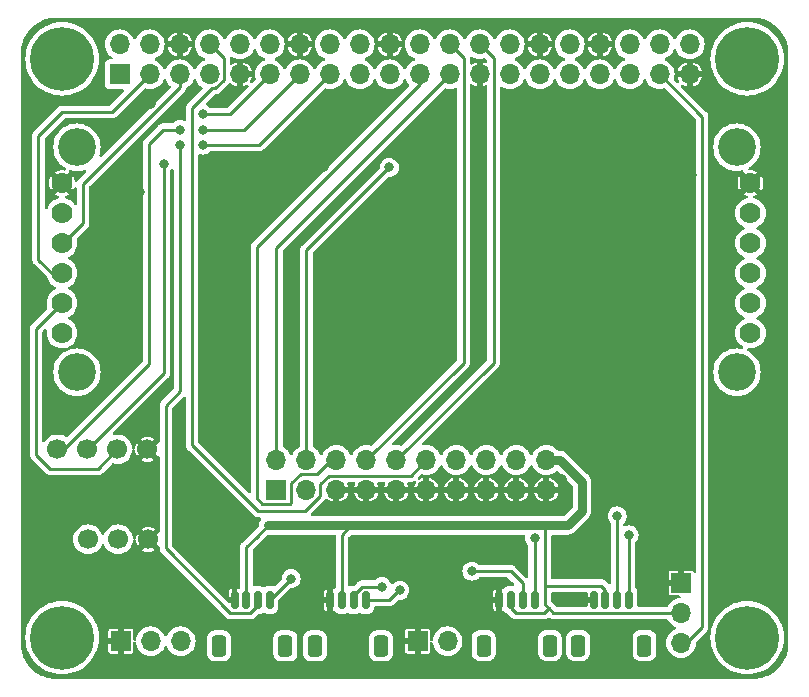
<source format=gtl>
%TF.GenerationSoftware,KiCad,Pcbnew,7.0.10*%
%TF.CreationDate,2024-08-19T03:07:17+10:00*%
%TF.ProjectId,AI4R-PIHAT,41493452-2d50-4494-9841-542e6b696361,rev?*%
%TF.SameCoordinates,Original*%
%TF.FileFunction,Copper,L1,Top*%
%TF.FilePolarity,Positive*%
%FSLAX46Y46*%
G04 Gerber Fmt 4.6, Leading zero omitted, Abs format (unit mm)*
G04 Created by KiCad (PCBNEW 7.0.10) date 2024-08-19 03:07:17*
%MOMM*%
%LPD*%
G01*
G04 APERTURE LIST*
G04 Aperture macros list*
%AMRoundRect*
0 Rectangle with rounded corners*
0 $1 Rounding radius*
0 $2 $3 $4 $5 $6 $7 $8 $9 X,Y pos of 4 corners*
0 Add a 4 corners polygon primitive as box body*
4,1,4,$2,$3,$4,$5,$6,$7,$8,$9,$2,$3,0*
0 Add four circle primitives for the rounded corners*
1,1,$1+$1,$2,$3*
1,1,$1+$1,$4,$5*
1,1,$1+$1,$6,$7*
1,1,$1+$1,$8,$9*
0 Add four rect primitives between the rounded corners*
20,1,$1+$1,$2,$3,$4,$5,0*
20,1,$1+$1,$4,$5,$6,$7,0*
20,1,$1+$1,$6,$7,$8,$9,0*
20,1,$1+$1,$8,$9,$2,$3,0*%
G04 Aperture macros list end*
%TA.AperFunction,SMDPad,CuDef*%
%ADD10RoundRect,0.150000X-0.150000X-0.625000X0.150000X-0.625000X0.150000X0.625000X-0.150000X0.625000X0*%
%TD*%
%TA.AperFunction,SMDPad,CuDef*%
%ADD11RoundRect,0.250000X-0.350000X-0.650000X0.350000X-0.650000X0.350000X0.650000X-0.350000X0.650000X0*%
%TD*%
%TA.AperFunction,ComponentPad*%
%ADD12R,1.700000X1.700000*%
%TD*%
%TA.AperFunction,ComponentPad*%
%ADD13O,1.700000X1.700000*%
%TD*%
%TA.AperFunction,ComponentPad*%
%ADD14C,5.400000*%
%TD*%
%TA.AperFunction,ComponentPad*%
%ADD15C,1.778000*%
%TD*%
%TA.AperFunction,ComponentPad*%
%ADD16C,3.200000*%
%TD*%
%TA.AperFunction,ComponentPad*%
%ADD17C,1.700000*%
%TD*%
%TA.AperFunction,ViaPad*%
%ADD18C,0.800000*%
%TD*%
%TA.AperFunction,Conductor*%
%ADD19C,0.750000*%
%TD*%
%TA.AperFunction,Conductor*%
%ADD20C,0.250000*%
%TD*%
%ADD21C,0.350000*%
G04 APERTURE END LIST*
D10*
%TO.P,J2,1,Pin_1*%
%TO.N,GND*%
X60500000Y-61300000D03*
%TO.P,J2,2,Pin_2*%
%TO.N,3.3V*%
X61500000Y-61300000D03*
%TO.P,J2,3,Pin_3*%
%TO.N,SDA1*%
X62500000Y-61300000D03*
%TO.P,J2,4,Pin_4*%
%TO.N,SCL1*%
X63500000Y-61300000D03*
D11*
%TO.P,J2,MP*%
%TO.N,N/C*%
X59200000Y-65175000D03*
X64800000Y-65175000D03*
%TD*%
D12*
%TO.P,J9,1,Pin_1*%
%TO.N,GND*%
X45600000Y-64800000D03*
D13*
%TO.P,J9,2,Pin_2*%
%TO.N,VCC*%
X48140000Y-64800000D03*
%TD*%
D12*
%TO.P,J1,1,Pin_1*%
%TO.N,3.3V*%
X20380000Y-16800000D03*
D13*
%TO.P,J1,2,Pin_2*%
%TO.N,VCC*%
X20380000Y-14260000D03*
%TO.P,J1,3,Pin_3*%
%TO.N,SDA1*%
X22920000Y-16800000D03*
%TO.P,J1,4,Pin_4*%
%TO.N,unconnected-(J1-Pin_4-Pad4)*%
X22920000Y-14260000D03*
%TO.P,J1,5,Pin_5*%
%TO.N,SCL1*%
X25460000Y-16800000D03*
%TO.P,J1,6,Pin_6*%
%TO.N,GND*%
X25460000Y-14260000D03*
%TO.P,J1,7,Pin_7*%
%TO.N,SDA2*%
X28000000Y-16800000D03*
%TO.P,J1,8,Pin_8*%
%TO.N,GPIO14*%
X28000000Y-14260000D03*
%TO.P,J1,9,Pin_9*%
%TO.N,GND*%
X30540000Y-16800000D03*
%TO.P,J1,10,Pin_10*%
%TO.N,GPIO15*%
X30540000Y-14260000D03*
%TO.P,J1,11,Pin_11*%
%TO.N,GPIO17*%
X33080000Y-16800000D03*
%TO.P,J1,12,Pin_12*%
%TO.N,GPIO18*%
X33080000Y-14260000D03*
%TO.P,J1,13,Pin_13*%
%TO.N,GPIO27*%
X35620000Y-16800000D03*
%TO.P,J1,14,Pin_14*%
%TO.N,GND*%
X35620000Y-14260000D03*
%TO.P,J1,15,Pin_15*%
%TO.N,SDA4*%
X38160000Y-16800000D03*
%TO.P,J1,16,Pin_16*%
%TO.N,SCL4*%
X38160000Y-14260000D03*
%TO.P,J1,17,Pin_17*%
%TO.N,3.3V*%
X40700000Y-16800000D03*
%TO.P,J1,18,Pin_18*%
%TO.N,unconnected-(J1-Pin_18-Pad18)*%
X40700000Y-14260000D03*
%TO.P,J1,19,Pin_19*%
%TO.N,GPIO10*%
X43240000Y-16800000D03*
%TO.P,J1,20,Pin_20*%
%TO.N,GND*%
X43240000Y-14260000D03*
%TO.P,J1,21,Pin_21*%
%TO.N,GPIO9*%
X45780000Y-16800000D03*
%TO.P,J1,22,Pin_22*%
%TO.N,unconnected-(J1-Pin_22-Pad22)*%
X45780000Y-14260000D03*
%TO.P,J1,23,Pin_23*%
%TO.N,GPIO11*%
X48320000Y-16800000D03*
%TO.P,J1,24,Pin_24*%
%TO.N,GPIO8*%
X48320000Y-14260000D03*
%TO.P,J1,25,Pin_25*%
%TO.N,GND*%
X50860000Y-16800000D03*
%TO.P,J1,26,Pin_26*%
%TO.N,GPIO7*%
X50860000Y-14260000D03*
%TO.P,J1,27,Pin_27*%
%TO.N,unconnected-(J1-Pin_27-Pad27)*%
X53400000Y-16800000D03*
%TO.P,J1,28,Pin_28*%
%TO.N,unconnected-(J1-Pin_28-Pad28)*%
X53400000Y-14260000D03*
%TO.P,J1,29,Pin_29*%
%TO.N,SCL2*%
X55940000Y-16800000D03*
%TO.P,J1,30,Pin_30*%
%TO.N,GND*%
X55940000Y-14260000D03*
%TO.P,J1,31,Pin_31*%
%TO.N,unconnected-(J1-Pin_31-Pad31)*%
X58480000Y-16800000D03*
%TO.P,J1,32,Pin_32*%
%TO.N,SDA3*%
X58480000Y-14260000D03*
%TO.P,J1,33,Pin_33*%
%TO.N,SCL3*%
X61020000Y-16800000D03*
%TO.P,J1,34,Pin_34*%
%TO.N,GND*%
X61020000Y-14260000D03*
%TO.P,J1,35,Pin_35*%
%TO.N,unconnected-(J1-Pin_35-Pad35)*%
X63560000Y-16800000D03*
%TO.P,J1,36,Pin_36*%
%TO.N,unconnected-(J1-Pin_36-Pad36)*%
X63560000Y-14260000D03*
%TO.P,J1,37,Pin_37*%
%TO.N,GPIO26*%
X66100000Y-16800000D03*
%TO.P,J1,38,Pin_38*%
%TO.N,unconnected-(J1-Pin_38-Pad38)*%
X66100000Y-14260000D03*
%TO.P,J1,39,Pin_39*%
%TO.N,GND*%
X68640000Y-16800000D03*
%TO.P,J1,40,Pin_40*%
%TO.N,unconnected-(J1-Pin_40-Pad40)*%
X68640000Y-14260000D03*
%TD*%
D12*
%TO.P,J6,1,Pin_1*%
%TO.N,GND*%
X33640000Y-52000000D03*
D13*
%TO.P,J6,2,Pin_2*%
%TO.N,GPIO11*%
X33640000Y-49460000D03*
%TO.P,J6,3,Pin_3*%
%TO.N,GND*%
X36180000Y-52000000D03*
%TO.P,J6,4,Pin_4*%
%TO.N,GPIO10*%
X36180000Y-49460000D03*
%TO.P,J6,5,Pin_5*%
%TO.N,GND*%
X38720000Y-52000000D03*
%TO.P,J6,6,Pin_6*%
%TO.N,GPIO9*%
X38720000Y-49460000D03*
%TO.P,J6,7,Pin_7*%
%TO.N,GND*%
X41260000Y-52000000D03*
%TO.P,J6,8,Pin_8*%
%TO.N,GPIO8*%
X41260000Y-49460000D03*
%TO.P,J6,9,Pin_9*%
%TO.N,GND*%
X43800000Y-52000000D03*
%TO.P,J6,10,Pin_10*%
%TO.N,GPIO7*%
X43800000Y-49460000D03*
%TO.P,J6,11,Pin_11*%
%TO.N,GND*%
X46340000Y-52000000D03*
%TO.P,J6,12,Pin_12*%
%TO.N,GPIO14*%
X46340000Y-49460000D03*
%TO.P,J6,13,Pin_13*%
%TO.N,GND*%
X48880000Y-52000000D03*
%TO.P,J6,14,Pin_14*%
%TO.N,GPIO15*%
X48880000Y-49460000D03*
%TO.P,J6,15,Pin_15*%
%TO.N,GND*%
X51420000Y-52000000D03*
%TO.P,J6,16,Pin_16*%
%TO.N,GPIO18*%
X51420000Y-49460000D03*
%TO.P,J6,17,Pin_17*%
%TO.N,GND*%
X53960000Y-52000000D03*
%TO.P,J6,18,Pin_18*%
%TO.N,3.3V*%
X53960000Y-49460000D03*
%TO.P,J6,19,Pin_19*%
%TO.N,GND*%
X56500000Y-52000000D03*
%TO.P,J6,20,Pin_20*%
%TO.N,3.3V*%
X56500000Y-49460000D03*
%TD*%
D14*
%TO.P,H3,1*%
%TO.N,N/C*%
X15500000Y-64500000D03*
%TD*%
%TO.P,H4,1*%
%TO.N,N/C*%
X73500000Y-64500000D03*
%TD*%
D15*
%TO.P,U1,GND,GND*%
%TO.N,GND*%
X15490000Y-26023000D03*
X73783000Y-26023000D03*
%TO.P,U1,OE,~{OE}*%
%TO.N,unconnected-(U1-~{OE}-PadOE)*%
X15490000Y-28563000D03*
X73783000Y-28563000D03*
D16*
%TO.P,U1,S1*%
%TO.N,N/C*%
X16760000Y-22975000D03*
%TO.P,U1,S2*%
X72640000Y-22975000D03*
%TO.P,U1,S3*%
X16760000Y-42025000D03*
%TO.P,U1,S4*%
X72640000Y-42025000D03*
D15*
%TO.P,U1,SCL,SCL*%
%TO.N,SCL1*%
X15490000Y-31103000D03*
X73783000Y-31103000D03*
%TO.P,U1,SDA,SDA*%
%TO.N,SDA1*%
X15490000Y-33643000D03*
X73783000Y-33643000D03*
%TO.P,U1,V+,V+*%
%TO.N,unconnected-(U1-PadV+)*%
X15490000Y-38723000D03*
X73783000Y-38723000D03*
%TO.P,U1,VCC,VCC*%
%TO.N,3.3V*%
X15490000Y-36183000D03*
X73783000Y-36183000D03*
%TD*%
D17*
%TO.P,U2,1,RCIN*%
%TO.N,Net-(J7-Pin_3)*%
X17700000Y-56180000D03*
%TO.P,U2,2,VRC*%
%TO.N,Net-(J7-Pin_2)*%
X20240000Y-56180000D03*
%TO.P,U2,3,GND*%
%TO.N,GND*%
X22780000Y-56180000D03*
%TO.P,U2,4,GND*%
X22730000Y-48560000D03*
%TO.P,U2,5,VCC*%
%TO.N,3.3V*%
X20190000Y-48560000D03*
%TO.P,U2,6,OUT*%
%TO.N,GPIO17*%
X17650000Y-48560000D03*
%TO.P,U2,7,GOOD*%
%TO.N,GPIO27*%
X15110000Y-48560000D03*
%TD*%
D14*
%TO.P,H2,1*%
%TO.N,N/C*%
X73500000Y-15500000D03*
%TD*%
D10*
%TO.P,J5,1,Pin_1*%
%TO.N,GND*%
X30100000Y-61325000D03*
%TO.P,J5,2,Pin_2*%
%TO.N,3.3V*%
X31100000Y-61325000D03*
%TO.P,J5,3,Pin_3*%
%TO.N,SDA4*%
X32100000Y-61325000D03*
%TO.P,J5,4,Pin_4*%
%TO.N,SCL4*%
X33100000Y-61325000D03*
D11*
%TO.P,J5,MP*%
%TO.N,N/C*%
X28800000Y-65200000D03*
X34400000Y-65200000D03*
%TD*%
D14*
%TO.P,H1,1*%
%TO.N,N/C*%
X15500000Y-15500000D03*
%TD*%
D12*
%TO.P,J7,1,Pin_1*%
%TO.N,GND*%
X20470000Y-64800000D03*
D13*
%TO.P,J7,2,Pin_2*%
%TO.N,Net-(J7-Pin_2)*%
X23010000Y-64800000D03*
%TO.P,J7,3,Pin_3*%
%TO.N,Net-(J7-Pin_3)*%
X25550000Y-64800000D03*
%TD*%
D12*
%TO.P,J8,1,Pin_1*%
%TO.N,GND*%
X67900000Y-59875000D03*
D13*
%TO.P,J8,2,Pin_2*%
%TO.N,3.3V*%
X67900000Y-62415000D03*
%TO.P,J8,3,Pin_3*%
%TO.N,GPIO26*%
X67900000Y-64955000D03*
%TD*%
D10*
%TO.P,J3,1,Pin_1*%
%TO.N,GND*%
X52500000Y-61300000D03*
%TO.P,J3,2,Pin_2*%
%TO.N,3.3V*%
X53500000Y-61300000D03*
%TO.P,J3,3,Pin_3*%
%TO.N,SDA2*%
X54500000Y-61300000D03*
%TO.P,J3,4,Pin_4*%
%TO.N,SCL2*%
X55500000Y-61300000D03*
D11*
%TO.P,J3,MP*%
%TO.N,N/C*%
X51200000Y-65175000D03*
X56800000Y-65175000D03*
%TD*%
D10*
%TO.P,J4,1,Pin_1*%
%TO.N,GND*%
X38200000Y-61325000D03*
%TO.P,J4,2,Pin_2*%
%TO.N,3.3V*%
X39200000Y-61325000D03*
%TO.P,J4,3,Pin_3*%
%TO.N,SDA3*%
X40200000Y-61325000D03*
%TO.P,J4,4,Pin_4*%
%TO.N,SCL3*%
X41200000Y-61325000D03*
D11*
%TO.P,J4,MP*%
%TO.N,N/C*%
X36900000Y-65200000D03*
X42500000Y-65200000D03*
%TD*%
D18*
%TO.N,SDA1*%
X62500000Y-54200000D03*
%TO.N,SCL1*%
X63500000Y-55800000D03*
%TO.N,GND*%
X21200000Y-40800000D03*
X20900000Y-51400000D03*
X65400000Y-21800000D03*
X65800000Y-37400000D03*
X62200000Y-66800000D03*
X55900000Y-24400000D03*
X23025000Y-19300000D03*
X30100000Y-55600000D03*
X22100000Y-26800000D03*
X67600000Y-55700000D03*
X37700000Y-24700000D03*
X30900000Y-49700000D03*
X39200000Y-64800000D03*
X56800000Y-41600000D03*
X59100000Y-61300000D03*
X57800000Y-51100000D03*
X30900000Y-46700000D03*
X46000000Y-37700000D03*
X73700000Y-51100000D03*
X14100000Y-54500000D03*
X23800000Y-58700000D03*
X19400000Y-37300000D03*
X17000000Y-61000000D03*
X36800000Y-56300000D03*
X68800000Y-25300000D03*
X25200000Y-51000000D03*
X35200000Y-22900000D03*
X40900000Y-39900000D03*
X66000000Y-46800000D03*
X30900000Y-41300000D03*
%TO.N,SDA2*%
X50200000Y-58875000D03*
%TO.N,GPIO17*%
X27462312Y-20200331D03*
X24100000Y-24375000D03*
%TO.N,GPIO27*%
X25500000Y-21500000D03*
X27450000Y-21500000D03*
%TO.N,SDA4*%
X25500000Y-22800000D03*
X27400000Y-22800000D03*
%TO.N,SCL4*%
X34900000Y-59500000D03*
%TO.N,GPIO10*%
X43200000Y-24700000D03*
%TO.N,SCL2*%
X55500000Y-56100000D03*
%TO.N,SDA3*%
X42587347Y-60187347D03*
%TO.N,SCL3*%
X44100000Y-60500000D03*
%TD*%
D19*
%TO.N,3.3V*%
X58900000Y-54400000D02*
X59500000Y-53800000D01*
D20*
X56400000Y-61000000D02*
X56400000Y-60100000D01*
X13300000Y-49000000D02*
X13300000Y-38373000D01*
D19*
X59500000Y-51300000D02*
X57660000Y-49460000D01*
D20*
X48200000Y-55100000D02*
X48300000Y-55000000D01*
X53500000Y-61999999D02*
X53900001Y-62400000D01*
X56300000Y-62400000D02*
X56700000Y-62000000D01*
X18550000Y-50200000D02*
X14500000Y-50200000D01*
X61149999Y-60100000D02*
X56400000Y-60100000D01*
D19*
X58300000Y-55000000D02*
X58900000Y-54400000D01*
D20*
X53900001Y-62400000D02*
X56300000Y-62400000D01*
D19*
X44600000Y-55000000D02*
X45100000Y-55000000D01*
D20*
X68500000Y-62015000D02*
X68100000Y-62415000D01*
D19*
X47900000Y-55000000D02*
X48300000Y-55000000D01*
X32950000Y-55000000D02*
X35200000Y-55000000D01*
X50600000Y-55000000D02*
X52700000Y-55000000D01*
D20*
X13300000Y-38373000D02*
X15490000Y-36183000D01*
D19*
X35200000Y-55000000D02*
X35800000Y-55000000D01*
D20*
X20190000Y-48560000D02*
X18550000Y-50200000D01*
D19*
X37400000Y-55000000D02*
X39600000Y-55000000D01*
D20*
X32000000Y-55950000D02*
X32950000Y-55000000D01*
X57100000Y-62400000D02*
X56700000Y-62000000D01*
X56400000Y-61700000D02*
X56400000Y-61000000D01*
D19*
X52700000Y-55000000D02*
X53200000Y-55000000D01*
X40000000Y-55000000D02*
X42950000Y-55000000D01*
X48300000Y-55000000D02*
X49450000Y-55000000D01*
D20*
X67900000Y-62415000D02*
X67885000Y-62400000D01*
X56700000Y-62000000D02*
X56400000Y-61700000D01*
D19*
X53200000Y-55000000D02*
X58300000Y-55000000D01*
D20*
X61500000Y-61225000D02*
X61500000Y-60450001D01*
X31100000Y-56850000D02*
X32000000Y-55950000D01*
D19*
X57660000Y-49460000D02*
X56500000Y-49460000D01*
D20*
X53500000Y-61225000D02*
X53500000Y-61999999D01*
X61500000Y-60450001D02*
X61149999Y-60100000D01*
D19*
X46700000Y-55000000D02*
X47900000Y-55000000D01*
D20*
X14500000Y-50200000D02*
X13300000Y-49000000D01*
D19*
X42950000Y-55000000D02*
X44600000Y-55000000D01*
X59500000Y-53800000D02*
X59500000Y-51300000D01*
D20*
X56400000Y-55000000D02*
X56400000Y-60100000D01*
X39200000Y-55800000D02*
X40000000Y-55000000D01*
X39200000Y-61325000D02*
X39200000Y-55800000D01*
X68100000Y-62415000D02*
X67900000Y-62415000D01*
X67885000Y-62400000D02*
X57100000Y-62400000D01*
D19*
X45100000Y-55000000D02*
X46700000Y-55000000D01*
X49450000Y-55000000D02*
X50600000Y-55000000D01*
X35800000Y-55000000D02*
X37400000Y-55000000D01*
X39600000Y-55000000D02*
X40000000Y-55000000D01*
D20*
X31100000Y-61325000D02*
X31100000Y-56850000D01*
%TO.N,VCC*%
X48140000Y-64440000D02*
X48140000Y-64800000D01*
%TO.N,SDA1*%
X13500000Y-32500000D02*
X13500000Y-22000000D01*
X15357000Y-33643000D02*
X15000000Y-34000000D01*
X15000000Y-34000000D02*
X13500000Y-32500000D01*
X15417000Y-33643000D02*
X15357000Y-33643000D01*
X19720000Y-20000000D02*
X22920000Y-16800000D01*
X13500000Y-22000000D02*
X15500000Y-20000000D01*
X62500000Y-61300000D02*
X62500000Y-54200000D01*
X15500000Y-20000000D02*
X19720000Y-20000000D01*
%TO.N,SCL1*%
X17275000Y-29425000D02*
X17275000Y-26075305D01*
X15597000Y-31103000D02*
X17275000Y-29425000D01*
X17275000Y-26075305D02*
X25460000Y-17890305D01*
X63500000Y-61300000D02*
X63500000Y-55800000D01*
X25460000Y-17890305D02*
X25460000Y-16800000D01*
X15417000Y-31103000D02*
X15597000Y-31103000D01*
%TO.N,SDA2*%
X50200000Y-58875000D02*
X53475000Y-58875000D01*
X53475000Y-58875000D02*
X54500000Y-59900000D01*
X54500000Y-59900000D02*
X54500000Y-61225000D01*
%TO.N,GPIO14*%
X29175000Y-15435000D02*
X28000000Y-14260000D01*
X26500000Y-48200000D02*
X26500000Y-19700000D01*
X36041701Y-53800000D02*
X32100000Y-53800000D01*
X29175000Y-17286701D02*
X29175000Y-15435000D01*
X28225000Y-17975000D02*
X28486701Y-17975000D01*
X45000000Y-50800000D02*
X38068299Y-50800000D01*
X46340000Y-49460000D02*
X45000000Y-50800000D01*
X26500000Y-19700000D02*
X28225000Y-17975000D01*
X28486701Y-17975000D02*
X29175000Y-17286701D01*
X37355000Y-51513299D02*
X37355000Y-52486701D01*
X32100000Y-53800000D02*
X26500000Y-48200000D01*
X37355000Y-52486701D02*
X36041701Y-53800000D01*
X38068299Y-50800000D02*
X37355000Y-51513299D01*
%TO.N,GPIO17*%
X27462312Y-20200331D02*
X29679669Y-20200331D01*
X29679669Y-20200331D02*
X33080000Y-16800000D01*
X24100000Y-42110000D02*
X24100000Y-24375000D01*
X24100000Y-24375000D02*
X24075000Y-24350000D01*
X17610000Y-48600000D02*
X24100000Y-42110000D01*
%TO.N,GPIO27*%
X15110000Y-48560000D02*
X15640000Y-48560000D01*
X22850000Y-22700000D02*
X24050000Y-21500000D01*
X15640000Y-48560000D02*
X22850000Y-41350000D01*
X22850000Y-41350000D02*
X22850000Y-22700000D01*
X27450000Y-21500000D02*
X30920000Y-21500000D01*
X30920000Y-21500000D02*
X35620000Y-16800000D01*
X24050000Y-21500000D02*
X25500000Y-21500000D01*
%TO.N,SDA4*%
X32160000Y-22800000D02*
X38160000Y-16800000D01*
X32100000Y-61325000D02*
X32100000Y-61775908D01*
X32100000Y-61775908D02*
X31450908Y-62425000D01*
X27400000Y-22800000D02*
X32160000Y-22800000D01*
X31450908Y-62425000D02*
X29749092Y-62425000D01*
X25500000Y-22800000D02*
X25500000Y-22900000D01*
X29749092Y-62425000D02*
X24275000Y-56950908D01*
X24275000Y-44872144D02*
X25500000Y-43647144D01*
X24275000Y-56950908D02*
X24275000Y-44872144D01*
X25500000Y-43647144D02*
X25500000Y-22800000D01*
%TO.N,SCL4*%
X33100000Y-61300000D02*
X33100000Y-61325000D01*
X34900000Y-59500000D02*
X34700000Y-59700000D01*
X34900000Y-59500000D02*
X33100000Y-61300000D01*
%TO.N,GPIO10*%
X36180000Y-49460000D02*
X36180000Y-31720000D01*
X36180000Y-31720000D02*
X43200000Y-24700000D01*
%TO.N,GPIO9*%
X32465000Y-53175000D02*
X32015000Y-52725000D01*
X37065000Y-50635000D02*
X35693299Y-50635000D01*
X32015000Y-31410305D02*
X45780000Y-17645305D01*
X35693299Y-50635000D02*
X34900000Y-51428299D01*
X32015000Y-52725000D02*
X32015000Y-31410305D01*
X34900000Y-53090000D02*
X34815000Y-53175000D01*
X34815000Y-53175000D02*
X32465000Y-53175000D01*
X45780000Y-17645305D02*
X45780000Y-16800000D01*
X34900000Y-51428299D02*
X34900000Y-53090000D01*
X38720000Y-49460000D02*
X38240000Y-49460000D01*
X38240000Y-49460000D02*
X37065000Y-50635000D01*
%TO.N,GPIO11*%
X33640000Y-31480000D02*
X48320000Y-16800000D01*
X33640000Y-49460000D02*
X33640000Y-31480000D01*
%TO.N,GPIO8*%
X49500000Y-41220000D02*
X49500000Y-15440000D01*
X41260000Y-49460000D02*
X49500000Y-41220000D01*
X49500000Y-15440000D02*
X48320000Y-14260000D01*
%TO.N,GPIO7*%
X52035000Y-41225000D02*
X52035000Y-15435000D01*
X52035000Y-15435000D02*
X50860000Y-14260000D01*
X43800000Y-49460000D02*
X52035000Y-41225000D01*
%TO.N,SCL2*%
X55500000Y-56100000D02*
X55500000Y-61225000D01*
%TO.N,SDA3*%
X42587347Y-60187347D02*
X40886745Y-60187347D01*
X40886745Y-60187347D02*
X40200000Y-60874092D01*
X40200000Y-60874092D02*
X40200000Y-61325000D01*
%TO.N,SCL3*%
X43175000Y-61325000D02*
X41200000Y-61325000D01*
X44000000Y-60500000D02*
X43175000Y-61325000D01*
X44100000Y-60500000D02*
X44000000Y-60500000D01*
%TO.N,GPIO26*%
X68345000Y-64955000D02*
X69700000Y-63600000D01*
X69700000Y-20400000D02*
X66100000Y-16800000D01*
X67900000Y-64955000D02*
X68345000Y-64955000D01*
X69700000Y-63600000D02*
X69700000Y-20400000D01*
%TD*%
%TA.AperFunction,Conductor*%
%TO.N,GND*%
G36*
X59943039Y-60645185D02*
G01*
X59988794Y-60697989D01*
X60000000Y-60749500D01*
X60000000Y-61050000D01*
X60626000Y-61050000D01*
X60693039Y-61069685D01*
X60738794Y-61122489D01*
X60750000Y-61174000D01*
X60750000Y-61426000D01*
X60730315Y-61493039D01*
X60677511Y-61538794D01*
X60626000Y-61550000D01*
X60000001Y-61550000D01*
X60000001Y-61750500D01*
X59980316Y-61817539D01*
X59927512Y-61863294D01*
X59876001Y-61874500D01*
X57369031Y-61874500D01*
X57301992Y-61854815D01*
X57281350Y-61838181D01*
X57087276Y-61644107D01*
X57081496Y-61637918D01*
X57048610Y-61600202D01*
X57048606Y-61600198D01*
X57044039Y-61597203D01*
X57024369Y-61581200D01*
X56961819Y-61518650D01*
X56928334Y-61457327D01*
X56925500Y-61430969D01*
X56925500Y-60749500D01*
X56945185Y-60682461D01*
X56997989Y-60636706D01*
X57049500Y-60625500D01*
X59876000Y-60625500D01*
X59943039Y-60645185D01*
G37*
%TD.AperFunction*%
%TA.AperFunction,Conductor*%
G36*
X64897865Y-17225041D02*
G01*
X64942381Y-17276414D01*
X65012898Y-17427639D01*
X65138402Y-17606877D01*
X65293123Y-17761598D01*
X65472361Y-17887102D01*
X65670670Y-17979575D01*
X65882023Y-18036207D01*
X66063857Y-18052115D01*
X66099998Y-18055277D01*
X66100000Y-18055277D01*
X66100002Y-18055277D01*
X66128254Y-18052805D01*
X66317977Y-18036207D01*
X66465761Y-17996608D01*
X66535607Y-17998271D01*
X66585532Y-18028702D01*
X69138181Y-20581351D01*
X69171666Y-20642674D01*
X69174500Y-20669032D01*
X69174500Y-58893580D01*
X69154815Y-58960619D01*
X69102011Y-59006374D01*
X69032853Y-59016318D01*
X68969297Y-58987293D01*
X68946771Y-58956056D01*
X68945181Y-58957119D01*
X68894191Y-58880808D01*
X68828034Y-58836603D01*
X68828033Y-58836602D01*
X68769702Y-58825000D01*
X68150000Y-58825000D01*
X68150000Y-59439498D01*
X68042315Y-59390320D01*
X67935763Y-59375000D01*
X67864237Y-59375000D01*
X67757685Y-59390320D01*
X67650000Y-59439498D01*
X67650000Y-58825000D01*
X67030297Y-58825000D01*
X66971966Y-58836602D01*
X66971965Y-58836603D01*
X66905808Y-58880808D01*
X66861603Y-58946965D01*
X66861602Y-58946966D01*
X66850000Y-59005297D01*
X66850000Y-59625000D01*
X67466314Y-59625000D01*
X67440507Y-59665156D01*
X67400000Y-59803111D01*
X67400000Y-59946889D01*
X67440507Y-60084844D01*
X67466314Y-60125000D01*
X66850000Y-60125000D01*
X66850000Y-60744702D01*
X66861602Y-60803033D01*
X66861603Y-60803034D01*
X66905808Y-60869191D01*
X66971965Y-60913396D01*
X66971966Y-60913397D01*
X67030297Y-60924999D01*
X67030301Y-60925000D01*
X67742828Y-60925000D01*
X67809867Y-60944685D01*
X67855622Y-60997489D01*
X67865566Y-61066647D01*
X67836541Y-61130203D01*
X67777763Y-61167977D01*
X67753635Y-61172527D01*
X67682023Y-61178793D01*
X67682020Y-61178793D01*
X67470677Y-61235422D01*
X67470668Y-61235426D01*
X67272361Y-61327898D01*
X67272357Y-61327900D01*
X67093121Y-61453402D01*
X66938403Y-61608120D01*
X66812898Y-61787361D01*
X66812896Y-61787364D01*
X66805649Y-61802907D01*
X66759476Y-61855345D01*
X66693268Y-61874500D01*
X64324500Y-61874500D01*
X64257461Y-61854815D01*
X64211706Y-61802011D01*
X64200500Y-61750500D01*
X64200500Y-60631903D01*
X64200500Y-60631898D01*
X64189877Y-60543436D01*
X64134361Y-60402658D01*
X64134360Y-60402657D01*
X64134360Y-60402656D01*
X64050696Y-60292329D01*
X64025873Y-60227018D01*
X64025500Y-60217404D01*
X64025500Y-56457940D01*
X64045185Y-56390901D01*
X64061819Y-56370259D01*
X64129816Y-56302262D01*
X64225789Y-56149522D01*
X64285368Y-55979255D01*
X64285369Y-55979249D01*
X64305565Y-55800003D01*
X64305565Y-55799996D01*
X64285369Y-55620750D01*
X64285368Y-55620745D01*
X64225788Y-55450476D01*
X64129815Y-55297737D01*
X64002262Y-55170184D01*
X63849523Y-55074211D01*
X63679254Y-55014631D01*
X63679249Y-55014630D01*
X63500004Y-54994435D01*
X63499996Y-54994435D01*
X63320750Y-55014630D01*
X63320742Y-55014632D01*
X63190454Y-55060222D01*
X63120675Y-55063783D01*
X63060048Y-55029054D01*
X63027821Y-54967061D01*
X63025500Y-54943180D01*
X63025500Y-54857940D01*
X63045185Y-54790901D01*
X63061819Y-54770259D01*
X63129816Y-54702262D01*
X63225789Y-54549522D01*
X63285368Y-54379255D01*
X63291222Y-54327303D01*
X63305565Y-54200003D01*
X63305565Y-54199996D01*
X63285369Y-54020750D01*
X63285368Y-54020745D01*
X63268890Y-53973655D01*
X63225789Y-53850478D01*
X63129816Y-53697738D01*
X63002262Y-53570184D01*
X62914592Y-53515097D01*
X62849523Y-53474211D01*
X62679254Y-53414631D01*
X62679249Y-53414630D01*
X62500004Y-53394435D01*
X62499996Y-53394435D01*
X62320750Y-53414630D01*
X62320745Y-53414631D01*
X62150476Y-53474211D01*
X61997737Y-53570184D01*
X61870184Y-53697737D01*
X61774211Y-53850476D01*
X61714631Y-54020745D01*
X61714630Y-54020750D01*
X61694435Y-54199996D01*
X61694435Y-54200003D01*
X61714630Y-54379249D01*
X61714631Y-54379254D01*
X61774211Y-54549523D01*
X61870184Y-54702262D01*
X61938181Y-54770259D01*
X61971666Y-54831582D01*
X61974500Y-54857940D01*
X61974500Y-59881970D01*
X61954815Y-59949009D01*
X61902011Y-59994764D01*
X61832853Y-60004708D01*
X61769297Y-59975683D01*
X61762819Y-59969651D01*
X61529439Y-59736271D01*
X61526497Y-59733227D01*
X61510484Y-59716081D01*
X61484754Y-59688531D01*
X61484753Y-59688530D01*
X61484752Y-59688529D01*
X61484750Y-59688528D01*
X61451488Y-59668301D01*
X61440990Y-59661156D01*
X61409975Y-59637636D01*
X61401405Y-59634256D01*
X61394484Y-59631527D01*
X61375552Y-59622124D01*
X61361328Y-59613474D01*
X61323841Y-59602970D01*
X61311812Y-59598925D01*
X61275590Y-59584641D01*
X61275582Y-59584640D01*
X61259021Y-59582937D01*
X61238254Y-59578990D01*
X61222230Y-59574500D01*
X61222227Y-59574500D01*
X61183295Y-59574500D01*
X61170616Y-59573850D01*
X61131891Y-59569869D01*
X61131887Y-59569869D01*
X61122575Y-59571474D01*
X61115484Y-59572697D01*
X61094419Y-59574500D01*
X57049500Y-59574500D01*
X56982461Y-59554815D01*
X56936706Y-59502011D01*
X56925500Y-59450500D01*
X56925500Y-55899500D01*
X56945185Y-55832461D01*
X56997989Y-55786706D01*
X57049500Y-55775500D01*
X58387373Y-55775500D01*
X58387378Y-55775500D01*
X58423335Y-55767292D01*
X58437010Y-55764969D01*
X58473657Y-55760841D01*
X58508463Y-55748660D01*
X58521816Y-55744814D01*
X58557752Y-55736613D01*
X58590971Y-55720614D01*
X58603802Y-55715299D01*
X58638606Y-55703122D01*
X58669820Y-55683507D01*
X58681976Y-55676789D01*
X58715202Y-55660790D01*
X58744023Y-55637804D01*
X58755369Y-55629755D01*
X58786574Y-55610148D01*
X58786573Y-55610148D01*
X58786576Y-55610147D01*
X58910147Y-55486576D01*
X58910147Y-55486574D01*
X58920355Y-55476367D01*
X58920356Y-55476364D01*
X59479157Y-54917565D01*
X59986573Y-54410148D01*
X59986576Y-54410147D01*
X60110147Y-54286576D01*
X60129757Y-54255366D01*
X60137806Y-54244022D01*
X60160788Y-54215204D01*
X60160790Y-54215202D01*
X60176789Y-54181976D01*
X60183507Y-54169820D01*
X60203122Y-54138606D01*
X60215299Y-54103802D01*
X60220614Y-54090971D01*
X60236613Y-54057752D01*
X60244814Y-54021816D01*
X60248663Y-54008456D01*
X60260841Y-53973657D01*
X60264969Y-53937010D01*
X60267292Y-53923335D01*
X60275500Y-53887378D01*
X60275500Y-53712622D01*
X60275500Y-51256448D01*
X60275500Y-51212622D01*
X60267296Y-51176681D01*
X60264969Y-51162982D01*
X60260841Y-51126343D01*
X60248659Y-51091531D01*
X60244815Y-51078186D01*
X60236613Y-51042248D01*
X60220618Y-51009034D01*
X60215296Y-50996186D01*
X60203655Y-50962918D01*
X60203122Y-50961394D01*
X60183511Y-50930185D01*
X60176785Y-50918014D01*
X60160790Y-50884799D01*
X60160790Y-50884798D01*
X60137803Y-50855973D01*
X60129758Y-50844635D01*
X60110147Y-50813424D01*
X59986576Y-50689853D01*
X59986575Y-50689852D01*
X59982245Y-50685522D01*
X59982234Y-50685512D01*
X58277217Y-48980495D01*
X58277215Y-48980492D01*
X58146578Y-48849855D01*
X58146576Y-48849853D01*
X58137635Y-48844234D01*
X58115359Y-48830237D01*
X58104022Y-48822193D01*
X58075202Y-48799210D01*
X58075199Y-48799208D01*
X58075196Y-48799206D01*
X58041980Y-48783210D01*
X58029811Y-48776485D01*
X57998608Y-48756879D01*
X57998609Y-48756879D01*
X57992688Y-48754807D01*
X57963811Y-48744702D01*
X57950972Y-48739384D01*
X57917753Y-48723387D01*
X57917752Y-48723386D01*
X57881817Y-48715184D01*
X57868462Y-48711337D01*
X57849202Y-48704598D01*
X57833657Y-48699159D01*
X57811362Y-48696646D01*
X57797017Y-48695030D01*
X57783312Y-48692701D01*
X57747383Y-48684500D01*
X57747378Y-48684500D01*
X57703552Y-48684500D01*
X57544338Y-48684500D01*
X57477299Y-48664815D01*
X57456657Y-48648182D01*
X57386678Y-48578203D01*
X57306877Y-48498402D01*
X57127642Y-48372900D01*
X57127638Y-48372897D01*
X56998072Y-48312480D01*
X56929330Y-48280425D01*
X56929326Y-48280424D01*
X56929322Y-48280422D01*
X56717977Y-48223793D01*
X56500002Y-48204723D01*
X56499998Y-48204723D01*
X56354682Y-48217436D01*
X56282023Y-48223793D01*
X56282020Y-48223793D01*
X56070677Y-48280422D01*
X56070668Y-48280426D01*
X55872361Y-48372898D01*
X55872357Y-48372900D01*
X55693121Y-48498402D01*
X55538402Y-48653121D01*
X55412900Y-48832357D01*
X55412898Y-48832361D01*
X55342382Y-48983583D01*
X55296209Y-49036022D01*
X55229016Y-49055174D01*
X55162135Y-49034958D01*
X55117618Y-48983583D01*
X55074351Y-48890798D01*
X55047102Y-48832362D01*
X55047100Y-48832359D01*
X55047099Y-48832357D01*
X54921599Y-48653124D01*
X54846678Y-48578203D01*
X54766877Y-48498402D01*
X54587642Y-48372900D01*
X54587638Y-48372897D01*
X54458072Y-48312480D01*
X54389330Y-48280425D01*
X54389326Y-48280424D01*
X54389322Y-48280422D01*
X54177977Y-48223793D01*
X53960002Y-48204723D01*
X53959998Y-48204723D01*
X53814682Y-48217436D01*
X53742023Y-48223793D01*
X53742020Y-48223793D01*
X53530677Y-48280422D01*
X53530668Y-48280426D01*
X53332361Y-48372898D01*
X53332357Y-48372900D01*
X53153121Y-48498402D01*
X52998402Y-48653121D01*
X52872900Y-48832357D01*
X52872898Y-48832361D01*
X52802382Y-48983583D01*
X52756209Y-49036022D01*
X52689016Y-49055174D01*
X52622135Y-49034958D01*
X52577618Y-48983583D01*
X52534351Y-48890798D01*
X52507102Y-48832362D01*
X52507100Y-48832359D01*
X52507099Y-48832357D01*
X52381599Y-48653124D01*
X52306678Y-48578203D01*
X52226877Y-48498402D01*
X52047642Y-48372900D01*
X52047638Y-48372897D01*
X51918072Y-48312480D01*
X51849330Y-48280425D01*
X51849326Y-48280424D01*
X51849322Y-48280422D01*
X51637977Y-48223793D01*
X51420002Y-48204723D01*
X51419998Y-48204723D01*
X51274682Y-48217436D01*
X51202023Y-48223793D01*
X51202020Y-48223793D01*
X50990677Y-48280422D01*
X50990668Y-48280426D01*
X50792361Y-48372898D01*
X50792357Y-48372900D01*
X50613121Y-48498402D01*
X50458402Y-48653121D01*
X50332900Y-48832357D01*
X50332898Y-48832361D01*
X50262382Y-48983583D01*
X50216209Y-49036022D01*
X50149016Y-49055174D01*
X50082135Y-49034958D01*
X50037618Y-48983583D01*
X49994351Y-48890798D01*
X49967102Y-48832362D01*
X49967100Y-48832359D01*
X49967099Y-48832357D01*
X49841599Y-48653124D01*
X49766678Y-48578203D01*
X49686877Y-48498402D01*
X49507642Y-48372900D01*
X49507638Y-48372897D01*
X49378072Y-48312480D01*
X49309330Y-48280425D01*
X49309326Y-48280424D01*
X49309322Y-48280422D01*
X49097977Y-48223793D01*
X48880002Y-48204723D01*
X48879998Y-48204723D01*
X48734682Y-48217436D01*
X48662023Y-48223793D01*
X48662020Y-48223793D01*
X48450677Y-48280422D01*
X48450668Y-48280426D01*
X48252361Y-48372898D01*
X48252357Y-48372900D01*
X48073121Y-48498402D01*
X47918402Y-48653121D01*
X47792900Y-48832357D01*
X47792898Y-48832361D01*
X47722382Y-48983583D01*
X47676209Y-49036022D01*
X47609016Y-49055174D01*
X47542135Y-49034958D01*
X47497618Y-48983583D01*
X47454351Y-48890798D01*
X47427102Y-48832362D01*
X47427100Y-48832359D01*
X47427099Y-48832357D01*
X47301599Y-48653124D01*
X47226678Y-48578203D01*
X47146877Y-48498402D01*
X46967642Y-48372900D01*
X46967638Y-48372897D01*
X46838072Y-48312480D01*
X46769330Y-48280425D01*
X46769326Y-48280424D01*
X46769322Y-48280422D01*
X46557977Y-48223793D01*
X46340002Y-48204723D01*
X46339998Y-48204723D01*
X46194682Y-48217436D01*
X46122023Y-48223793D01*
X46122021Y-48223793D01*
X46122017Y-48223794D01*
X46100961Y-48229436D01*
X46031111Y-48227773D01*
X45973249Y-48188609D01*
X45945746Y-48124380D01*
X45957333Y-48055478D01*
X45981185Y-48021983D01*
X52398769Y-41604399D01*
X52401755Y-41601513D01*
X52446469Y-41559755D01*
X52448404Y-41556574D01*
X52466692Y-41526498D01*
X52473828Y-41516011D01*
X52497365Y-41484975D01*
X52503472Y-41469485D01*
X52512877Y-41450549D01*
X52521526Y-41436328D01*
X52532029Y-41398838D01*
X52536073Y-41386813D01*
X52539965Y-41376946D01*
X52550359Y-41350589D01*
X52552061Y-41334023D01*
X52556007Y-41313260D01*
X52560500Y-41297228D01*
X52560500Y-41258303D01*
X52561150Y-41245623D01*
X52561664Y-41240623D01*
X52565132Y-41206890D01*
X52562303Y-41190481D01*
X52560500Y-41169413D01*
X52560500Y-17976957D01*
X52580185Y-17909918D01*
X52632989Y-17864163D01*
X52702147Y-17854219D01*
X52755624Y-17875383D01*
X52767392Y-17883623D01*
X52772361Y-17887102D01*
X52970670Y-17979575D01*
X53182023Y-18036207D01*
X53363857Y-18052115D01*
X53399998Y-18055277D01*
X53400000Y-18055277D01*
X53400002Y-18055277D01*
X53428254Y-18052805D01*
X53617977Y-18036207D01*
X53829330Y-17979575D01*
X54027639Y-17887102D01*
X54206877Y-17761598D01*
X54361598Y-17606877D01*
X54487102Y-17427639D01*
X54557618Y-17276414D01*
X54603790Y-17223977D01*
X54670984Y-17204825D01*
X54737865Y-17225041D01*
X54782381Y-17276414D01*
X54852898Y-17427639D01*
X54978402Y-17606877D01*
X55133123Y-17761598D01*
X55312361Y-17887102D01*
X55510670Y-17979575D01*
X55722023Y-18036207D01*
X55903857Y-18052115D01*
X55939998Y-18055277D01*
X55940000Y-18055277D01*
X55940002Y-18055277D01*
X55968254Y-18052805D01*
X56157977Y-18036207D01*
X56369330Y-17979575D01*
X56567639Y-17887102D01*
X56746877Y-17761598D01*
X56901598Y-17606877D01*
X57027102Y-17427639D01*
X57097618Y-17276414D01*
X57143790Y-17223977D01*
X57210984Y-17204825D01*
X57277865Y-17225041D01*
X57322381Y-17276414D01*
X57392898Y-17427639D01*
X57518402Y-17606877D01*
X57673123Y-17761598D01*
X57852361Y-17887102D01*
X58050670Y-17979575D01*
X58262023Y-18036207D01*
X58443857Y-18052115D01*
X58479998Y-18055277D01*
X58480000Y-18055277D01*
X58480002Y-18055277D01*
X58508254Y-18052805D01*
X58697977Y-18036207D01*
X58909330Y-17979575D01*
X59107639Y-17887102D01*
X59286877Y-17761598D01*
X59441598Y-17606877D01*
X59567102Y-17427639D01*
X59637618Y-17276414D01*
X59683790Y-17223977D01*
X59750984Y-17204825D01*
X59817865Y-17225041D01*
X59862381Y-17276414D01*
X59932898Y-17427639D01*
X60058402Y-17606877D01*
X60213123Y-17761598D01*
X60392361Y-17887102D01*
X60590670Y-17979575D01*
X60802023Y-18036207D01*
X60983857Y-18052115D01*
X61019998Y-18055277D01*
X61020000Y-18055277D01*
X61020002Y-18055277D01*
X61048254Y-18052805D01*
X61237977Y-18036207D01*
X61449330Y-17979575D01*
X61647639Y-17887102D01*
X61826877Y-17761598D01*
X61981598Y-17606877D01*
X62107102Y-17427639D01*
X62177618Y-17276414D01*
X62223790Y-17223977D01*
X62290984Y-17204825D01*
X62357865Y-17225041D01*
X62402381Y-17276414D01*
X62472898Y-17427639D01*
X62598402Y-17606877D01*
X62753123Y-17761598D01*
X62932361Y-17887102D01*
X63130670Y-17979575D01*
X63342023Y-18036207D01*
X63523857Y-18052115D01*
X63559998Y-18055277D01*
X63560000Y-18055277D01*
X63560002Y-18055277D01*
X63588254Y-18052805D01*
X63777977Y-18036207D01*
X63989330Y-17979575D01*
X64187639Y-17887102D01*
X64366877Y-17761598D01*
X64521598Y-17606877D01*
X64647102Y-17427639D01*
X64717618Y-17276414D01*
X64763790Y-17223977D01*
X64830984Y-17204825D01*
X64897865Y-17225041D01*
G37*
%TD.AperFunction*%
%TA.AperFunction,Conductor*%
G36*
X25893834Y-44098993D02*
G01*
X25949767Y-44140865D01*
X25974184Y-44206329D01*
X25974500Y-44215175D01*
X25974500Y-48188890D01*
X25974428Y-48193123D01*
X25972613Y-48246272D01*
X25972340Y-48254250D01*
X25981556Y-48292068D01*
X25983927Y-48304540D01*
X25989228Y-48343109D01*
X25995864Y-48358387D01*
X26002602Y-48378424D01*
X26006542Y-48394593D01*
X26006543Y-48394594D01*
X26025618Y-48428520D01*
X26031266Y-48439890D01*
X26046782Y-48475612D01*
X26057283Y-48488518D01*
X26069182Y-48506000D01*
X26077342Y-48520512D01*
X26104878Y-48548048D01*
X26113377Y-48557466D01*
X26137943Y-48587662D01*
X26137944Y-48587663D01*
X26137946Y-48587665D01*
X26151544Y-48597264D01*
X26167715Y-48610885D01*
X31720543Y-54163712D01*
X31723485Y-54166756D01*
X31765243Y-54211468D01*
X31798501Y-54231692D01*
X31808998Y-54238836D01*
X31823019Y-54249468D01*
X31840025Y-54262364D01*
X31855510Y-54268470D01*
X31874448Y-54277876D01*
X31888672Y-54286526D01*
X31926168Y-54297031D01*
X31938180Y-54301071D01*
X31974411Y-54315359D01*
X31980067Y-54315940D01*
X31990968Y-54317061D01*
X32011746Y-54321009D01*
X32027772Y-54325500D01*
X32066704Y-54325500D01*
X32079383Y-54326150D01*
X32084428Y-54326668D01*
X32118110Y-54330131D01*
X32134514Y-54327302D01*
X32155580Y-54325500D01*
X32233572Y-54325500D01*
X32300611Y-54345185D01*
X32346366Y-54397989D01*
X32356310Y-54467147D01*
X32338566Y-54515471D01*
X32246878Y-54661392D01*
X32189159Y-54826341D01*
X32189157Y-54826351D01*
X32169722Y-54998847D01*
X32142656Y-55063261D01*
X32134184Y-55072645D01*
X31679488Y-55527343D01*
X30736270Y-56470559D01*
X30733227Y-56473500D01*
X30688532Y-56515243D01*
X30688531Y-56515244D01*
X30668302Y-56548508D01*
X30661161Y-56559000D01*
X30637639Y-56590019D01*
X30637633Y-56590029D01*
X30631525Y-56605517D01*
X30622125Y-56624442D01*
X30613477Y-56638664D01*
X30613475Y-56638670D01*
X30602971Y-56676155D01*
X30598926Y-56688181D01*
X30584641Y-56724409D01*
X30584640Y-56724411D01*
X30582937Y-56740976D01*
X30578991Y-56761739D01*
X30574500Y-56777767D01*
X30574500Y-56816703D01*
X30573850Y-56829382D01*
X30569869Y-56868107D01*
X30569869Y-56868111D01*
X30572697Y-56884511D01*
X30574500Y-56905580D01*
X30574500Y-60242403D01*
X30554815Y-60309442D01*
X30549305Y-60317327D01*
X30533812Y-60337758D01*
X30477620Y-60379282D01*
X30407898Y-60383834D01*
X30380547Y-60374235D01*
X30351247Y-60359911D01*
X30350000Y-60359729D01*
X30350000Y-61451000D01*
X30330315Y-61518039D01*
X30277511Y-61563794D01*
X30226000Y-61575000D01*
X29693623Y-61575000D01*
X29626584Y-61555315D01*
X29605942Y-61538681D01*
X29142261Y-61075000D01*
X29600000Y-61075000D01*
X29850000Y-61075000D01*
X29850000Y-60359730D01*
X29849999Y-60359729D01*
X29848750Y-60359911D01*
X29743811Y-60411212D01*
X29661212Y-60493811D01*
X29609912Y-60598748D01*
X29609911Y-60598751D01*
X29600000Y-60666780D01*
X29600000Y-61075000D01*
X29142261Y-61075000D01*
X24836819Y-56769558D01*
X24803334Y-56708235D01*
X24800500Y-56681877D01*
X24800500Y-45141175D01*
X24820185Y-45074136D01*
X24836814Y-45053498D01*
X25762819Y-44127493D01*
X25824142Y-44094009D01*
X25893834Y-44098993D01*
G37*
%TD.AperFunction*%
%TA.AperFunction,Conductor*%
G36*
X55297865Y-49885041D02*
G01*
X55342381Y-49936414D01*
X55412898Y-50087639D01*
X55538402Y-50266877D01*
X55693123Y-50421598D01*
X55872361Y-50547102D01*
X56070670Y-50639575D01*
X56282023Y-50696207D01*
X56464926Y-50712208D01*
X56499998Y-50715277D01*
X56500000Y-50715277D01*
X56500002Y-50715277D01*
X56528254Y-50712805D01*
X56717977Y-50696207D01*
X56929330Y-50639575D01*
X57127639Y-50547102D01*
X57306877Y-50421598D01*
X57328194Y-50400280D01*
X57389515Y-50366794D01*
X57459207Y-50371777D01*
X57503557Y-50400279D01*
X58688181Y-51584903D01*
X58721666Y-51646226D01*
X58724500Y-51672584D01*
X58724500Y-53427416D01*
X58704815Y-53494455D01*
X58688181Y-53515097D01*
X58015097Y-54188181D01*
X57953774Y-54221666D01*
X57927416Y-54224500D01*
X36659732Y-54224500D01*
X36592693Y-54204815D01*
X36546938Y-54152011D01*
X36536994Y-54082853D01*
X36566019Y-54019297D01*
X36572051Y-54012819D01*
X36764027Y-53820843D01*
X37718754Y-52866114D01*
X37721740Y-52863228D01*
X37766469Y-52821456D01*
X37786702Y-52788181D01*
X37793836Y-52777701D01*
X37799857Y-52769761D01*
X37856045Y-52728237D01*
X37925766Y-52723683D01*
X37977327Y-52748831D01*
X38133826Y-52877267D01*
X38133833Y-52877271D01*
X38316233Y-52974766D01*
X38470000Y-53021410D01*
X38470000Y-52435501D01*
X38577685Y-52484680D01*
X38684237Y-52500000D01*
X38755763Y-52500000D01*
X38862315Y-52484680D01*
X38970000Y-52435501D01*
X38970000Y-53021410D01*
X39123766Y-52974766D01*
X39306166Y-52877271D01*
X39306173Y-52877267D01*
X39466055Y-52746055D01*
X39597267Y-52586173D01*
X39597271Y-52586166D01*
X39694766Y-52403766D01*
X39741410Y-52250000D01*
X39153686Y-52250000D01*
X39179493Y-52209844D01*
X39220000Y-52071889D01*
X39220000Y-51928111D01*
X39179493Y-51790156D01*
X39153686Y-51750000D01*
X39741410Y-51750000D01*
X39694767Y-51596237D01*
X39647579Y-51507953D01*
X39633338Y-51439550D01*
X39658338Y-51374306D01*
X39714644Y-51332936D01*
X39756938Y-51325500D01*
X40223062Y-51325500D01*
X40290101Y-51345185D01*
X40335856Y-51397989D01*
X40345800Y-51467147D01*
X40332421Y-51507953D01*
X40285232Y-51596237D01*
X40238590Y-51750000D01*
X40826314Y-51750000D01*
X40800507Y-51790156D01*
X40760000Y-51928111D01*
X40760000Y-52071889D01*
X40800507Y-52209844D01*
X40826314Y-52250000D01*
X40238590Y-52250000D01*
X40285233Y-52403766D01*
X40382728Y-52586166D01*
X40382732Y-52586173D01*
X40513944Y-52746055D01*
X40673826Y-52877267D01*
X40673833Y-52877271D01*
X40856233Y-52974766D01*
X41010000Y-53021410D01*
X41010000Y-52435501D01*
X41117685Y-52484680D01*
X41224237Y-52500000D01*
X41295763Y-52500000D01*
X41402315Y-52484680D01*
X41510000Y-52435501D01*
X41510000Y-53021410D01*
X41663766Y-52974766D01*
X41846166Y-52877271D01*
X41846173Y-52877267D01*
X42006055Y-52746055D01*
X42137267Y-52586173D01*
X42137271Y-52586166D01*
X42234766Y-52403766D01*
X42281410Y-52250000D01*
X41693686Y-52250000D01*
X41719493Y-52209844D01*
X41760000Y-52071889D01*
X41760000Y-51928111D01*
X41719493Y-51790156D01*
X41693686Y-51750000D01*
X42281410Y-51750000D01*
X42234767Y-51596237D01*
X42187579Y-51507953D01*
X42173338Y-51439550D01*
X42198338Y-51374306D01*
X42254644Y-51332936D01*
X42296938Y-51325500D01*
X42763062Y-51325500D01*
X42830101Y-51345185D01*
X42875856Y-51397989D01*
X42885800Y-51467147D01*
X42872421Y-51507953D01*
X42825232Y-51596237D01*
X42778590Y-51750000D01*
X43366314Y-51750000D01*
X43340507Y-51790156D01*
X43300000Y-51928111D01*
X43300000Y-52071889D01*
X43340507Y-52209844D01*
X43366314Y-52250000D01*
X42778590Y-52250000D01*
X42825233Y-52403766D01*
X42922728Y-52586166D01*
X42922732Y-52586173D01*
X43053944Y-52746055D01*
X43213826Y-52877267D01*
X43213833Y-52877271D01*
X43396233Y-52974766D01*
X43550000Y-53021410D01*
X43550000Y-52435501D01*
X43657685Y-52484680D01*
X43764237Y-52500000D01*
X43835763Y-52500000D01*
X43942315Y-52484680D01*
X44050000Y-52435501D01*
X44050000Y-53021410D01*
X44203766Y-52974766D01*
X44386166Y-52877271D01*
X44386173Y-52877267D01*
X44546055Y-52746055D01*
X44677267Y-52586173D01*
X44677271Y-52586166D01*
X44774766Y-52403766D01*
X44821410Y-52250000D01*
X44233686Y-52250000D01*
X44259493Y-52209844D01*
X44300000Y-52071889D01*
X44300000Y-51928111D01*
X44259493Y-51790156D01*
X44233686Y-51750000D01*
X44821410Y-51750000D01*
X44774767Y-51596237D01*
X44727579Y-51507953D01*
X44713338Y-51439550D01*
X44738338Y-51374306D01*
X44794644Y-51332936D01*
X44836938Y-51325500D01*
X44988890Y-51325500D01*
X44993122Y-51325572D01*
X44996352Y-51325682D01*
X45054245Y-51327660D01*
X45092070Y-51318441D01*
X45104513Y-51316075D01*
X45143111Y-51310771D01*
X45158386Y-51304135D01*
X45178421Y-51297397D01*
X45194594Y-51293457D01*
X45228531Y-51274374D01*
X45239879Y-51268737D01*
X45273940Y-51253944D01*
X45275605Y-51253221D01*
X45275605Y-51253220D01*
X45275609Y-51253219D01*
X45281693Y-51248268D01*
X45346115Y-51221227D01*
X45414932Y-51233308D01*
X45466294Y-51280676D01*
X45483893Y-51348293D01*
X45464766Y-51408007D01*
X45465603Y-51408455D01*
X45463156Y-51413031D01*
X45463060Y-51413334D01*
X45462735Y-51413819D01*
X45365233Y-51596233D01*
X45318590Y-51750000D01*
X45906314Y-51750000D01*
X45880507Y-51790156D01*
X45840000Y-51928111D01*
X45840000Y-52071889D01*
X45880507Y-52209844D01*
X45906314Y-52250000D01*
X45318590Y-52250000D01*
X45365233Y-52403766D01*
X45462728Y-52586166D01*
X45462732Y-52586173D01*
X45593944Y-52746055D01*
X45753826Y-52877267D01*
X45753833Y-52877271D01*
X45936233Y-52974766D01*
X46090000Y-53021410D01*
X46090000Y-52435501D01*
X46197685Y-52484680D01*
X46304237Y-52500000D01*
X46375763Y-52500000D01*
X46482315Y-52484680D01*
X46590000Y-52435501D01*
X46590000Y-53021410D01*
X46743766Y-52974766D01*
X46926166Y-52877271D01*
X46926173Y-52877267D01*
X47086055Y-52746055D01*
X47217267Y-52586173D01*
X47217271Y-52586166D01*
X47314766Y-52403766D01*
X47361410Y-52250000D01*
X47858590Y-52250000D01*
X47905233Y-52403766D01*
X48002728Y-52586166D01*
X48002732Y-52586173D01*
X48133944Y-52746055D01*
X48293826Y-52877267D01*
X48293833Y-52877271D01*
X48476233Y-52974766D01*
X48630000Y-53021410D01*
X48630000Y-52435501D01*
X48737685Y-52484680D01*
X48844237Y-52500000D01*
X48915763Y-52500000D01*
X49022315Y-52484680D01*
X49130000Y-52435501D01*
X49130000Y-53021410D01*
X49283766Y-52974766D01*
X49466166Y-52877271D01*
X49466173Y-52877267D01*
X49626055Y-52746055D01*
X49757267Y-52586173D01*
X49757271Y-52586166D01*
X49854766Y-52403766D01*
X49901410Y-52250000D01*
X50398590Y-52250000D01*
X50445233Y-52403766D01*
X50542728Y-52586166D01*
X50542732Y-52586173D01*
X50673944Y-52746055D01*
X50833826Y-52877267D01*
X50833833Y-52877271D01*
X51016233Y-52974766D01*
X51170000Y-53021410D01*
X51170000Y-52435501D01*
X51277685Y-52484680D01*
X51384237Y-52500000D01*
X51455763Y-52500000D01*
X51562315Y-52484680D01*
X51670000Y-52435501D01*
X51670000Y-53021410D01*
X51823766Y-52974766D01*
X52006166Y-52877271D01*
X52006173Y-52877267D01*
X52166055Y-52746055D01*
X52297267Y-52586173D01*
X52297271Y-52586166D01*
X52394766Y-52403766D01*
X52441410Y-52250000D01*
X52938590Y-52250000D01*
X52985233Y-52403766D01*
X53082728Y-52586166D01*
X53082732Y-52586173D01*
X53213944Y-52746055D01*
X53373826Y-52877267D01*
X53373833Y-52877271D01*
X53556233Y-52974766D01*
X53710000Y-53021410D01*
X53710000Y-52435501D01*
X53817685Y-52484680D01*
X53924237Y-52500000D01*
X53995763Y-52500000D01*
X54102315Y-52484680D01*
X54210000Y-52435501D01*
X54210000Y-53021410D01*
X54363766Y-52974766D01*
X54546166Y-52877271D01*
X54546173Y-52877267D01*
X54706055Y-52746055D01*
X54837267Y-52586173D01*
X54837271Y-52586166D01*
X54934766Y-52403766D01*
X54981410Y-52250000D01*
X55478590Y-52250000D01*
X55525233Y-52403766D01*
X55622728Y-52586166D01*
X55622732Y-52586173D01*
X55753944Y-52746055D01*
X55913826Y-52877267D01*
X55913833Y-52877271D01*
X56096233Y-52974766D01*
X56250000Y-53021410D01*
X56250000Y-52435501D01*
X56357685Y-52484680D01*
X56464237Y-52500000D01*
X56535763Y-52500000D01*
X56642315Y-52484680D01*
X56750000Y-52435501D01*
X56750000Y-53021410D01*
X56903766Y-52974766D01*
X57086166Y-52877271D01*
X57086173Y-52877267D01*
X57246055Y-52746055D01*
X57377267Y-52586173D01*
X57377271Y-52586166D01*
X57474766Y-52403766D01*
X57521410Y-52250000D01*
X56933686Y-52250000D01*
X56959493Y-52209844D01*
X57000000Y-52071889D01*
X57000000Y-51928111D01*
X56959493Y-51790156D01*
X56933686Y-51750000D01*
X57521410Y-51750000D01*
X57474766Y-51596233D01*
X57377271Y-51413833D01*
X57377267Y-51413826D01*
X57246055Y-51253944D01*
X57086173Y-51122732D01*
X57086166Y-51122728D01*
X56903763Y-51025232D01*
X56750000Y-50978587D01*
X56750000Y-51564498D01*
X56642315Y-51515320D01*
X56535763Y-51500000D01*
X56464237Y-51500000D01*
X56357685Y-51515320D01*
X56250000Y-51564498D01*
X56250000Y-50978587D01*
X56096236Y-51025232D01*
X55913833Y-51122728D01*
X55913826Y-51122732D01*
X55753944Y-51253944D01*
X55622732Y-51413826D01*
X55622728Y-51413833D01*
X55525233Y-51596233D01*
X55478590Y-51750000D01*
X56066314Y-51750000D01*
X56040507Y-51790156D01*
X56000000Y-51928111D01*
X56000000Y-52071889D01*
X56040507Y-52209844D01*
X56066314Y-52250000D01*
X55478590Y-52250000D01*
X54981410Y-52250000D01*
X54393686Y-52250000D01*
X54419493Y-52209844D01*
X54460000Y-52071889D01*
X54460000Y-51928111D01*
X54419493Y-51790156D01*
X54393686Y-51750000D01*
X54981410Y-51750000D01*
X54934766Y-51596233D01*
X54837271Y-51413833D01*
X54837267Y-51413826D01*
X54706055Y-51253944D01*
X54546173Y-51122732D01*
X54546166Y-51122728D01*
X54363763Y-51025232D01*
X54210000Y-50978587D01*
X54210000Y-51564498D01*
X54102315Y-51515320D01*
X53995763Y-51500000D01*
X53924237Y-51500000D01*
X53817685Y-51515320D01*
X53710000Y-51564498D01*
X53710000Y-50978587D01*
X53556236Y-51025232D01*
X53373833Y-51122728D01*
X53373826Y-51122732D01*
X53213944Y-51253944D01*
X53082732Y-51413826D01*
X53082728Y-51413833D01*
X52985233Y-51596233D01*
X52938590Y-51750000D01*
X53526314Y-51750000D01*
X53500507Y-51790156D01*
X53460000Y-51928111D01*
X53460000Y-52071889D01*
X53500507Y-52209844D01*
X53526314Y-52250000D01*
X52938590Y-52250000D01*
X52441410Y-52250000D01*
X51853686Y-52250000D01*
X51879493Y-52209844D01*
X51920000Y-52071889D01*
X51920000Y-51928111D01*
X51879493Y-51790156D01*
X51853686Y-51750000D01*
X52441410Y-51750000D01*
X52394766Y-51596233D01*
X52297271Y-51413833D01*
X52297267Y-51413826D01*
X52166055Y-51253944D01*
X52006173Y-51122732D01*
X52006166Y-51122728D01*
X51823763Y-51025232D01*
X51670000Y-50978587D01*
X51670000Y-51564498D01*
X51562315Y-51515320D01*
X51455763Y-51500000D01*
X51384237Y-51500000D01*
X51277685Y-51515320D01*
X51170000Y-51564498D01*
X51170000Y-50978587D01*
X51016236Y-51025232D01*
X50833833Y-51122728D01*
X50833826Y-51122732D01*
X50673944Y-51253944D01*
X50542732Y-51413826D01*
X50542728Y-51413833D01*
X50445233Y-51596233D01*
X50398590Y-51750000D01*
X50986314Y-51750000D01*
X50960507Y-51790156D01*
X50920000Y-51928111D01*
X50920000Y-52071889D01*
X50960507Y-52209844D01*
X50986314Y-52250000D01*
X50398590Y-52250000D01*
X49901410Y-52250000D01*
X49313686Y-52250000D01*
X49339493Y-52209844D01*
X49380000Y-52071889D01*
X49380000Y-51928111D01*
X49339493Y-51790156D01*
X49313686Y-51750000D01*
X49901410Y-51750000D01*
X49854766Y-51596233D01*
X49757271Y-51413833D01*
X49757267Y-51413826D01*
X49626055Y-51253944D01*
X49466173Y-51122732D01*
X49466166Y-51122728D01*
X49283763Y-51025232D01*
X49130000Y-50978587D01*
X49130000Y-51564498D01*
X49022315Y-51515320D01*
X48915763Y-51500000D01*
X48844237Y-51500000D01*
X48737685Y-51515320D01*
X48630000Y-51564498D01*
X48630000Y-50978587D01*
X48476236Y-51025232D01*
X48293833Y-51122728D01*
X48293826Y-51122732D01*
X48133944Y-51253944D01*
X48002732Y-51413826D01*
X48002728Y-51413833D01*
X47905233Y-51596233D01*
X47858590Y-51750000D01*
X48446314Y-51750000D01*
X48420507Y-51790156D01*
X48380000Y-51928111D01*
X48380000Y-52071889D01*
X48420507Y-52209844D01*
X48446314Y-52250000D01*
X47858590Y-52250000D01*
X47361410Y-52250000D01*
X46773686Y-52250000D01*
X46799493Y-52209844D01*
X46840000Y-52071889D01*
X46840000Y-51928111D01*
X46799493Y-51790156D01*
X46773686Y-51750000D01*
X47361410Y-51750000D01*
X47314766Y-51596233D01*
X47217271Y-51413833D01*
X47217267Y-51413826D01*
X47086055Y-51253944D01*
X46926173Y-51122732D01*
X46926166Y-51122728D01*
X46743763Y-51025232D01*
X46590000Y-50978587D01*
X46590000Y-51564498D01*
X46482315Y-51515320D01*
X46375763Y-51500000D01*
X46304237Y-51500000D01*
X46197685Y-51515320D01*
X46090000Y-51564498D01*
X46090000Y-50978587D01*
X45936236Y-51025232D01*
X45774843Y-51111498D01*
X45706440Y-51125740D01*
X45641196Y-51100740D01*
X45599826Y-51044434D01*
X45595464Y-50974701D01*
X45628708Y-50914460D01*
X45854467Y-50688700D01*
X45915788Y-50655217D01*
X45974237Y-50656607D01*
X46122023Y-50696207D01*
X46309787Y-50712633D01*
X46339998Y-50715277D01*
X46340000Y-50715277D01*
X46340002Y-50715277D01*
X46368254Y-50712805D01*
X46557977Y-50696207D01*
X46769330Y-50639575D01*
X46967639Y-50547102D01*
X47146877Y-50421598D01*
X47301598Y-50266877D01*
X47427102Y-50087639D01*
X47497618Y-49936414D01*
X47543790Y-49883977D01*
X47610984Y-49864825D01*
X47677865Y-49885041D01*
X47722381Y-49936414D01*
X47792898Y-50087639D01*
X47918402Y-50266877D01*
X48073123Y-50421598D01*
X48252361Y-50547102D01*
X48450670Y-50639575D01*
X48662023Y-50696207D01*
X48844926Y-50712208D01*
X48879998Y-50715277D01*
X48880000Y-50715277D01*
X48880002Y-50715277D01*
X48908254Y-50712805D01*
X49097977Y-50696207D01*
X49309330Y-50639575D01*
X49507639Y-50547102D01*
X49686877Y-50421598D01*
X49841598Y-50266877D01*
X49967102Y-50087639D01*
X50037618Y-49936414D01*
X50083790Y-49883977D01*
X50150984Y-49864825D01*
X50217865Y-49885041D01*
X50262381Y-49936414D01*
X50332898Y-50087639D01*
X50458402Y-50266877D01*
X50613123Y-50421598D01*
X50792361Y-50547102D01*
X50990670Y-50639575D01*
X51202023Y-50696207D01*
X51384926Y-50712208D01*
X51419998Y-50715277D01*
X51420000Y-50715277D01*
X51420002Y-50715277D01*
X51448254Y-50712805D01*
X51637977Y-50696207D01*
X51849330Y-50639575D01*
X52047639Y-50547102D01*
X52226877Y-50421598D01*
X52381598Y-50266877D01*
X52507102Y-50087639D01*
X52577618Y-49936414D01*
X52623790Y-49883977D01*
X52690984Y-49864825D01*
X52757865Y-49885041D01*
X52802381Y-49936414D01*
X52872898Y-50087639D01*
X52998402Y-50266877D01*
X53153123Y-50421598D01*
X53332361Y-50547102D01*
X53530670Y-50639575D01*
X53742023Y-50696207D01*
X53924926Y-50712208D01*
X53959998Y-50715277D01*
X53960000Y-50715277D01*
X53960002Y-50715277D01*
X53988254Y-50712805D01*
X54177977Y-50696207D01*
X54389330Y-50639575D01*
X54587639Y-50547102D01*
X54766877Y-50421598D01*
X54921598Y-50266877D01*
X55047102Y-50087639D01*
X55117618Y-49936414D01*
X55163790Y-49883977D01*
X55230984Y-49864825D01*
X55297865Y-49885041D01*
G37*
%TD.AperFunction*%
%TA.AperFunction,Conductor*%
G36*
X44577865Y-17225041D02*
G01*
X44622381Y-17276414D01*
X44692898Y-17427639D01*
X44818402Y-17606877D01*
X44818406Y-17606881D01*
X44859149Y-17647624D01*
X44892634Y-17708947D01*
X44887650Y-17778639D01*
X44859149Y-17822986D01*
X31651270Y-31030864D01*
X31648227Y-31033805D01*
X31603532Y-31075548D01*
X31603531Y-31075549D01*
X31583302Y-31108813D01*
X31576161Y-31119305D01*
X31552639Y-31150324D01*
X31552633Y-31150334D01*
X31546525Y-31165822D01*
X31537125Y-31184747D01*
X31528477Y-31198969D01*
X31528475Y-31198975D01*
X31517971Y-31236460D01*
X31513926Y-31248486D01*
X31499641Y-31284714D01*
X31499640Y-31284716D01*
X31497937Y-31301281D01*
X31493991Y-31322044D01*
X31489500Y-31338072D01*
X31489500Y-31377008D01*
X31488850Y-31389687D01*
X31484869Y-31428412D01*
X31484869Y-31428416D01*
X31487697Y-31444816D01*
X31489500Y-31465885D01*
X31489500Y-52146968D01*
X31469815Y-52214007D01*
X31417011Y-52259762D01*
X31347853Y-52269706D01*
X31284297Y-52240681D01*
X31277819Y-52234649D01*
X27061819Y-48018649D01*
X27028334Y-47957326D01*
X27025500Y-47930968D01*
X27025500Y-23691810D01*
X27045185Y-23624771D01*
X27097989Y-23579016D01*
X27167147Y-23569072D01*
X27190456Y-23574769D01*
X27220745Y-23585368D01*
X27220747Y-23585368D01*
X27220750Y-23585369D01*
X27399996Y-23605565D01*
X27400000Y-23605565D01*
X27400004Y-23605565D01*
X27579249Y-23585369D01*
X27579252Y-23585368D01*
X27579255Y-23585368D01*
X27749522Y-23525789D01*
X27902262Y-23429816D01*
X27970259Y-23361819D01*
X28031582Y-23328334D01*
X28057940Y-23325500D01*
X32148890Y-23325500D01*
X32153122Y-23325572D01*
X32156352Y-23325682D01*
X32214245Y-23327660D01*
X32252070Y-23318441D01*
X32264513Y-23316075D01*
X32303111Y-23310771D01*
X32318386Y-23304135D01*
X32338421Y-23297397D01*
X32354594Y-23293457D01*
X32388531Y-23274374D01*
X32399879Y-23268737D01*
X32429737Y-23255769D01*
X32435605Y-23253221D01*
X32435605Y-23253220D01*
X32435609Y-23253219D01*
X32448528Y-23242707D01*
X32465997Y-23230818D01*
X32480512Y-23222658D01*
X32508052Y-23195116D01*
X32517457Y-23186628D01*
X32547665Y-23162054D01*
X32557264Y-23148453D01*
X32570881Y-23132287D01*
X37674467Y-18028700D01*
X37735788Y-17995217D01*
X37794237Y-17996607D01*
X37942023Y-18036207D01*
X38129787Y-18052633D01*
X38159998Y-18055277D01*
X38160000Y-18055277D01*
X38160002Y-18055277D01*
X38188254Y-18052805D01*
X38377977Y-18036207D01*
X38589330Y-17979575D01*
X38787639Y-17887102D01*
X38966877Y-17761598D01*
X39121598Y-17606877D01*
X39247102Y-17427639D01*
X39317618Y-17276414D01*
X39363790Y-17223977D01*
X39430984Y-17204825D01*
X39497865Y-17225041D01*
X39542381Y-17276414D01*
X39612898Y-17427639D01*
X39738402Y-17606877D01*
X39893123Y-17761598D01*
X40072361Y-17887102D01*
X40270670Y-17979575D01*
X40482023Y-18036207D01*
X40663857Y-18052115D01*
X40699998Y-18055277D01*
X40700000Y-18055277D01*
X40700002Y-18055277D01*
X40728254Y-18052805D01*
X40917977Y-18036207D01*
X41129330Y-17979575D01*
X41327639Y-17887102D01*
X41506877Y-17761598D01*
X41661598Y-17606877D01*
X41787102Y-17427639D01*
X41857618Y-17276414D01*
X41903790Y-17223977D01*
X41970984Y-17204825D01*
X42037865Y-17225041D01*
X42082381Y-17276414D01*
X42152898Y-17427639D01*
X42278402Y-17606877D01*
X42433123Y-17761598D01*
X42612361Y-17887102D01*
X42810670Y-17979575D01*
X43022023Y-18036207D01*
X43203857Y-18052115D01*
X43239998Y-18055277D01*
X43240000Y-18055277D01*
X43240002Y-18055277D01*
X43268254Y-18052805D01*
X43457977Y-18036207D01*
X43669330Y-17979575D01*
X43867639Y-17887102D01*
X44046877Y-17761598D01*
X44201598Y-17606877D01*
X44327102Y-17427639D01*
X44397618Y-17276414D01*
X44443790Y-17223977D01*
X44510984Y-17204825D01*
X44577865Y-17225041D01*
G37*
%TD.AperFunction*%
%TA.AperFunction,Conductor*%
G36*
X48930956Y-17974862D02*
G01*
X48969196Y-18033339D01*
X48974500Y-18069217D01*
X48974500Y-40950968D01*
X48954815Y-41018007D01*
X48938181Y-41038649D01*
X41745532Y-48231297D01*
X41684209Y-48264782D01*
X41625758Y-48263391D01*
X41477977Y-48223793D01*
X41368988Y-48214258D01*
X41260002Y-48204723D01*
X41259998Y-48204723D01*
X41114682Y-48217436D01*
X41042023Y-48223793D01*
X41042020Y-48223793D01*
X40830677Y-48280422D01*
X40830668Y-48280426D01*
X40632361Y-48372898D01*
X40632357Y-48372900D01*
X40453121Y-48498402D01*
X40298402Y-48653121D01*
X40172900Y-48832357D01*
X40172898Y-48832361D01*
X40102382Y-48983583D01*
X40056209Y-49036022D01*
X39989016Y-49055174D01*
X39922135Y-49034958D01*
X39877618Y-48983583D01*
X39834351Y-48890798D01*
X39807102Y-48832362D01*
X39807100Y-48832359D01*
X39807099Y-48832357D01*
X39681599Y-48653124D01*
X39606678Y-48578203D01*
X39526877Y-48498402D01*
X39347642Y-48372900D01*
X39347638Y-48372897D01*
X39218072Y-48312480D01*
X39149330Y-48280425D01*
X39149326Y-48280424D01*
X39149322Y-48280422D01*
X38937977Y-48223793D01*
X38720002Y-48204723D01*
X38719998Y-48204723D01*
X38574682Y-48217436D01*
X38502023Y-48223793D01*
X38502020Y-48223793D01*
X38290677Y-48280422D01*
X38290668Y-48280426D01*
X38092361Y-48372898D01*
X38092357Y-48372900D01*
X37913121Y-48498402D01*
X37758402Y-48653121D01*
X37632900Y-48832357D01*
X37632898Y-48832361D01*
X37562382Y-48983583D01*
X37516209Y-49036022D01*
X37449016Y-49055174D01*
X37382135Y-49034958D01*
X37337618Y-48983583D01*
X37294351Y-48890798D01*
X37267102Y-48832362D01*
X37267100Y-48832359D01*
X37267099Y-48832357D01*
X37141599Y-48653124D01*
X37066678Y-48578203D01*
X36986877Y-48498402D01*
X36807639Y-48372898D01*
X36807635Y-48372896D01*
X36777093Y-48358653D01*
X36724655Y-48312480D01*
X36705500Y-48246272D01*
X36705500Y-31989030D01*
X36725185Y-31921991D01*
X36741814Y-31901354D01*
X43101698Y-25541469D01*
X43163019Y-25507986D01*
X43193035Y-25506457D01*
X43193035Y-25505565D01*
X43200003Y-25505565D01*
X43379249Y-25485369D01*
X43379252Y-25485368D01*
X43379255Y-25485368D01*
X43549522Y-25425789D01*
X43702262Y-25329816D01*
X43829816Y-25202262D01*
X43925789Y-25049522D01*
X43985368Y-24879255D01*
X43985593Y-24877262D01*
X44005565Y-24700003D01*
X44005565Y-24699996D01*
X43985369Y-24520750D01*
X43985368Y-24520745D01*
X43925789Y-24350478D01*
X43829816Y-24197738D01*
X43702262Y-24070184D01*
X43631113Y-24025478D01*
X43549523Y-23974211D01*
X43379254Y-23914631D01*
X43379249Y-23914630D01*
X43200004Y-23894435D01*
X43199996Y-23894435D01*
X43020750Y-23914630D01*
X43020745Y-23914631D01*
X42850476Y-23974211D01*
X42697737Y-24070184D01*
X42570184Y-24197737D01*
X42474211Y-24350476D01*
X42414631Y-24520745D01*
X42414630Y-24520750D01*
X42394435Y-24699996D01*
X42394435Y-24706963D01*
X42392276Y-24706963D01*
X42382012Y-24765560D01*
X42358528Y-24798301D01*
X35816270Y-31340559D01*
X35813227Y-31343500D01*
X35768532Y-31385243D01*
X35768531Y-31385244D01*
X35748302Y-31418508D01*
X35741161Y-31429000D01*
X35717639Y-31460019D01*
X35717633Y-31460029D01*
X35711525Y-31475517D01*
X35702125Y-31494442D01*
X35693477Y-31508664D01*
X35693475Y-31508670D01*
X35682971Y-31546155D01*
X35678926Y-31558181D01*
X35664641Y-31594409D01*
X35664640Y-31594411D01*
X35662937Y-31610976D01*
X35658991Y-31631739D01*
X35654500Y-31647767D01*
X35654500Y-31686703D01*
X35653850Y-31699382D01*
X35649869Y-31738110D01*
X35651956Y-31750217D01*
X35652697Y-31754511D01*
X35654500Y-31775580D01*
X35654500Y-48246273D01*
X35634815Y-48313312D01*
X35582906Y-48358655D01*
X35552359Y-48372899D01*
X35373121Y-48498402D01*
X35218402Y-48653121D01*
X35092900Y-48832357D01*
X35092898Y-48832361D01*
X35022382Y-48983583D01*
X34976209Y-49036022D01*
X34909016Y-49055174D01*
X34842135Y-49034958D01*
X34797618Y-48983583D01*
X34754351Y-48890798D01*
X34727102Y-48832362D01*
X34727100Y-48832359D01*
X34727099Y-48832357D01*
X34601599Y-48653124D01*
X34526678Y-48578203D01*
X34446877Y-48498402D01*
X34267639Y-48372898D01*
X34267635Y-48372896D01*
X34237093Y-48358653D01*
X34184655Y-48312480D01*
X34165500Y-48246272D01*
X34165500Y-31749030D01*
X34185185Y-31681991D01*
X34201814Y-31661354D01*
X47834467Y-18028700D01*
X47895788Y-17995217D01*
X47954237Y-17996607D01*
X48102023Y-18036207D01*
X48289787Y-18052633D01*
X48319998Y-18055277D01*
X48320000Y-18055277D01*
X48320002Y-18055277D01*
X48348254Y-18052805D01*
X48537977Y-18036207D01*
X48749330Y-17979575D01*
X48798096Y-17956834D01*
X48867172Y-17946343D01*
X48930956Y-17974862D01*
G37*
%TD.AperFunction*%
%TA.AperFunction,Conductor*%
G36*
X51110000Y-17821410D02*
G01*
X51263766Y-17774766D01*
X51327047Y-17740942D01*
X51395449Y-17726700D01*
X51460693Y-17751700D01*
X51502064Y-17808005D01*
X51509500Y-17850300D01*
X51509500Y-40955968D01*
X51489815Y-41023007D01*
X51473181Y-41043649D01*
X44285532Y-48231297D01*
X44224209Y-48264782D01*
X44165758Y-48263391D01*
X44017977Y-48223793D01*
X43908988Y-48214258D01*
X43800002Y-48204723D01*
X43799998Y-48204723D01*
X43654682Y-48217436D01*
X43582023Y-48223793D01*
X43582021Y-48223793D01*
X43582017Y-48223794D01*
X43560961Y-48229436D01*
X43491111Y-48227773D01*
X43433249Y-48188609D01*
X43405746Y-48124380D01*
X43417333Y-48055478D01*
X43441185Y-48021983D01*
X49863769Y-41599399D01*
X49866755Y-41596513D01*
X49911469Y-41554755D01*
X49911880Y-41554080D01*
X49931692Y-41521498D01*
X49938828Y-41511011D01*
X49962365Y-41479975D01*
X49968472Y-41464485D01*
X49977877Y-41445549D01*
X49986526Y-41431328D01*
X49997029Y-41393838D01*
X50001073Y-41381813D01*
X50002993Y-41376946D01*
X50015359Y-41345589D01*
X50017061Y-41329023D01*
X50021007Y-41308260D01*
X50025500Y-41292228D01*
X50025500Y-41253303D01*
X50026150Y-41240623D01*
X50030132Y-41201890D01*
X50027303Y-41185481D01*
X50025500Y-41164413D01*
X50025500Y-17735646D01*
X50045185Y-17668607D01*
X50097989Y-17622852D01*
X50167147Y-17612908D01*
X50228166Y-17639793D01*
X50273832Y-17677270D01*
X50273833Y-17677271D01*
X50456233Y-17774766D01*
X50610000Y-17821410D01*
X50610000Y-17235501D01*
X50717685Y-17284680D01*
X50824237Y-17300000D01*
X50895763Y-17300000D01*
X51002315Y-17284680D01*
X51110000Y-17235501D01*
X51110000Y-17821410D01*
G37*
%TD.AperFunction*%
%TA.AperFunction,Conductor*%
G36*
X26797865Y-17225041D02*
G01*
X26842381Y-17276414D01*
X26912898Y-17427639D01*
X27038402Y-17606877D01*
X27193123Y-17761598D01*
X27367393Y-17883623D01*
X27411018Y-17938201D01*
X27418210Y-18007699D01*
X27386688Y-18070054D01*
X27383950Y-18072879D01*
X26136270Y-19320559D01*
X26133227Y-19323500D01*
X26088532Y-19365243D01*
X26088531Y-19365244D01*
X26068302Y-19398508D01*
X26061161Y-19409000D01*
X26037639Y-19440019D01*
X26037633Y-19440029D01*
X26031525Y-19455517D01*
X26022125Y-19474442D01*
X26013477Y-19488664D01*
X26013475Y-19488670D01*
X26002971Y-19526155D01*
X25998926Y-19538181D01*
X25984641Y-19574409D01*
X25984640Y-19574411D01*
X25982937Y-19590976D01*
X25978991Y-19611739D01*
X25974500Y-19627767D01*
X25974500Y-19666703D01*
X25973850Y-19679382D01*
X25969869Y-19718107D01*
X25969869Y-19718111D01*
X25972697Y-19734511D01*
X25974500Y-19755580D01*
X25974500Y-20643180D01*
X25954815Y-20710219D01*
X25902011Y-20755974D01*
X25832853Y-20765918D01*
X25809546Y-20760222D01*
X25679257Y-20714632D01*
X25679249Y-20714630D01*
X25500004Y-20694435D01*
X25499996Y-20694435D01*
X25320750Y-20714630D01*
X25320745Y-20714631D01*
X25150476Y-20774211D01*
X24997737Y-20870184D01*
X24929741Y-20938181D01*
X24868418Y-20971666D01*
X24842060Y-20974500D01*
X24061110Y-20974500D01*
X24056877Y-20974428D01*
X24048521Y-20974142D01*
X23995755Y-20972340D01*
X23995754Y-20972340D01*
X23995751Y-20972340D01*
X23957931Y-20981556D01*
X23945463Y-20983926D01*
X23906889Y-20989228D01*
X23891610Y-20995865D01*
X23871576Y-21002602D01*
X23855406Y-21006542D01*
X23821469Y-21025623D01*
X23810104Y-21031267D01*
X23774393Y-21046779D01*
X23761467Y-21057294D01*
X23744002Y-21069180D01*
X23729491Y-21077340D01*
X23701961Y-21104869D01*
X23692539Y-21113371D01*
X23662336Y-21137943D01*
X23662335Y-21137944D01*
X23652728Y-21151554D01*
X23639109Y-21167720D01*
X22486270Y-22320559D01*
X22483227Y-22323500D01*
X22438532Y-22365243D01*
X22438531Y-22365244D01*
X22418302Y-22398508D01*
X22411161Y-22409000D01*
X22387639Y-22440019D01*
X22387633Y-22440029D01*
X22381525Y-22455517D01*
X22372125Y-22474442D01*
X22363477Y-22488664D01*
X22363475Y-22488670D01*
X22352971Y-22526155D01*
X22348926Y-22538181D01*
X22334641Y-22574409D01*
X22334640Y-22574411D01*
X22332937Y-22590976D01*
X22328991Y-22611739D01*
X22324500Y-22627767D01*
X22324500Y-22666703D01*
X22323850Y-22679382D01*
X22319869Y-22718107D01*
X22319869Y-22718111D01*
X22322697Y-22734511D01*
X22324500Y-22755580D01*
X22324500Y-41080967D01*
X22304815Y-41148006D01*
X22288181Y-41168648D01*
X15956072Y-47500756D01*
X15894749Y-47534241D01*
X15825057Y-47529257D01*
X15797268Y-47514650D01*
X15737643Y-47472900D01*
X15737639Y-47472898D01*
X15737637Y-47472897D01*
X15539330Y-47380425D01*
X15539326Y-47380424D01*
X15539322Y-47380422D01*
X15327977Y-47323793D01*
X15110002Y-47304723D01*
X15109998Y-47304723D01*
X14964682Y-47317436D01*
X14892023Y-47323793D01*
X14892020Y-47323793D01*
X14680677Y-47380422D01*
X14680668Y-47380426D01*
X14482361Y-47472898D01*
X14482357Y-47472900D01*
X14303121Y-47598402D01*
X14148402Y-47753121D01*
X14051075Y-47892120D01*
X13996498Y-47935745D01*
X13927000Y-47942939D01*
X13864645Y-47911416D01*
X13829231Y-47851186D01*
X13825500Y-47820997D01*
X13825500Y-42025001D01*
X14754390Y-42025001D01*
X14774804Y-42310433D01*
X14835628Y-42590037D01*
X14935635Y-42858166D01*
X15072770Y-43109309D01*
X15072775Y-43109317D01*
X15244254Y-43338387D01*
X15244270Y-43338405D01*
X15446594Y-43540729D01*
X15446612Y-43540745D01*
X15675682Y-43712224D01*
X15675690Y-43712229D01*
X15926833Y-43849364D01*
X15926832Y-43849364D01*
X15926836Y-43849365D01*
X15926839Y-43849367D01*
X16194954Y-43949369D01*
X16194960Y-43949370D01*
X16194962Y-43949371D01*
X16474566Y-44010195D01*
X16474568Y-44010195D01*
X16474572Y-44010196D01*
X16728220Y-44028337D01*
X16759999Y-44030610D01*
X16760000Y-44030610D01*
X16760001Y-44030610D01*
X16788595Y-44028564D01*
X17045428Y-44010196D01*
X17325046Y-43949369D01*
X17593161Y-43849367D01*
X17844315Y-43712226D01*
X18073395Y-43540739D01*
X18275739Y-43338395D01*
X18447226Y-43109315D01*
X18584367Y-42858161D01*
X18684369Y-42590046D01*
X18745196Y-42310428D01*
X18765610Y-42025000D01*
X18745196Y-41739572D01*
X18742989Y-41729428D01*
X18684371Y-41459962D01*
X18684370Y-41459960D01*
X18684369Y-41459954D01*
X18584367Y-41191839D01*
X18583625Y-41190481D01*
X18447229Y-40940690D01*
X18447224Y-40940682D01*
X18275745Y-40711612D01*
X18275729Y-40711594D01*
X18073405Y-40509270D01*
X18073387Y-40509254D01*
X17844317Y-40337775D01*
X17844309Y-40337770D01*
X17593166Y-40200635D01*
X17593167Y-40200635D01*
X17449234Y-40146951D01*
X17325046Y-40100631D01*
X17325043Y-40100630D01*
X17325037Y-40100628D01*
X17045433Y-40039804D01*
X16760001Y-40019390D01*
X16759999Y-40019390D01*
X16474566Y-40039804D01*
X16194960Y-40100629D01*
X16194955Y-40100630D01*
X16194954Y-40100631D01*
X16156498Y-40114974D01*
X16084127Y-40141967D01*
X16014435Y-40146951D01*
X16011252Y-40145213D01*
X15981622Y-40177808D01*
X15960421Y-40188107D01*
X15940332Y-40195600D01*
X15926833Y-40200635D01*
X15675690Y-40337770D01*
X15675682Y-40337775D01*
X15446612Y-40509254D01*
X15446594Y-40509270D01*
X15244270Y-40711594D01*
X15244254Y-40711612D01*
X15072775Y-40940682D01*
X15072770Y-40940690D01*
X14935635Y-41191833D01*
X14835628Y-41459962D01*
X14774804Y-41739566D01*
X14754390Y-42024998D01*
X14754390Y-42025001D01*
X13825500Y-42025001D01*
X13825500Y-38642031D01*
X13845185Y-38574992D01*
X13861809Y-38554359D01*
X14002844Y-38413324D01*
X14064162Y-38379843D01*
X14133854Y-38384827D01*
X14189788Y-38426698D01*
X14214205Y-38492163D01*
X14214049Y-38511816D01*
X14195574Y-38722997D01*
X14195574Y-38723001D01*
X14215238Y-38947769D01*
X14215240Y-38947780D01*
X14273634Y-39165712D01*
X14273636Y-39165716D01*
X14273637Y-39165720D01*
X14368994Y-39370213D01*
X14368996Y-39370217D01*
X14498408Y-39555036D01*
X14498413Y-39555042D01*
X14657957Y-39714586D01*
X14657963Y-39714591D01*
X14842782Y-39844003D01*
X14842784Y-39844004D01*
X14842787Y-39844006D01*
X15047280Y-39939363D01*
X15265225Y-39997761D01*
X15425778Y-40011807D01*
X15489998Y-40017426D01*
X15490000Y-40017426D01*
X15490002Y-40017426D01*
X15546193Y-40012509D01*
X15714775Y-39997761D01*
X15884991Y-39952152D01*
X15946203Y-39953609D01*
X15966484Y-39926517D01*
X15988385Y-39913405D01*
X16137213Y-39844006D01*
X16322041Y-39714588D01*
X16481588Y-39555041D01*
X16611006Y-39370213D01*
X16706363Y-39165720D01*
X16764761Y-38947775D01*
X16784426Y-38723000D01*
X16764761Y-38498225D01*
X16711854Y-38300772D01*
X16706365Y-38280287D01*
X16706364Y-38280286D01*
X16706363Y-38280280D01*
X16611006Y-38075787D01*
X16611004Y-38075784D01*
X16611003Y-38075782D01*
X16481591Y-37890963D01*
X16481586Y-37890957D01*
X16322042Y-37731413D01*
X16322036Y-37731408D01*
X16137217Y-37601996D01*
X16137213Y-37601994D01*
X16058697Y-37565381D01*
X16006259Y-37519210D01*
X15987107Y-37452016D01*
X16007323Y-37385135D01*
X16058697Y-37340618D01*
X16137213Y-37304006D01*
X16322041Y-37174588D01*
X16481588Y-37015041D01*
X16611006Y-36830213D01*
X16706363Y-36625720D01*
X16764761Y-36407775D01*
X16784426Y-36183000D01*
X16764761Y-35958225D01*
X16706363Y-35740280D01*
X16611006Y-35535787D01*
X16611004Y-35535784D01*
X16611003Y-35535782D01*
X16481591Y-35350963D01*
X16481586Y-35350957D01*
X16322042Y-35191413D01*
X16322036Y-35191408D01*
X16137217Y-35061996D01*
X16137213Y-35061994D01*
X16058697Y-35025381D01*
X16006259Y-34979210D01*
X15987107Y-34912016D01*
X16007323Y-34845135D01*
X16058697Y-34800618D01*
X16137213Y-34764006D01*
X16322041Y-34634588D01*
X16481588Y-34475041D01*
X16611006Y-34290213D01*
X16706363Y-34085720D01*
X16764761Y-33867775D01*
X16784426Y-33643000D01*
X16764761Y-33418225D01*
X16706363Y-33200280D01*
X16611006Y-32995787D01*
X16611004Y-32995784D01*
X16611003Y-32995782D01*
X16481591Y-32810963D01*
X16481586Y-32810957D01*
X16322042Y-32651413D01*
X16322036Y-32651408D01*
X16137217Y-32521996D01*
X16137213Y-32521994D01*
X16075299Y-32493123D01*
X16058697Y-32485381D01*
X16006259Y-32439210D01*
X15987107Y-32372016D01*
X16007323Y-32305135D01*
X16058697Y-32260618D01*
X16137213Y-32224006D01*
X16322041Y-32094588D01*
X16481588Y-31935041D01*
X16611006Y-31750213D01*
X16706363Y-31545720D01*
X16764761Y-31327775D01*
X16783442Y-31114244D01*
X16784426Y-31103001D01*
X16784426Y-31102998D01*
X16764761Y-30878230D01*
X16764761Y-30878225D01*
X16741063Y-30789784D01*
X16742726Y-30719935D01*
X16773155Y-30670012D01*
X17638754Y-29804413D01*
X17641740Y-29801527D01*
X17686469Y-29759755D01*
X17706702Y-29726480D01*
X17713833Y-29716004D01*
X17737364Y-29684975D01*
X17743473Y-29669482D01*
X17752876Y-29650551D01*
X17761526Y-29636328D01*
X17772030Y-29598835D01*
X17776071Y-29586818D01*
X17790359Y-29550589D01*
X17792061Y-29534023D01*
X17796007Y-29513260D01*
X17800500Y-29497228D01*
X17800500Y-29458296D01*
X17801150Y-29445616D01*
X17805131Y-29406891D01*
X17802303Y-29390487D01*
X17800500Y-29369420D01*
X17800500Y-26344335D01*
X17820185Y-26277296D01*
X17836814Y-26256659D01*
X25823754Y-18269718D01*
X25826740Y-18266832D01*
X25871469Y-18225060D01*
X25891702Y-18191785D01*
X25898833Y-18181309D01*
X25922364Y-18150280D01*
X25928473Y-18134787D01*
X25937876Y-18115856D01*
X25946526Y-18101633D01*
X25957030Y-18064140D01*
X25961071Y-18052123D01*
X25975359Y-18015894D01*
X25976418Y-18005587D01*
X26002850Y-17940915D01*
X26047361Y-17905883D01*
X26087639Y-17887102D01*
X26266877Y-17761598D01*
X26421598Y-17606877D01*
X26547102Y-17427639D01*
X26617618Y-17276414D01*
X26663790Y-17223977D01*
X26730984Y-17204825D01*
X26797865Y-17225041D01*
G37*
%TD.AperFunction*%
%TA.AperFunction,Conductor*%
G36*
X24257865Y-17225041D02*
G01*
X24302381Y-17276414D01*
X24372898Y-17427639D01*
X24498402Y-17606877D01*
X24653123Y-17761598D01*
X24653128Y-17761602D01*
X24654082Y-17762402D01*
X24654390Y-17762865D01*
X24656951Y-17765426D01*
X24656436Y-17765940D01*
X24692785Y-17820573D01*
X24693895Y-17890434D01*
X24662059Y-17945074D01*
X18859772Y-23747362D01*
X18798449Y-23780847D01*
X18728757Y-23775863D01*
X18672824Y-23733991D01*
X18648407Y-23668527D01*
X18655908Y-23616351D01*
X18684369Y-23540046D01*
X18731025Y-23325572D01*
X18745195Y-23260433D01*
X18745195Y-23260432D01*
X18745196Y-23260428D01*
X18765610Y-22975000D01*
X18745196Y-22689572D01*
X18742979Y-22679382D01*
X18684371Y-22409962D01*
X18684370Y-22409960D01*
X18684369Y-22409954D01*
X18584367Y-22141839D01*
X18579460Y-22132853D01*
X18447229Y-21890690D01*
X18447224Y-21890682D01*
X18275745Y-21661612D01*
X18275729Y-21661594D01*
X18073405Y-21459270D01*
X18073387Y-21459254D01*
X17844317Y-21287775D01*
X17844309Y-21287770D01*
X17593166Y-21150635D01*
X17593167Y-21150635D01*
X17396655Y-21077340D01*
X17325046Y-21050631D01*
X17325043Y-21050630D01*
X17325037Y-21050628D01*
X17045433Y-20989804D01*
X16760001Y-20969390D01*
X16759999Y-20969390D01*
X16474566Y-20989804D01*
X16194962Y-21050628D01*
X15926833Y-21150635D01*
X15675690Y-21287770D01*
X15675682Y-21287775D01*
X15446612Y-21459254D01*
X15446594Y-21459270D01*
X15244270Y-21661594D01*
X15244254Y-21661612D01*
X15072775Y-21890682D01*
X15072770Y-21890690D01*
X14935635Y-22141833D01*
X14835628Y-22409962D01*
X14774804Y-22689566D01*
X14754390Y-22974998D01*
X14754390Y-22975001D01*
X14774804Y-23260433D01*
X14835628Y-23540037D01*
X14835630Y-23540043D01*
X14835631Y-23540046D01*
X14926712Y-23784242D01*
X14935635Y-23808166D01*
X15072770Y-24059309D01*
X15072775Y-24059317D01*
X15244254Y-24288387D01*
X15244270Y-24288405D01*
X15446594Y-24490729D01*
X15446612Y-24490745D01*
X15675682Y-24662224D01*
X15675690Y-24662229D01*
X15791337Y-24725377D01*
X15840742Y-24774782D01*
X15855594Y-24843055D01*
X15831177Y-24908519D01*
X15775244Y-24950391D01*
X15709125Y-24956098D01*
X15590909Y-24934000D01*
X15389091Y-24934000D01*
X15190706Y-24971085D01*
X15190705Y-24971085D01*
X15002513Y-25043990D01*
X15002509Y-25043992D01*
X14917302Y-25096749D01*
X15350400Y-25529847D01*
X15345408Y-25530565D01*
X15212530Y-25591248D01*
X15102131Y-25686910D01*
X15023155Y-25809799D01*
X15000477Y-25887031D01*
X14560387Y-25446941D01*
X14560147Y-25447259D01*
X14560144Y-25447265D01*
X14470188Y-25627921D01*
X14470185Y-25627927D01*
X14414957Y-25822037D01*
X14414956Y-25822040D01*
X14396335Y-26022999D01*
X14396335Y-26023000D01*
X14414956Y-26223959D01*
X14414957Y-26223962D01*
X14470185Y-26418072D01*
X14470188Y-26418078D01*
X14560146Y-26598739D01*
X14560150Y-26598745D01*
X14560386Y-26599057D01*
X14560387Y-26599058D01*
X15000477Y-26158968D01*
X15023155Y-26236201D01*
X15102131Y-26359090D01*
X15212530Y-26454752D01*
X15345408Y-26515435D01*
X15350399Y-26516152D01*
X14917302Y-26949249D01*
X14917303Y-26949250D01*
X15002508Y-27002007D01*
X15002517Y-27002011D01*
X15192677Y-27075678D01*
X15248079Y-27118250D01*
X15271670Y-27184017D01*
X15255959Y-27252098D01*
X15205936Y-27300877D01*
X15179978Y-27311080D01*
X15047285Y-27346635D01*
X15047278Y-27346638D01*
X14842786Y-27441994D01*
X14842782Y-27441996D01*
X14657963Y-27571408D01*
X14657957Y-27571413D01*
X14498413Y-27730957D01*
X14498408Y-27730963D01*
X14368996Y-27915782D01*
X14368994Y-27915786D01*
X14273638Y-28120278D01*
X14273634Y-28120287D01*
X14269275Y-28136558D01*
X14232910Y-28196219D01*
X14170063Y-28226748D01*
X14100688Y-28218453D01*
X14046810Y-28173968D01*
X14025535Y-28107416D01*
X14025500Y-28104465D01*
X14025500Y-22269031D01*
X14045185Y-22201992D01*
X14061819Y-22181350D01*
X15681350Y-20561819D01*
X15742673Y-20528334D01*
X15769031Y-20525500D01*
X19708890Y-20525500D01*
X19713122Y-20525572D01*
X19716352Y-20525682D01*
X19774245Y-20527660D01*
X19812070Y-20518441D01*
X19824513Y-20516075D01*
X19863111Y-20510771D01*
X19878386Y-20504135D01*
X19898421Y-20497397D01*
X19914594Y-20493457D01*
X19948531Y-20474374D01*
X19959879Y-20468737D01*
X19989737Y-20455769D01*
X19995605Y-20453221D01*
X19995605Y-20453220D01*
X19995609Y-20453219D01*
X20008528Y-20442707D01*
X20025997Y-20430818D01*
X20040512Y-20422658D01*
X20068052Y-20395116D01*
X20077457Y-20386628D01*
X20107665Y-20362054D01*
X20117264Y-20348453D01*
X20130881Y-20332287D01*
X22434467Y-18028700D01*
X22495788Y-17995217D01*
X22554237Y-17996607D01*
X22702023Y-18036207D01*
X22889787Y-18052633D01*
X22919998Y-18055277D01*
X22920000Y-18055277D01*
X22920002Y-18055277D01*
X22948254Y-18052805D01*
X23137977Y-18036207D01*
X23349330Y-17979575D01*
X23547639Y-17887102D01*
X23726877Y-17761598D01*
X23881598Y-17606877D01*
X24007102Y-17427639D01*
X24077618Y-17276414D01*
X24123790Y-17223977D01*
X24190984Y-17204825D01*
X24257865Y-17225041D01*
G37*
%TD.AperFunction*%
%TA.AperFunction,Conductor*%
G36*
X16419611Y-26599057D02*
G01*
X16419612Y-26599057D01*
X16419851Y-26598742D01*
X16509813Y-26418075D01*
X16509872Y-26417924D01*
X16509919Y-26417862D01*
X16512368Y-26412945D01*
X16513329Y-26413423D01*
X16552442Y-26362520D01*
X16618208Y-26338928D01*
X16686289Y-26354636D01*
X16735070Y-26404658D01*
X16749500Y-26462713D01*
X16749500Y-27720298D01*
X16729815Y-27787337D01*
X16677011Y-27833092D01*
X16607853Y-27843036D01*
X16544297Y-27814011D01*
X16523926Y-27791422D01*
X16481594Y-27730966D01*
X16481586Y-27730957D01*
X16322042Y-27571413D01*
X16322036Y-27571408D01*
X16137217Y-27441996D01*
X16137213Y-27441994D01*
X15932720Y-27346637D01*
X15932716Y-27346636D01*
X15932714Y-27346635D01*
X15800021Y-27311080D01*
X15740361Y-27274715D01*
X15709832Y-27211868D01*
X15718127Y-27142492D01*
X15762612Y-27088614D01*
X15787322Y-27075678D01*
X15977484Y-27002010D01*
X15977488Y-27002008D01*
X16062696Y-26949249D01*
X15629600Y-26516152D01*
X15634592Y-26515435D01*
X15767470Y-26454752D01*
X15877869Y-26359090D01*
X15956845Y-26236201D01*
X15979522Y-26158968D01*
X16419611Y-26599057D01*
G37*
%TD.AperFunction*%
%TA.AperFunction,Conductor*%
G36*
X17532362Y-24899409D02*
G01*
X17565847Y-24960732D01*
X17560863Y-25030424D01*
X17532362Y-25074772D01*
X16911270Y-25695864D01*
X16908227Y-25698805D01*
X16863532Y-25740548D01*
X16863531Y-25740549D01*
X16843302Y-25773813D01*
X16836161Y-25784305D01*
X16812639Y-25815324D01*
X16812633Y-25815334D01*
X16806525Y-25830822D01*
X16797124Y-25849750D01*
X16791888Y-25858361D01*
X16740238Y-25905415D01*
X16671348Y-25917076D01*
X16607090Y-25889641D01*
X16567866Y-25831820D01*
X16566777Y-25827507D01*
X16566612Y-25827554D01*
X16509814Y-25627927D01*
X16509811Y-25627921D01*
X16419853Y-25447261D01*
X16419849Y-25447254D01*
X16419612Y-25446941D01*
X15979522Y-25887030D01*
X15956845Y-25809799D01*
X15877869Y-25686910D01*
X15767470Y-25591248D01*
X15634592Y-25530565D01*
X15629599Y-25529847D01*
X16062696Y-25096749D01*
X16055785Y-25037180D01*
X16060441Y-25036639D01*
X16055701Y-25007079D01*
X16083693Y-24943061D01*
X16141851Y-24904340D01*
X16205067Y-24901569D01*
X16474566Y-24960195D01*
X16474568Y-24960195D01*
X16474572Y-24960196D01*
X16728220Y-24978337D01*
X16759999Y-24980610D01*
X16760000Y-24980610D01*
X16760001Y-24980610D01*
X16788595Y-24978564D01*
X17045428Y-24960196D01*
X17064267Y-24956098D01*
X17325037Y-24899371D01*
X17325037Y-24899370D01*
X17325046Y-24899369D01*
X17401350Y-24870908D01*
X17471039Y-24865925D01*
X17532362Y-24899409D01*
G37*
%TD.AperFunction*%
%TA.AperFunction,Conductor*%
G36*
X30790000Y-17821410D02*
G01*
X30943766Y-17774766D01*
X31105154Y-17688503D01*
X31173557Y-17674261D01*
X31238801Y-17699261D01*
X31280171Y-17755566D01*
X31284533Y-17825300D01*
X31251288Y-17885542D01*
X29498319Y-19638512D01*
X29436996Y-19671997D01*
X29410638Y-19674831D01*
X28120252Y-19674831D01*
X28053213Y-19655146D01*
X28032571Y-19638512D01*
X27964574Y-19570515D01*
X27811833Y-19474541D01*
X27743860Y-19450757D01*
X27687084Y-19410035D01*
X27661336Y-19345083D01*
X27674792Y-19276521D01*
X27697129Y-19246038D01*
X28405744Y-18537424D01*
X28467063Y-18503942D01*
X28497646Y-18501180D01*
X28540946Y-18502660D01*
X28578771Y-18493441D01*
X28591214Y-18491075D01*
X28629812Y-18485771D01*
X28645087Y-18479135D01*
X28665122Y-18472397D01*
X28681295Y-18468457D01*
X28715232Y-18449374D01*
X28726580Y-18443737D01*
X28756438Y-18430769D01*
X28762306Y-18428221D01*
X28762306Y-18428220D01*
X28762310Y-18428219D01*
X28775229Y-18417707D01*
X28792698Y-18405818D01*
X28807213Y-18397658D01*
X28834753Y-18370116D01*
X28844158Y-18361628D01*
X28874366Y-18337054D01*
X28883965Y-18323453D01*
X28897582Y-18307287D01*
X29538769Y-17666100D01*
X29541755Y-17663214D01*
X29586469Y-17621456D01*
X29606696Y-17588193D01*
X29613828Y-17577713D01*
X29619865Y-17569752D01*
X29676058Y-17528234D01*
X29745779Y-17523686D01*
X29797328Y-17548832D01*
X29953826Y-17677267D01*
X29953833Y-17677271D01*
X30136233Y-17774766D01*
X30290000Y-17821410D01*
X30290000Y-17235501D01*
X30397685Y-17284680D01*
X30504237Y-17300000D01*
X30575763Y-17300000D01*
X30682315Y-17284680D01*
X30790000Y-17235501D01*
X30790000Y-17821410D01*
G37*
%TD.AperFunction*%
%TA.AperFunction,Conductor*%
G36*
X31877865Y-14685041D02*
G01*
X31922381Y-14736414D01*
X31992898Y-14887639D01*
X32118402Y-15066877D01*
X32273123Y-15221598D01*
X32448355Y-15344297D01*
X32452361Y-15347102D01*
X32603583Y-15417618D01*
X32656022Y-15463790D01*
X32675174Y-15530984D01*
X32654958Y-15597865D01*
X32603583Y-15642382D01*
X32452361Y-15712898D01*
X32452357Y-15712900D01*
X32273121Y-15838402D01*
X32118402Y-15993121D01*
X31992900Y-16172357D01*
X31992898Y-16172361D01*
X31900426Y-16370668D01*
X31900422Y-16370677D01*
X31843793Y-16582020D01*
X31843793Y-16582023D01*
X31839025Y-16636517D01*
X31824723Y-16799997D01*
X31824723Y-16800002D01*
X31828868Y-16847376D01*
X31843793Y-17017977D01*
X31879748Y-17152164D01*
X31883391Y-17165757D01*
X31881728Y-17235607D01*
X31851297Y-17285532D01*
X31625542Y-17511287D01*
X31564219Y-17544772D01*
X31494527Y-17539788D01*
X31438594Y-17497916D01*
X31414177Y-17432452D01*
X31428503Y-17365153D01*
X31514766Y-17203766D01*
X31561410Y-17050000D01*
X30973686Y-17050000D01*
X30999493Y-17009844D01*
X31040000Y-16871889D01*
X31040000Y-16728111D01*
X30999493Y-16590156D01*
X30973686Y-16550000D01*
X31561410Y-16550000D01*
X31514766Y-16396233D01*
X31417271Y-16213833D01*
X31417267Y-16213826D01*
X31286055Y-16053944D01*
X31126173Y-15922732D01*
X31126166Y-15922728D01*
X30943763Y-15825232D01*
X30790000Y-15778587D01*
X30790000Y-16364498D01*
X30682315Y-16315320D01*
X30575763Y-16300000D01*
X30504237Y-16300000D01*
X30397685Y-16315320D01*
X30290000Y-16364498D01*
X30290000Y-15778587D01*
X30136236Y-15825232D01*
X29953833Y-15922728D01*
X29953827Y-15922732D01*
X29903164Y-15964310D01*
X29838854Y-15991622D01*
X29769987Y-15979831D01*
X29718427Y-15932678D01*
X29700500Y-15868456D01*
X29700500Y-15446108D01*
X29700572Y-15441879D01*
X29700877Y-15432941D01*
X29722837Y-15366612D01*
X29777170Y-15322684D01*
X29846628Y-15315105D01*
X29895928Y-15335596D01*
X29912361Y-15347102D01*
X30110670Y-15439575D01*
X30110676Y-15439576D01*
X30110677Y-15439577D01*
X30127121Y-15443983D01*
X30322023Y-15496207D01*
X30504926Y-15512208D01*
X30539998Y-15515277D01*
X30540000Y-15515277D01*
X30540002Y-15515277D01*
X30568254Y-15512805D01*
X30757977Y-15496207D01*
X30969330Y-15439575D01*
X31167639Y-15347102D01*
X31346877Y-15221598D01*
X31501598Y-15066877D01*
X31627102Y-14887639D01*
X31697618Y-14736414D01*
X31743790Y-14683977D01*
X31810984Y-14664825D01*
X31877865Y-14685041D01*
G37*
%TD.AperFunction*%
%TA.AperFunction,Conductor*%
G36*
X50220982Y-15339134D02*
G01*
X50232356Y-15347099D01*
X50232358Y-15347100D01*
X50232361Y-15347102D01*
X50430670Y-15439575D01*
X50430676Y-15439576D01*
X50430677Y-15439577D01*
X50447121Y-15443983D01*
X50642023Y-15496207D01*
X50824926Y-15512208D01*
X50859998Y-15515277D01*
X50860000Y-15515277D01*
X50860002Y-15515277D01*
X50888254Y-15512805D01*
X51077977Y-15496207D01*
X51225761Y-15456608D01*
X51295608Y-15458271D01*
X51345533Y-15488702D01*
X51473181Y-15616350D01*
X51506666Y-15677673D01*
X51509500Y-15704031D01*
X51509500Y-15749699D01*
X51489815Y-15816738D01*
X51437011Y-15862493D01*
X51367853Y-15872437D01*
X51327048Y-15859058D01*
X51263761Y-15825231D01*
X51110000Y-15778587D01*
X51110000Y-16364498D01*
X51002315Y-16315320D01*
X50895763Y-16300000D01*
X50824237Y-16300000D01*
X50717685Y-16315320D01*
X50610000Y-16364498D01*
X50610000Y-15778587D01*
X50456236Y-15825232D01*
X50273833Y-15922728D01*
X50273832Y-15922728D01*
X50228165Y-15960207D01*
X50163854Y-15987519D01*
X50094987Y-15975728D01*
X50043427Y-15928575D01*
X50025500Y-15864353D01*
X50025500Y-15451108D01*
X50025572Y-15446879D01*
X50025927Y-15436477D01*
X50047887Y-15370148D01*
X50102221Y-15326220D01*
X50171678Y-15318641D01*
X50220982Y-15339134D01*
G37*
%TD.AperFunction*%
%TA.AperFunction,Conductor*%
G36*
X74003243Y-12000669D02*
G01*
X74133379Y-12007490D01*
X74313908Y-12017628D01*
X74326309Y-12018955D01*
X74474990Y-12042504D01*
X74476245Y-12042709D01*
X74635324Y-12069738D01*
X74646606Y-12072202D01*
X74795635Y-12112134D01*
X74797761Y-12112725D01*
X74949174Y-12156347D01*
X74959260Y-12159729D01*
X75104710Y-12215562D01*
X75107599Y-12216714D01*
X75251768Y-12276430D01*
X75260594Y-12280500D01*
X75400064Y-12351565D01*
X75403748Y-12353521D01*
X75493848Y-12403316D01*
X75539548Y-12428574D01*
X75547061Y-12433081D01*
X75678754Y-12518604D01*
X75682947Y-12521452D01*
X75809147Y-12610996D01*
X75815428Y-12615759D01*
X75937567Y-12714665D01*
X75942158Y-12718571D01*
X76057424Y-12821579D01*
X76062478Y-12826358D01*
X76173640Y-12937520D01*
X76178419Y-12942574D01*
X76281427Y-13057840D01*
X76285333Y-13062431D01*
X76384239Y-13184570D01*
X76389002Y-13190851D01*
X76478546Y-13317051D01*
X76481409Y-13321266D01*
X76566907Y-13452921D01*
X76571430Y-13460460D01*
X76646477Y-13596250D01*
X76648433Y-13599934D01*
X76719498Y-13739404D01*
X76723575Y-13748247D01*
X76783259Y-13892337D01*
X76784462Y-13895353D01*
X76840265Y-14040727D01*
X76843655Y-14050836D01*
X76887258Y-14202185D01*
X76887879Y-14204419D01*
X76927791Y-14353370D01*
X76930264Y-14364694D01*
X76957282Y-14523715D01*
X76957507Y-14525087D01*
X76981040Y-14673666D01*
X76982372Y-14686111D01*
X76992498Y-14866421D01*
X76992523Y-14866884D01*
X76999330Y-14996756D01*
X76999500Y-15003246D01*
X76999500Y-64996753D01*
X76999330Y-65003243D01*
X76992523Y-65133114D01*
X76992498Y-65133577D01*
X76982372Y-65313887D01*
X76981040Y-65326332D01*
X76957507Y-65474911D01*
X76957282Y-65476283D01*
X76930264Y-65635304D01*
X76927791Y-65646628D01*
X76887879Y-65795579D01*
X76887258Y-65797813D01*
X76843655Y-65949162D01*
X76840265Y-65959271D01*
X76784462Y-66104645D01*
X76783259Y-66107661D01*
X76723575Y-66251751D01*
X76719498Y-66260594D01*
X76648433Y-66400064D01*
X76646477Y-66403748D01*
X76571430Y-66539538D01*
X76566897Y-66547094D01*
X76481412Y-66678728D01*
X76478546Y-66682947D01*
X76389002Y-66809147D01*
X76384239Y-66815428D01*
X76285333Y-66937567D01*
X76281427Y-66942158D01*
X76178419Y-67057424D01*
X76173640Y-67062478D01*
X76062478Y-67173640D01*
X76057424Y-67178419D01*
X75942158Y-67281427D01*
X75937567Y-67285333D01*
X75815428Y-67384239D01*
X75809147Y-67389002D01*
X75682947Y-67478546D01*
X75678728Y-67481412D01*
X75547094Y-67566897D01*
X75539538Y-67571430D01*
X75403748Y-67646477D01*
X75400064Y-67648433D01*
X75260594Y-67719498D01*
X75251751Y-67723575D01*
X75107661Y-67783259D01*
X75104645Y-67784462D01*
X74959271Y-67840265D01*
X74949162Y-67843655D01*
X74797813Y-67887258D01*
X74795579Y-67887879D01*
X74646628Y-67927791D01*
X74635304Y-67930264D01*
X74476283Y-67957282D01*
X74474911Y-67957507D01*
X74326332Y-67981040D01*
X74313887Y-67982372D01*
X74133577Y-67992498D01*
X74133114Y-67992523D01*
X74003243Y-67999330D01*
X73996753Y-67999500D01*
X15003247Y-67999500D01*
X14996757Y-67999330D01*
X14866884Y-67992523D01*
X14866421Y-67992498D01*
X14686111Y-67982372D01*
X14673666Y-67981040D01*
X14525087Y-67957507D01*
X14523715Y-67957282D01*
X14364694Y-67930264D01*
X14353370Y-67927791D01*
X14204419Y-67887879D01*
X14202185Y-67887258D01*
X14050836Y-67843655D01*
X14040727Y-67840265D01*
X13895353Y-67784462D01*
X13892337Y-67783259D01*
X13748247Y-67723575D01*
X13739404Y-67719498D01*
X13599934Y-67648433D01*
X13596250Y-67646477D01*
X13460460Y-67571430D01*
X13452921Y-67566907D01*
X13321266Y-67481409D01*
X13317051Y-67478546D01*
X13190851Y-67389002D01*
X13184570Y-67384239D01*
X13062431Y-67285333D01*
X13057840Y-67281427D01*
X12942574Y-67178419D01*
X12937520Y-67173640D01*
X12826358Y-67062478D01*
X12821579Y-67057424D01*
X12718571Y-66942158D01*
X12714665Y-66937567D01*
X12706825Y-66927886D01*
X12615757Y-66815426D01*
X12610996Y-66809147D01*
X12521452Y-66682947D01*
X12518604Y-66678754D01*
X12433081Y-66547061D01*
X12428568Y-66539538D01*
X12405388Y-66497597D01*
X12393176Y-66475500D01*
X12353521Y-66403748D01*
X12351565Y-66400064D01*
X12280500Y-66260594D01*
X12276430Y-66251768D01*
X12216714Y-66107599D01*
X12215562Y-66104710D01*
X12159729Y-65959260D01*
X12156347Y-65949174D01*
X12112725Y-65797761D01*
X12112134Y-65795635D01*
X12072202Y-65646606D01*
X12069738Y-65635324D01*
X12042709Y-65476245D01*
X12042491Y-65474911D01*
X12018955Y-65326309D01*
X12017628Y-65313908D01*
X12007485Y-65133285D01*
X12007476Y-65133114D01*
X12000670Y-65003243D01*
X12000500Y-64996754D01*
X12000500Y-64500000D01*
X12394615Y-64500000D01*
X12414140Y-64847688D01*
X12414142Y-64847700D01*
X12469408Y-65172977D01*
X12472473Y-65191013D01*
X12568879Y-65525644D01*
X12702145Y-65847376D01*
X12870595Y-66152164D01*
X13072112Y-66436176D01*
X13304161Y-66695839D01*
X13563824Y-66927888D01*
X13847836Y-67129405D01*
X14152624Y-67297855D01*
X14474356Y-67431121D01*
X14808987Y-67527527D01*
X15152307Y-67585859D01*
X15500000Y-67605385D01*
X15847693Y-67585859D01*
X16191013Y-67527527D01*
X16525644Y-67431121D01*
X16847376Y-67297855D01*
X17152164Y-67129405D01*
X17436176Y-66927888D01*
X17695839Y-66695839D01*
X17927888Y-66436176D01*
X18129405Y-66152164D01*
X18297855Y-65847376D01*
X18371450Y-65669702D01*
X19420000Y-65669702D01*
X19431602Y-65728033D01*
X19431603Y-65728034D01*
X19475808Y-65794191D01*
X19541965Y-65838396D01*
X19541966Y-65838397D01*
X19600297Y-65849999D01*
X19600301Y-65850000D01*
X20220000Y-65850000D01*
X20220000Y-65235501D01*
X20327685Y-65284680D01*
X20434237Y-65300000D01*
X20505763Y-65300000D01*
X20612315Y-65284680D01*
X20720000Y-65235501D01*
X20720000Y-65850000D01*
X21339699Y-65850000D01*
X21339702Y-65849999D01*
X21398033Y-65838397D01*
X21398034Y-65838396D01*
X21464191Y-65794191D01*
X21508396Y-65728034D01*
X21508397Y-65728033D01*
X21519999Y-65669702D01*
X21520000Y-65669699D01*
X21520000Y-64957172D01*
X21539685Y-64890133D01*
X21592489Y-64844378D01*
X21661647Y-64834434D01*
X21725203Y-64863459D01*
X21762977Y-64922237D01*
X21767527Y-64946364D01*
X21773081Y-65009844D01*
X21773793Y-65017975D01*
X21773793Y-65017979D01*
X21830422Y-65229322D01*
X21830424Y-65229326D01*
X21830425Y-65229330D01*
X21852382Y-65276416D01*
X21922897Y-65427638D01*
X21922898Y-65427639D01*
X22048402Y-65606877D01*
X22203123Y-65761598D01*
X22382361Y-65887102D01*
X22580670Y-65979575D01*
X22792023Y-66036207D01*
X22974926Y-66052208D01*
X23009998Y-66055277D01*
X23010000Y-66055277D01*
X23010002Y-66055277D01*
X23038254Y-66052805D01*
X23227977Y-66036207D01*
X23439330Y-65979575D01*
X23637639Y-65887102D01*
X23816877Y-65761598D01*
X23971598Y-65606877D01*
X24097102Y-65427639D01*
X24167618Y-65276414D01*
X24213790Y-65223977D01*
X24280984Y-65204825D01*
X24347865Y-65225041D01*
X24392381Y-65276414D01*
X24462898Y-65427639D01*
X24588402Y-65606877D01*
X24743123Y-65761598D01*
X24922361Y-65887102D01*
X25120670Y-65979575D01*
X25332023Y-66036207D01*
X25514926Y-66052208D01*
X25549998Y-66055277D01*
X25550000Y-66055277D01*
X25550002Y-66055277D01*
X25578254Y-66052805D01*
X25767977Y-66036207D01*
X25979330Y-65979575D01*
X26116308Y-65915701D01*
X27799500Y-65915701D01*
X27802401Y-65952567D01*
X27802402Y-65952573D01*
X27848254Y-66110393D01*
X27848255Y-66110396D01*
X27931917Y-66251862D01*
X27931923Y-66251870D01*
X28048129Y-66368076D01*
X28048133Y-66368079D01*
X28048135Y-66368081D01*
X28189602Y-66451744D01*
X28231224Y-66463836D01*
X28347426Y-66497597D01*
X28347429Y-66497597D01*
X28347431Y-66497598D01*
X28384306Y-66500500D01*
X28384314Y-66500500D01*
X29215686Y-66500500D01*
X29215694Y-66500500D01*
X29252569Y-66497598D01*
X29252571Y-66497597D01*
X29252573Y-66497597D01*
X29328630Y-66475500D01*
X29410398Y-66451744D01*
X29551865Y-66368081D01*
X29668081Y-66251865D01*
X29751744Y-66110398D01*
X29797598Y-65952569D01*
X29800499Y-65915701D01*
X33399500Y-65915701D01*
X33402401Y-65952567D01*
X33402402Y-65952573D01*
X33448254Y-66110393D01*
X33448255Y-66110396D01*
X33531917Y-66251862D01*
X33531923Y-66251870D01*
X33648129Y-66368076D01*
X33648133Y-66368079D01*
X33648135Y-66368081D01*
X33789602Y-66451744D01*
X33831224Y-66463836D01*
X33947426Y-66497597D01*
X33947429Y-66497597D01*
X33947431Y-66497598D01*
X33984306Y-66500500D01*
X33984314Y-66500500D01*
X34815686Y-66500500D01*
X34815694Y-66500500D01*
X34852569Y-66497598D01*
X34852571Y-66497597D01*
X34852573Y-66497597D01*
X34928630Y-66475500D01*
X35010398Y-66451744D01*
X35151865Y-66368081D01*
X35268081Y-66251865D01*
X35351744Y-66110398D01*
X35397598Y-65952569D01*
X35400499Y-65915701D01*
X35899500Y-65915701D01*
X35902401Y-65952567D01*
X35902402Y-65952573D01*
X35948254Y-66110393D01*
X35948255Y-66110396D01*
X36031917Y-66251862D01*
X36031923Y-66251870D01*
X36148129Y-66368076D01*
X36148133Y-66368079D01*
X36148135Y-66368081D01*
X36289602Y-66451744D01*
X36331224Y-66463836D01*
X36447426Y-66497597D01*
X36447429Y-66497597D01*
X36447431Y-66497598D01*
X36484306Y-66500500D01*
X36484314Y-66500500D01*
X37315686Y-66500500D01*
X37315694Y-66500500D01*
X37352569Y-66497598D01*
X37352571Y-66497597D01*
X37352573Y-66497597D01*
X37428630Y-66475500D01*
X37510398Y-66451744D01*
X37651865Y-66368081D01*
X37768081Y-66251865D01*
X37851744Y-66110398D01*
X37897598Y-65952569D01*
X37900499Y-65915701D01*
X41499500Y-65915701D01*
X41502401Y-65952567D01*
X41502402Y-65952573D01*
X41548254Y-66110393D01*
X41548255Y-66110396D01*
X41631917Y-66251862D01*
X41631923Y-66251870D01*
X41748129Y-66368076D01*
X41748133Y-66368079D01*
X41748135Y-66368081D01*
X41889602Y-66451744D01*
X41931224Y-66463836D01*
X42047426Y-66497597D01*
X42047429Y-66497597D01*
X42047431Y-66497598D01*
X42084306Y-66500500D01*
X42084314Y-66500500D01*
X42915686Y-66500500D01*
X42915694Y-66500500D01*
X42952569Y-66497598D01*
X42952571Y-66497597D01*
X42952573Y-66497597D01*
X43028630Y-66475500D01*
X43110398Y-66451744D01*
X43251865Y-66368081D01*
X43368081Y-66251865D01*
X43451744Y-66110398D01*
X43497598Y-65952569D01*
X43500500Y-65915694D01*
X43500500Y-65669702D01*
X44550000Y-65669702D01*
X44561602Y-65728033D01*
X44561603Y-65728034D01*
X44605808Y-65794191D01*
X44671965Y-65838396D01*
X44671966Y-65838397D01*
X44730297Y-65849999D01*
X44730301Y-65850000D01*
X45350000Y-65850000D01*
X45350000Y-65235501D01*
X45457685Y-65284680D01*
X45564237Y-65300000D01*
X45635763Y-65300000D01*
X45742315Y-65284680D01*
X45850000Y-65235501D01*
X45850000Y-65850000D01*
X46469699Y-65850000D01*
X46469702Y-65849999D01*
X46528033Y-65838397D01*
X46528034Y-65838396D01*
X46594191Y-65794191D01*
X46638396Y-65728034D01*
X46638397Y-65728033D01*
X46649999Y-65669702D01*
X46650000Y-65669699D01*
X46650000Y-64957172D01*
X46669685Y-64890133D01*
X46722489Y-64844378D01*
X46791647Y-64834434D01*
X46855203Y-64863459D01*
X46892977Y-64922237D01*
X46897527Y-64946364D01*
X46903081Y-65009844D01*
X46903793Y-65017975D01*
X46903793Y-65017979D01*
X46960422Y-65229322D01*
X46960424Y-65229326D01*
X46960425Y-65229330D01*
X46982382Y-65276416D01*
X47052897Y-65427638D01*
X47052898Y-65427639D01*
X47178402Y-65606877D01*
X47333123Y-65761598D01*
X47512361Y-65887102D01*
X47710670Y-65979575D01*
X47922023Y-66036207D01*
X48104926Y-66052208D01*
X48139998Y-66055277D01*
X48140000Y-66055277D01*
X48140002Y-66055277D01*
X48168254Y-66052805D01*
X48357977Y-66036207D01*
X48569330Y-65979575D01*
X48759921Y-65890701D01*
X50199500Y-65890701D01*
X50202401Y-65927567D01*
X50202402Y-65927573D01*
X50248254Y-66085393D01*
X50248255Y-66085396D01*
X50331917Y-66226862D01*
X50331923Y-66226870D01*
X50448129Y-66343076D01*
X50448133Y-66343079D01*
X50448135Y-66343081D01*
X50589602Y-66426744D01*
X50622067Y-66436176D01*
X50747426Y-66472597D01*
X50747429Y-66472597D01*
X50747431Y-66472598D01*
X50784306Y-66475500D01*
X50784314Y-66475500D01*
X51615686Y-66475500D01*
X51615694Y-66475500D01*
X51652569Y-66472598D01*
X51652571Y-66472597D01*
X51652573Y-66472597D01*
X51694191Y-66460505D01*
X51810398Y-66426744D01*
X51951865Y-66343081D01*
X52068081Y-66226865D01*
X52151744Y-66085398D01*
X52197598Y-65927569D01*
X52200499Y-65890701D01*
X55799500Y-65890701D01*
X55802401Y-65927567D01*
X55802402Y-65927573D01*
X55848254Y-66085393D01*
X55848255Y-66085396D01*
X55931917Y-66226862D01*
X55931923Y-66226870D01*
X56048129Y-66343076D01*
X56048133Y-66343079D01*
X56048135Y-66343081D01*
X56189602Y-66426744D01*
X56222067Y-66436176D01*
X56347426Y-66472597D01*
X56347429Y-66472597D01*
X56347431Y-66472598D01*
X56384306Y-66475500D01*
X56384314Y-66475500D01*
X57215686Y-66475500D01*
X57215694Y-66475500D01*
X57252569Y-66472598D01*
X57252571Y-66472597D01*
X57252573Y-66472597D01*
X57294191Y-66460505D01*
X57410398Y-66426744D01*
X57551865Y-66343081D01*
X57668081Y-66226865D01*
X57751744Y-66085398D01*
X57797598Y-65927569D01*
X57800499Y-65890701D01*
X58199500Y-65890701D01*
X58202401Y-65927567D01*
X58202402Y-65927573D01*
X58248254Y-66085393D01*
X58248255Y-66085396D01*
X58331917Y-66226862D01*
X58331923Y-66226870D01*
X58448129Y-66343076D01*
X58448133Y-66343079D01*
X58448135Y-66343081D01*
X58589602Y-66426744D01*
X58622067Y-66436176D01*
X58747426Y-66472597D01*
X58747429Y-66472597D01*
X58747431Y-66472598D01*
X58784306Y-66475500D01*
X58784314Y-66475500D01*
X59615686Y-66475500D01*
X59615694Y-66475500D01*
X59652569Y-66472598D01*
X59652571Y-66472597D01*
X59652573Y-66472597D01*
X59694191Y-66460505D01*
X59810398Y-66426744D01*
X59951865Y-66343081D01*
X60068081Y-66226865D01*
X60151744Y-66085398D01*
X60197598Y-65927569D01*
X60200499Y-65890701D01*
X63799500Y-65890701D01*
X63802401Y-65927567D01*
X63802402Y-65927573D01*
X63848254Y-66085393D01*
X63848255Y-66085396D01*
X63931917Y-66226862D01*
X63931923Y-66226870D01*
X64048129Y-66343076D01*
X64048133Y-66343079D01*
X64048135Y-66343081D01*
X64189602Y-66426744D01*
X64222067Y-66436176D01*
X64347426Y-66472597D01*
X64347429Y-66472597D01*
X64347431Y-66472598D01*
X64384306Y-66475500D01*
X64384314Y-66475500D01*
X65215686Y-66475500D01*
X65215694Y-66475500D01*
X65252569Y-66472598D01*
X65252571Y-66472597D01*
X65252573Y-66472597D01*
X65294191Y-66460505D01*
X65410398Y-66426744D01*
X65551865Y-66343081D01*
X65668081Y-66226865D01*
X65751744Y-66085398D01*
X65797598Y-65927569D01*
X65800500Y-65890694D01*
X65800500Y-64459306D01*
X65797598Y-64422431D01*
X65782559Y-64370668D01*
X65759008Y-64289606D01*
X65751744Y-64264602D01*
X65668081Y-64123135D01*
X65668079Y-64123133D01*
X65668076Y-64123129D01*
X65551870Y-64006923D01*
X65551862Y-64006917D01*
X65422310Y-63930301D01*
X65410398Y-63923256D01*
X65410397Y-63923255D01*
X65410396Y-63923255D01*
X65410393Y-63923254D01*
X65252573Y-63877402D01*
X65252567Y-63877401D01*
X65215701Y-63874500D01*
X65215694Y-63874500D01*
X64384306Y-63874500D01*
X64384298Y-63874500D01*
X64347432Y-63877401D01*
X64347426Y-63877402D01*
X64189606Y-63923254D01*
X64189603Y-63923255D01*
X64048137Y-64006917D01*
X64048129Y-64006923D01*
X63931923Y-64123129D01*
X63931917Y-64123137D01*
X63848255Y-64264603D01*
X63848254Y-64264606D01*
X63802402Y-64422426D01*
X63802401Y-64422432D01*
X63799500Y-64459298D01*
X63799500Y-65890701D01*
X60200499Y-65890701D01*
X60200500Y-65890694D01*
X60200500Y-64459306D01*
X60197598Y-64422431D01*
X60182559Y-64370668D01*
X60159008Y-64289606D01*
X60151744Y-64264602D01*
X60068081Y-64123135D01*
X60068079Y-64123133D01*
X60068076Y-64123129D01*
X59951870Y-64006923D01*
X59951862Y-64006917D01*
X59822310Y-63930301D01*
X59810398Y-63923256D01*
X59810397Y-63923255D01*
X59810396Y-63923255D01*
X59810393Y-63923254D01*
X59652573Y-63877402D01*
X59652567Y-63877401D01*
X59615701Y-63874500D01*
X59615694Y-63874500D01*
X58784306Y-63874500D01*
X58784298Y-63874500D01*
X58747432Y-63877401D01*
X58747426Y-63877402D01*
X58589606Y-63923254D01*
X58589603Y-63923255D01*
X58448137Y-64006917D01*
X58448129Y-64006923D01*
X58331923Y-64123129D01*
X58331917Y-64123137D01*
X58248255Y-64264603D01*
X58248254Y-64264606D01*
X58202402Y-64422426D01*
X58202401Y-64422432D01*
X58199500Y-64459298D01*
X58199500Y-65890701D01*
X57800499Y-65890701D01*
X57800500Y-65890694D01*
X57800500Y-64459306D01*
X57797598Y-64422431D01*
X57782559Y-64370668D01*
X57759008Y-64289606D01*
X57751744Y-64264602D01*
X57668081Y-64123135D01*
X57668079Y-64123133D01*
X57668076Y-64123129D01*
X57551870Y-64006923D01*
X57551862Y-64006917D01*
X57422310Y-63930301D01*
X57410398Y-63923256D01*
X57410397Y-63923255D01*
X57410396Y-63923255D01*
X57410393Y-63923254D01*
X57252573Y-63877402D01*
X57252567Y-63877401D01*
X57215701Y-63874500D01*
X57215694Y-63874500D01*
X56384306Y-63874500D01*
X56384298Y-63874500D01*
X56347432Y-63877401D01*
X56347426Y-63877402D01*
X56189606Y-63923254D01*
X56189603Y-63923255D01*
X56048137Y-64006917D01*
X56048129Y-64006923D01*
X55931923Y-64123129D01*
X55931917Y-64123137D01*
X55848255Y-64264603D01*
X55848254Y-64264606D01*
X55802402Y-64422426D01*
X55802401Y-64422432D01*
X55799500Y-64459298D01*
X55799500Y-65890701D01*
X52200499Y-65890701D01*
X52200500Y-65890694D01*
X52200500Y-64459306D01*
X52197598Y-64422431D01*
X52182559Y-64370668D01*
X52159008Y-64289606D01*
X52151744Y-64264602D01*
X52068081Y-64123135D01*
X52068079Y-64123133D01*
X52068076Y-64123129D01*
X51951870Y-64006923D01*
X51951862Y-64006917D01*
X51822310Y-63930301D01*
X51810398Y-63923256D01*
X51810397Y-63923255D01*
X51810396Y-63923255D01*
X51810393Y-63923254D01*
X51652573Y-63877402D01*
X51652567Y-63877401D01*
X51615701Y-63874500D01*
X51615694Y-63874500D01*
X50784306Y-63874500D01*
X50784298Y-63874500D01*
X50747432Y-63877401D01*
X50747426Y-63877402D01*
X50589606Y-63923254D01*
X50589603Y-63923255D01*
X50448137Y-64006917D01*
X50448129Y-64006923D01*
X50331923Y-64123129D01*
X50331917Y-64123137D01*
X50248255Y-64264603D01*
X50248254Y-64264606D01*
X50202402Y-64422426D01*
X50202401Y-64422432D01*
X50199500Y-64459298D01*
X50199500Y-65890701D01*
X48759921Y-65890701D01*
X48767639Y-65887102D01*
X48946877Y-65761598D01*
X49101598Y-65606877D01*
X49227102Y-65427639D01*
X49319575Y-65229330D01*
X49376207Y-65017977D01*
X49395277Y-64800000D01*
X49376207Y-64582023D01*
X49319575Y-64370670D01*
X49227102Y-64172362D01*
X49227100Y-64172359D01*
X49227099Y-64172357D01*
X49101599Y-63993124D01*
X49031729Y-63923254D01*
X48946877Y-63838402D01*
X48808978Y-63741844D01*
X48767638Y-63712897D01*
X48635342Y-63651207D01*
X48569330Y-63620425D01*
X48569326Y-63620424D01*
X48569322Y-63620422D01*
X48357977Y-63563793D01*
X48140002Y-63544723D01*
X48139998Y-63544723D01*
X48022187Y-63555030D01*
X47922023Y-63563793D01*
X47922020Y-63563793D01*
X47710677Y-63620422D01*
X47710670Y-63620424D01*
X47710670Y-63620425D01*
X47696699Y-63626940D01*
X47512361Y-63712898D01*
X47512357Y-63712900D01*
X47333121Y-63838402D01*
X47178402Y-63993121D01*
X47052900Y-64172357D01*
X47052898Y-64172361D01*
X46960426Y-64370668D01*
X46960422Y-64370677D01*
X46903793Y-64582020D01*
X46903793Y-64582023D01*
X46898644Y-64640873D01*
X46897528Y-64653634D01*
X46872076Y-64718703D01*
X46815485Y-64759682D01*
X46745723Y-64763560D01*
X46684939Y-64729106D01*
X46652431Y-64667259D01*
X46650000Y-64642827D01*
X46650000Y-63930301D01*
X46649999Y-63930297D01*
X46638397Y-63871966D01*
X46638396Y-63871965D01*
X46594191Y-63805808D01*
X46528034Y-63761603D01*
X46528033Y-63761602D01*
X46469702Y-63750000D01*
X45850000Y-63750000D01*
X45850000Y-64364498D01*
X45742315Y-64315320D01*
X45635763Y-64300000D01*
X45564237Y-64300000D01*
X45457685Y-64315320D01*
X45350000Y-64364498D01*
X45350000Y-63750000D01*
X44730297Y-63750000D01*
X44671966Y-63761602D01*
X44671965Y-63761603D01*
X44605808Y-63805808D01*
X44561603Y-63871965D01*
X44561602Y-63871966D01*
X44550000Y-63930297D01*
X44550000Y-64550000D01*
X45166314Y-64550000D01*
X45140507Y-64590156D01*
X45100000Y-64728111D01*
X45100000Y-64871889D01*
X45140507Y-65009844D01*
X45166314Y-65050000D01*
X44550000Y-65050000D01*
X44550000Y-65669702D01*
X43500500Y-65669702D01*
X43500500Y-64484306D01*
X43497598Y-64447431D01*
X43490333Y-64422426D01*
X43451745Y-64289606D01*
X43451744Y-64289603D01*
X43451744Y-64289602D01*
X43368081Y-64148135D01*
X43368079Y-64148133D01*
X43368076Y-64148129D01*
X43251870Y-64031923D01*
X43251862Y-64031917D01*
X43110396Y-63948255D01*
X43110393Y-63948254D01*
X42952573Y-63902402D01*
X42952567Y-63902401D01*
X42915701Y-63899500D01*
X42915694Y-63899500D01*
X42084306Y-63899500D01*
X42084298Y-63899500D01*
X42047432Y-63902401D01*
X42047426Y-63902402D01*
X41889606Y-63948254D01*
X41889603Y-63948255D01*
X41748137Y-64031917D01*
X41748129Y-64031923D01*
X41631923Y-64148129D01*
X41631917Y-64148137D01*
X41548255Y-64289603D01*
X41548254Y-64289606D01*
X41502402Y-64447426D01*
X41502401Y-64447432D01*
X41499500Y-64484298D01*
X41499500Y-65915701D01*
X37900499Y-65915701D01*
X37900500Y-65915694D01*
X37900500Y-64484306D01*
X37897598Y-64447431D01*
X37890333Y-64422426D01*
X37851745Y-64289606D01*
X37851744Y-64289603D01*
X37851744Y-64289602D01*
X37768081Y-64148135D01*
X37768079Y-64148133D01*
X37768076Y-64148129D01*
X37651870Y-64031923D01*
X37651862Y-64031917D01*
X37510396Y-63948255D01*
X37510393Y-63948254D01*
X37352573Y-63902402D01*
X37352567Y-63902401D01*
X37315701Y-63899500D01*
X37315694Y-63899500D01*
X36484306Y-63899500D01*
X36484298Y-63899500D01*
X36447432Y-63902401D01*
X36447426Y-63902402D01*
X36289606Y-63948254D01*
X36289603Y-63948255D01*
X36148137Y-64031917D01*
X36148129Y-64031923D01*
X36031923Y-64148129D01*
X36031917Y-64148137D01*
X35948255Y-64289603D01*
X35948254Y-64289606D01*
X35902402Y-64447426D01*
X35902401Y-64447432D01*
X35899500Y-64484298D01*
X35899500Y-65915701D01*
X35400499Y-65915701D01*
X35400500Y-65915694D01*
X35400500Y-64484306D01*
X35397598Y-64447431D01*
X35390333Y-64422426D01*
X35351745Y-64289606D01*
X35351744Y-64289603D01*
X35351744Y-64289602D01*
X35268081Y-64148135D01*
X35268079Y-64148133D01*
X35268076Y-64148129D01*
X35151870Y-64031923D01*
X35151862Y-64031917D01*
X35010396Y-63948255D01*
X35010393Y-63948254D01*
X34852573Y-63902402D01*
X34852567Y-63902401D01*
X34815701Y-63899500D01*
X34815694Y-63899500D01*
X33984306Y-63899500D01*
X33984298Y-63899500D01*
X33947432Y-63902401D01*
X33947426Y-63902402D01*
X33789606Y-63948254D01*
X33789603Y-63948255D01*
X33648137Y-64031917D01*
X33648129Y-64031923D01*
X33531923Y-64148129D01*
X33531917Y-64148137D01*
X33448255Y-64289603D01*
X33448254Y-64289606D01*
X33402402Y-64447426D01*
X33402401Y-64447432D01*
X33399500Y-64484298D01*
X33399500Y-65915701D01*
X29800499Y-65915701D01*
X29800500Y-65915694D01*
X29800500Y-64484306D01*
X29797598Y-64447431D01*
X29790333Y-64422426D01*
X29751745Y-64289606D01*
X29751744Y-64289603D01*
X29751744Y-64289602D01*
X29668081Y-64148135D01*
X29668079Y-64148133D01*
X29668076Y-64148129D01*
X29551870Y-64031923D01*
X29551862Y-64031917D01*
X29410396Y-63948255D01*
X29410393Y-63948254D01*
X29252573Y-63902402D01*
X29252567Y-63902401D01*
X29215701Y-63899500D01*
X29215694Y-63899500D01*
X28384306Y-63899500D01*
X28384298Y-63899500D01*
X28347432Y-63902401D01*
X28347426Y-63902402D01*
X28189606Y-63948254D01*
X28189603Y-63948255D01*
X28048137Y-64031917D01*
X28048129Y-64031923D01*
X27931923Y-64148129D01*
X27931917Y-64148137D01*
X27848255Y-64289603D01*
X27848254Y-64289606D01*
X27802402Y-64447426D01*
X27802401Y-64447432D01*
X27799500Y-64484298D01*
X27799500Y-65915701D01*
X26116308Y-65915701D01*
X26177639Y-65887102D01*
X26356877Y-65761598D01*
X26511598Y-65606877D01*
X26637102Y-65427639D01*
X26729575Y-65229330D01*
X26786207Y-65017977D01*
X26805277Y-64800000D01*
X26786207Y-64582023D01*
X26729575Y-64370670D01*
X26637102Y-64172362D01*
X26637100Y-64172359D01*
X26637099Y-64172357D01*
X26511599Y-63993124D01*
X26441729Y-63923254D01*
X26356877Y-63838402D01*
X26218978Y-63741844D01*
X26177638Y-63712897D01*
X26045342Y-63651207D01*
X25979330Y-63620425D01*
X25979326Y-63620424D01*
X25979322Y-63620422D01*
X25767977Y-63563793D01*
X25550002Y-63544723D01*
X25549998Y-63544723D01*
X25432187Y-63555030D01*
X25332023Y-63563793D01*
X25332020Y-63563793D01*
X25120677Y-63620422D01*
X25120670Y-63620424D01*
X25120670Y-63620425D01*
X25106699Y-63626940D01*
X24922361Y-63712898D01*
X24922357Y-63712900D01*
X24743121Y-63838402D01*
X24588402Y-63993121D01*
X24462900Y-64172357D01*
X24462898Y-64172361D01*
X24392382Y-64323583D01*
X24346209Y-64376022D01*
X24279016Y-64395174D01*
X24212135Y-64374958D01*
X24167618Y-64323583D01*
X24140114Y-64264602D01*
X24097102Y-64172362D01*
X24097100Y-64172359D01*
X24097099Y-64172357D01*
X23971599Y-63993124D01*
X23901729Y-63923254D01*
X23816877Y-63838402D01*
X23678978Y-63741844D01*
X23637638Y-63712897D01*
X23505342Y-63651207D01*
X23439330Y-63620425D01*
X23439326Y-63620424D01*
X23439322Y-63620422D01*
X23227977Y-63563793D01*
X23010002Y-63544723D01*
X23009998Y-63544723D01*
X22892187Y-63555030D01*
X22792023Y-63563793D01*
X22792020Y-63563793D01*
X22580677Y-63620422D01*
X22580670Y-63620424D01*
X22580670Y-63620425D01*
X22566699Y-63626940D01*
X22382361Y-63712898D01*
X22382357Y-63712900D01*
X22203121Y-63838402D01*
X22048402Y-63993121D01*
X21922900Y-64172357D01*
X21922898Y-64172361D01*
X21830426Y-64370668D01*
X21830422Y-64370677D01*
X21773793Y-64582020D01*
X21773793Y-64582023D01*
X21768644Y-64640873D01*
X21767528Y-64653634D01*
X21742076Y-64718703D01*
X21685485Y-64759682D01*
X21615723Y-64763560D01*
X21554939Y-64729106D01*
X21522431Y-64667259D01*
X21520000Y-64642827D01*
X21520000Y-63930301D01*
X21519999Y-63930297D01*
X21508397Y-63871966D01*
X21508396Y-63871965D01*
X21464191Y-63805808D01*
X21398034Y-63761603D01*
X21398033Y-63761602D01*
X21339702Y-63750000D01*
X20720000Y-63750000D01*
X20720000Y-64364498D01*
X20612315Y-64315320D01*
X20505763Y-64300000D01*
X20434237Y-64300000D01*
X20327685Y-64315320D01*
X20220000Y-64364498D01*
X20220000Y-63750000D01*
X19600297Y-63750000D01*
X19541966Y-63761602D01*
X19541965Y-63761603D01*
X19475808Y-63805808D01*
X19431603Y-63871965D01*
X19431602Y-63871966D01*
X19420000Y-63930297D01*
X19420000Y-64550000D01*
X20036314Y-64550000D01*
X20010507Y-64590156D01*
X19970000Y-64728111D01*
X19970000Y-64871889D01*
X20010507Y-65009844D01*
X20036314Y-65050000D01*
X19420000Y-65050000D01*
X19420000Y-65669702D01*
X18371450Y-65669702D01*
X18431121Y-65525644D01*
X18527527Y-65191013D01*
X18585859Y-64847693D01*
X18605385Y-64500000D01*
X18585859Y-64152307D01*
X18527527Y-63808987D01*
X18431121Y-63474356D01*
X18297855Y-63152624D01*
X18129405Y-62847836D01*
X17927888Y-62563824D01*
X17695839Y-62304161D01*
X17436176Y-62072112D01*
X17152164Y-61870595D01*
X16847376Y-61702145D01*
X16525644Y-61568879D01*
X16225231Y-61482331D01*
X16191017Y-61472474D01*
X16191009Y-61472472D01*
X15847700Y-61414142D01*
X15847688Y-61414140D01*
X15500000Y-61394615D01*
X15152311Y-61414140D01*
X15152299Y-61414142D01*
X14808990Y-61472472D01*
X14808982Y-61472474D01*
X14521437Y-61555315D01*
X14474356Y-61568879D01*
X14405976Y-61597203D01*
X14152625Y-61702144D01*
X13847835Y-61870595D01*
X13563823Y-62072113D01*
X13304161Y-62304161D01*
X13072113Y-62563823D01*
X12870595Y-62847835D01*
X12702144Y-63152625D01*
X12568878Y-63474359D01*
X12472474Y-63808982D01*
X12472472Y-63808990D01*
X12414142Y-64152299D01*
X12414140Y-64152311D01*
X12394615Y-64500000D01*
X12000500Y-64500000D01*
X12000500Y-56180002D01*
X16444723Y-56180002D01*
X16447226Y-56208608D01*
X16463081Y-56389844D01*
X16463793Y-56397975D01*
X16463793Y-56397979D01*
X16520422Y-56609322D01*
X16520424Y-56609326D01*
X16520425Y-56609330D01*
X16542382Y-56656416D01*
X16612897Y-56807638D01*
X16622219Y-56820951D01*
X16738402Y-56986877D01*
X16893123Y-57141598D01*
X17072361Y-57267102D01*
X17270670Y-57359575D01*
X17270676Y-57359576D01*
X17270677Y-57359577D01*
X17301364Y-57367799D01*
X17482023Y-57416207D01*
X17664926Y-57432208D01*
X17699998Y-57435277D01*
X17700000Y-57435277D01*
X17700002Y-57435277D01*
X17728254Y-57432805D01*
X17917977Y-57416207D01*
X18129330Y-57359575D01*
X18327639Y-57267102D01*
X18506877Y-57141598D01*
X18661598Y-56986877D01*
X18787102Y-56807639D01*
X18857618Y-56656414D01*
X18903790Y-56603977D01*
X18970984Y-56584825D01*
X19037865Y-56605041D01*
X19082381Y-56656414D01*
X19152898Y-56807639D01*
X19278402Y-56986877D01*
X19433123Y-57141598D01*
X19612361Y-57267102D01*
X19810670Y-57359575D01*
X19810676Y-57359576D01*
X19810677Y-57359577D01*
X19841364Y-57367799D01*
X20022023Y-57416207D01*
X20204926Y-57432208D01*
X20239998Y-57435277D01*
X20240000Y-57435277D01*
X20240002Y-57435277D01*
X20268254Y-57432805D01*
X20457977Y-57416207D01*
X20669330Y-57359575D01*
X20867639Y-57267102D01*
X21046877Y-57141598D01*
X21201598Y-56986877D01*
X21327102Y-56807639D01*
X21419575Y-56609330D01*
X21476207Y-56397977D01*
X21487081Y-56273673D01*
X21512533Y-56208608D01*
X21552738Y-56179494D01*
X21520611Y-56160818D01*
X21488780Y-56098620D01*
X21487082Y-56086333D01*
X21476207Y-55962023D01*
X21419575Y-55750670D01*
X21327102Y-55552362D01*
X21327100Y-55552359D01*
X21327099Y-55552357D01*
X21201599Y-55373124D01*
X21126212Y-55297737D01*
X21046877Y-55218402D01*
X20867639Y-55092898D01*
X20867640Y-55092898D01*
X20867638Y-55092897D01*
X20768484Y-55046661D01*
X20669330Y-55000425D01*
X20669326Y-55000424D01*
X20669322Y-55000422D01*
X20457977Y-54943793D01*
X20240002Y-54924723D01*
X20239998Y-54924723D01*
X20094682Y-54937436D01*
X20022023Y-54943793D01*
X20022020Y-54943793D01*
X19810677Y-55000422D01*
X19810668Y-55000426D01*
X19612361Y-55092898D01*
X19612357Y-55092900D01*
X19433121Y-55218402D01*
X19278402Y-55373121D01*
X19152900Y-55552357D01*
X19152898Y-55552361D01*
X19082382Y-55703583D01*
X19036209Y-55756022D01*
X18969016Y-55775174D01*
X18902135Y-55754958D01*
X18857618Y-55703583D01*
X18818992Y-55620750D01*
X18787102Y-55552362D01*
X18787100Y-55552359D01*
X18787099Y-55552357D01*
X18661599Y-55373124D01*
X18586212Y-55297737D01*
X18506877Y-55218402D01*
X18327639Y-55092898D01*
X18327640Y-55092898D01*
X18327638Y-55092897D01*
X18228484Y-55046661D01*
X18129330Y-55000425D01*
X18129326Y-55000424D01*
X18129322Y-55000422D01*
X17917977Y-54943793D01*
X17700002Y-54924723D01*
X17699998Y-54924723D01*
X17554682Y-54937436D01*
X17482023Y-54943793D01*
X17482020Y-54943793D01*
X17270677Y-55000422D01*
X17270668Y-55000426D01*
X17072361Y-55092898D01*
X17072357Y-55092900D01*
X16893121Y-55218402D01*
X16738402Y-55373121D01*
X16612900Y-55552357D01*
X16612898Y-55552361D01*
X16520426Y-55750668D01*
X16520422Y-55750677D01*
X16463793Y-55962020D01*
X16463793Y-55962023D01*
X16462731Y-55974166D01*
X16444723Y-56179997D01*
X16444723Y-56180002D01*
X12000500Y-56180002D01*
X12000500Y-38391111D01*
X12769869Y-38391111D01*
X12772697Y-38407511D01*
X12774500Y-38428580D01*
X12774500Y-48988890D01*
X12774428Y-48993123D01*
X12772340Y-49054250D01*
X12781556Y-49092068D01*
X12783927Y-49104540D01*
X12789228Y-49143109D01*
X12795864Y-49158387D01*
X12802602Y-49178424D01*
X12806542Y-49194593D01*
X12806543Y-49194594D01*
X12825618Y-49228520D01*
X12831266Y-49239890D01*
X12846782Y-49275612D01*
X12857283Y-49288518D01*
X12869182Y-49306000D01*
X12877342Y-49320512D01*
X12904878Y-49348048D01*
X12913377Y-49357466D01*
X12937943Y-49387662D01*
X12937944Y-49387663D01*
X12937946Y-49387665D01*
X12951544Y-49397264D01*
X12967715Y-49410885D01*
X14120544Y-50563713D01*
X14123486Y-50566757D01*
X14165243Y-50611468D01*
X14183645Y-50622658D01*
X14197050Y-50630810D01*
X14198501Y-50631692D01*
X14208998Y-50638836D01*
X14227968Y-50653221D01*
X14240025Y-50662364D01*
X14255510Y-50668470D01*
X14274448Y-50677876D01*
X14288672Y-50686526D01*
X14326168Y-50697031D01*
X14338180Y-50701071D01*
X14374411Y-50715359D01*
X14380067Y-50715940D01*
X14390968Y-50717061D01*
X14411746Y-50721009D01*
X14427772Y-50725500D01*
X14466704Y-50725500D01*
X14479383Y-50726150D01*
X14484428Y-50726668D01*
X14518110Y-50730131D01*
X14534514Y-50727302D01*
X14555580Y-50725500D01*
X18538890Y-50725500D01*
X18543122Y-50725572D01*
X18546352Y-50725682D01*
X18604245Y-50727660D01*
X18642070Y-50718441D01*
X18654513Y-50716075D01*
X18693111Y-50710771D01*
X18708386Y-50704135D01*
X18728421Y-50697397D01*
X18744594Y-50693457D01*
X18778531Y-50674374D01*
X18789879Y-50668737D01*
X18821009Y-50655217D01*
X18825605Y-50653221D01*
X18825605Y-50653220D01*
X18825609Y-50653219D01*
X18838528Y-50642707D01*
X18855997Y-50630818D01*
X18870512Y-50622658D01*
X18898052Y-50595116D01*
X18907457Y-50586628D01*
X18937665Y-50562054D01*
X18947264Y-50548453D01*
X18960881Y-50532287D01*
X19704467Y-49788700D01*
X19765788Y-49755217D01*
X19824237Y-49756607D01*
X19972023Y-49796207D01*
X20159787Y-49812633D01*
X20189998Y-49815277D01*
X20190000Y-49815277D01*
X20190002Y-49815277D01*
X20218254Y-49812805D01*
X20407977Y-49796207D01*
X20619330Y-49739575D01*
X20817639Y-49647102D01*
X20996877Y-49521598D01*
X21151598Y-49366877D01*
X21277102Y-49187639D01*
X21369575Y-48989330D01*
X21426207Y-48777977D01*
X21437081Y-48653673D01*
X21462533Y-48588608D01*
X21502738Y-48559494D01*
X21470611Y-48540818D01*
X21438780Y-48478620D01*
X21437082Y-48466333D01*
X21426207Y-48342023D01*
X21389879Y-48206447D01*
X21369577Y-48130677D01*
X21369576Y-48130676D01*
X21369575Y-48130670D01*
X21277102Y-47932362D01*
X21277100Y-47932359D01*
X21277099Y-47932357D01*
X21151599Y-47753124D01*
X21151596Y-47753121D01*
X20996877Y-47598402D01*
X20817639Y-47472898D01*
X20817640Y-47472898D01*
X20817638Y-47472897D01*
X20718484Y-47426661D01*
X20619330Y-47380425D01*
X20619326Y-47380424D01*
X20619322Y-47380422D01*
X20407977Y-47323793D01*
X20190002Y-47304723D01*
X20189998Y-47304723D01*
X20044682Y-47317436D01*
X19972023Y-47323793D01*
X19950959Y-47329437D01*
X19881109Y-47327772D01*
X19823247Y-47288608D01*
X19795745Y-47224379D01*
X19807333Y-47155477D01*
X19831184Y-47121983D01*
X24463754Y-42489413D01*
X24466740Y-42486527D01*
X24511469Y-42444755D01*
X24531702Y-42411480D01*
X24538833Y-42401004D01*
X24562364Y-42369975D01*
X24568473Y-42354482D01*
X24577876Y-42335551D01*
X24586526Y-42321328D01*
X24597030Y-42283835D01*
X24601071Y-42271818D01*
X24615359Y-42235589D01*
X24617061Y-42219022D01*
X24621006Y-42198264D01*
X24625500Y-42182228D01*
X24625500Y-42143295D01*
X24626150Y-42130615D01*
X24630131Y-42091890D01*
X24627303Y-42075486D01*
X24625500Y-42054419D01*
X24625500Y-25032940D01*
X24645185Y-24965901D01*
X24661819Y-24945259D01*
X24692763Y-24914315D01*
X24729816Y-24877262D01*
X24745506Y-24852290D01*
X24797841Y-24806000D01*
X24866894Y-24795352D01*
X24930743Y-24823727D01*
X24969115Y-24882116D01*
X24974500Y-24918263D01*
X24974500Y-43378112D01*
X24954815Y-43445151D01*
X24938181Y-43465793D01*
X23911270Y-44492703D01*
X23908227Y-44495644D01*
X23863532Y-44537387D01*
X23863531Y-44537388D01*
X23843302Y-44570652D01*
X23836161Y-44581144D01*
X23812639Y-44612163D01*
X23812633Y-44612173D01*
X23806525Y-44627661D01*
X23797125Y-44646586D01*
X23788477Y-44660808D01*
X23788475Y-44660814D01*
X23777971Y-44698299D01*
X23773926Y-44710325D01*
X23759641Y-44746553D01*
X23759640Y-44746555D01*
X23757937Y-44763120D01*
X23753991Y-44783883D01*
X23749500Y-44799911D01*
X23749500Y-44838847D01*
X23748850Y-44851526D01*
X23744869Y-44890251D01*
X23744869Y-44890255D01*
X23747697Y-44906655D01*
X23749500Y-44927724D01*
X23749500Y-47888649D01*
X23729815Y-47955688D01*
X23677011Y-48001443D01*
X23636247Y-48007304D01*
X23213076Y-48430475D01*
X23189493Y-48350156D01*
X23111761Y-48229202D01*
X23003100Y-48135048D01*
X22872315Y-48075320D01*
X22862533Y-48073913D01*
X23275469Y-47660976D01*
X23275469Y-47660975D01*
X23133766Y-47585233D01*
X22935834Y-47525191D01*
X22730000Y-47504919D01*
X22524166Y-47525191D01*
X22326234Y-47585234D01*
X22184529Y-47660975D01*
X22184529Y-47660976D01*
X22597466Y-48073913D01*
X22587685Y-48075320D01*
X22456900Y-48135048D01*
X22348239Y-48229202D01*
X22270507Y-48350156D01*
X22246923Y-48430476D01*
X21830976Y-48014529D01*
X21830975Y-48014529D01*
X21755234Y-48156234D01*
X21695191Y-48354166D01*
X21684012Y-48467671D01*
X21657851Y-48532458D01*
X21618317Y-48560432D01*
X21649670Y-48578203D01*
X21682178Y-48640050D01*
X21684012Y-48652328D01*
X21695191Y-48765835D01*
X21755233Y-48963766D01*
X21830975Y-49105469D01*
X21830976Y-49105469D01*
X22246922Y-48689523D01*
X22270507Y-48769844D01*
X22348239Y-48890798D01*
X22456900Y-48984952D01*
X22587685Y-49044680D01*
X22597466Y-49046086D01*
X22184528Y-49459023D01*
X22326233Y-49534766D01*
X22524165Y-49594808D01*
X22730000Y-49615080D01*
X22935834Y-49594808D01*
X23133764Y-49534766D01*
X23275470Y-49459022D01*
X22862534Y-49046086D01*
X22872315Y-49044680D01*
X23003100Y-48984952D01*
X23111761Y-48890798D01*
X23189493Y-48769844D01*
X23213076Y-48689523D01*
X23636277Y-49112724D01*
X23676507Y-49118326D01*
X23729515Y-49163844D01*
X23749499Y-49230795D01*
X23749500Y-49231349D01*
X23749500Y-55512690D01*
X23729815Y-55579729D01*
X23713181Y-55600371D01*
X23263076Y-56050475D01*
X23239493Y-55970156D01*
X23161761Y-55849202D01*
X23053100Y-55755048D01*
X22922315Y-55695320D01*
X22912533Y-55693913D01*
X23325469Y-55280976D01*
X23325469Y-55280975D01*
X23183766Y-55205233D01*
X22985834Y-55145191D01*
X22780000Y-55124919D01*
X22574166Y-55145191D01*
X22376234Y-55205234D01*
X22234529Y-55280975D01*
X22234529Y-55280976D01*
X22647466Y-55693913D01*
X22637685Y-55695320D01*
X22506900Y-55755048D01*
X22398239Y-55849202D01*
X22320507Y-55970156D01*
X22296923Y-56050476D01*
X21880976Y-55634529D01*
X21880975Y-55634529D01*
X21805234Y-55776234D01*
X21745191Y-55974166D01*
X21734012Y-56087671D01*
X21707851Y-56152458D01*
X21668317Y-56180432D01*
X21699670Y-56198203D01*
X21732178Y-56260050D01*
X21734012Y-56272328D01*
X21745191Y-56385835D01*
X21805233Y-56583766D01*
X21880975Y-56725469D01*
X21880976Y-56725469D01*
X22296922Y-56309523D01*
X22320507Y-56389844D01*
X22398239Y-56510798D01*
X22506900Y-56604952D01*
X22637685Y-56664680D01*
X22647466Y-56666086D01*
X22234528Y-57079023D01*
X22376233Y-57154766D01*
X22574165Y-57214808D01*
X22780000Y-57235080D01*
X22985834Y-57214808D01*
X23183764Y-57154766D01*
X23325470Y-57079022D01*
X22912534Y-56666086D01*
X22922315Y-56664680D01*
X23053100Y-56604952D01*
X23161761Y-56510798D01*
X23239493Y-56389844D01*
X23263076Y-56309523D01*
X23713181Y-56759628D01*
X23746666Y-56820951D01*
X23749500Y-56847309D01*
X23749500Y-56939798D01*
X23749428Y-56944031D01*
X23747340Y-57005158D01*
X23756556Y-57042976D01*
X23758927Y-57055448D01*
X23764228Y-57094017D01*
X23770864Y-57109295D01*
X23777602Y-57129332D01*
X23781542Y-57145501D01*
X23781543Y-57145502D01*
X23800618Y-57179428D01*
X23806266Y-57190798D01*
X23821782Y-57226520D01*
X23832283Y-57239426D01*
X23844182Y-57256908D01*
X23852342Y-57271420D01*
X23879878Y-57298956D01*
X23888377Y-57308374D01*
X23912943Y-57338570D01*
X23912944Y-57338571D01*
X23912946Y-57338573D01*
X23926544Y-57348172D01*
X23942715Y-57361793D01*
X29369635Y-62788712D01*
X29372577Y-62791756D01*
X29414335Y-62836468D01*
X29435280Y-62849204D01*
X29446142Y-62855810D01*
X29447593Y-62856692D01*
X29458090Y-62863836D01*
X29477060Y-62878221D01*
X29489117Y-62887364D01*
X29504602Y-62893470D01*
X29523540Y-62902876D01*
X29537764Y-62911526D01*
X29575260Y-62922031D01*
X29587272Y-62926071D01*
X29623503Y-62940359D01*
X29629159Y-62940940D01*
X29640060Y-62942061D01*
X29660838Y-62946009D01*
X29676864Y-62950500D01*
X29715796Y-62950500D01*
X29728475Y-62951150D01*
X29733520Y-62951668D01*
X29767202Y-62955131D01*
X29783606Y-62952302D01*
X29804672Y-62950500D01*
X31439798Y-62950500D01*
X31444030Y-62950572D01*
X31447260Y-62950682D01*
X31505153Y-62952660D01*
X31542978Y-62943441D01*
X31555421Y-62941075D01*
X31594019Y-62935771D01*
X31609294Y-62929135D01*
X31629329Y-62922397D01*
X31645502Y-62918457D01*
X31679439Y-62899374D01*
X31690787Y-62893737D01*
X31720645Y-62880769D01*
X31726513Y-62878221D01*
X31726513Y-62878220D01*
X31726517Y-62878219D01*
X31739436Y-62867707D01*
X31756905Y-62855818D01*
X31771420Y-62847658D01*
X31798960Y-62820116D01*
X31808365Y-62811628D01*
X31838573Y-62787054D01*
X31848172Y-62773453D01*
X31861784Y-62757292D01*
X32082260Y-62536816D01*
X32143582Y-62503334D01*
X32169940Y-62500500D01*
X32293097Y-62500500D01*
X32293102Y-62500500D01*
X32381564Y-62489877D01*
X32522342Y-62434361D01*
X32525072Y-62432290D01*
X32528010Y-62431173D01*
X32529733Y-62430205D01*
X32529878Y-62430463D01*
X32590382Y-62407466D01*
X32658746Y-62421891D01*
X32674924Y-62432288D01*
X32677658Y-62434361D01*
X32818436Y-62489877D01*
X32906898Y-62500500D01*
X32906903Y-62500500D01*
X33293097Y-62500500D01*
X33293102Y-62500500D01*
X33381564Y-62489877D01*
X33522342Y-62434361D01*
X33642922Y-62342922D01*
X33734361Y-62222342D01*
X33789877Y-62081564D01*
X33800500Y-61993102D01*
X33800500Y-61575000D01*
X37700001Y-61575000D01*
X37700001Y-61983217D01*
X37709912Y-62051249D01*
X37761215Y-62156191D01*
X37843808Y-62238784D01*
X37948755Y-62290089D01*
X37950000Y-62290269D01*
X37950000Y-61575000D01*
X37700001Y-61575000D01*
X33800500Y-61575000D01*
X33800500Y-61394030D01*
X33820185Y-61326991D01*
X33836814Y-61306353D01*
X34068167Y-61075000D01*
X37700000Y-61075000D01*
X37950000Y-61075000D01*
X37950000Y-60359730D01*
X37949999Y-60359729D01*
X37948750Y-60359911D01*
X37843811Y-60411212D01*
X37761212Y-60493811D01*
X37709912Y-60598748D01*
X37709911Y-60598751D01*
X37700000Y-60666780D01*
X37700000Y-61075000D01*
X34068167Y-61075000D01*
X34801698Y-60341469D01*
X34863019Y-60307986D01*
X34893035Y-60306457D01*
X34893035Y-60305565D01*
X34900003Y-60305565D01*
X35079249Y-60285369D01*
X35079252Y-60285368D01*
X35079255Y-60285368D01*
X35249522Y-60225789D01*
X35402262Y-60129816D01*
X35529816Y-60002262D01*
X35625789Y-59849522D01*
X35685368Y-59679255D01*
X35685670Y-59676576D01*
X35705565Y-59500003D01*
X35705565Y-59499996D01*
X35685369Y-59320750D01*
X35685368Y-59320745D01*
X35625788Y-59150476D01*
X35565324Y-59054249D01*
X35529816Y-58997738D01*
X35402262Y-58870184D01*
X35249523Y-58774211D01*
X35079254Y-58714631D01*
X35079249Y-58714630D01*
X34900004Y-58694435D01*
X34899996Y-58694435D01*
X34720750Y-58714630D01*
X34720745Y-58714631D01*
X34550476Y-58774211D01*
X34397737Y-58870184D01*
X34270184Y-58997737D01*
X34174211Y-59150476D01*
X34114631Y-59320745D01*
X34114630Y-59320750D01*
X34094435Y-59499996D01*
X34094435Y-59506963D01*
X34092276Y-59506963D01*
X34082012Y-59565560D01*
X34058528Y-59598301D01*
X33521652Y-60135177D01*
X33460329Y-60168662D01*
X33390637Y-60163678D01*
X33388483Y-60162851D01*
X33381565Y-60160123D01*
X33366820Y-60158352D01*
X33293102Y-60149500D01*
X32906898Y-60149500D01*
X32867853Y-60154188D01*
X32818438Y-60160122D01*
X32677656Y-60215639D01*
X32674924Y-60217712D01*
X32671981Y-60218830D01*
X32670266Y-60219795D01*
X32670121Y-60219537D01*
X32609612Y-60242534D01*
X32541248Y-60228105D01*
X32525076Y-60217712D01*
X32522343Y-60215639D01*
X32426192Y-60177722D01*
X32381564Y-60160123D01*
X32381563Y-60160122D01*
X32381561Y-60160122D01*
X32335926Y-60154642D01*
X32293102Y-60149500D01*
X31906898Y-60149500D01*
X31843710Y-60157087D01*
X31818434Y-60160123D01*
X31794988Y-60169369D01*
X31725401Y-60175650D01*
X31663466Y-60143312D01*
X31628845Y-60082623D01*
X31625500Y-60054014D01*
X31625500Y-57119030D01*
X31645185Y-57051991D01*
X31661815Y-57031353D01*
X32310302Y-56382865D01*
X32310307Y-56382862D01*
X32320510Y-56372658D01*
X32320512Y-56372658D01*
X32881350Y-55811818D01*
X32942673Y-55778334D01*
X32969031Y-55775500D01*
X35156448Y-55775500D01*
X35756448Y-55775500D01*
X37356448Y-55775500D01*
X38550500Y-55775500D01*
X38617539Y-55795185D01*
X38663294Y-55847989D01*
X38674500Y-55899500D01*
X38674500Y-60242403D01*
X38654815Y-60309442D01*
X38649305Y-60317327D01*
X38633812Y-60337758D01*
X38577620Y-60379282D01*
X38507898Y-60383834D01*
X38480547Y-60374235D01*
X38451247Y-60359911D01*
X38450000Y-60359729D01*
X38450000Y-62290269D01*
X38451244Y-62290089D01*
X38480544Y-62275765D01*
X38549417Y-62264005D01*
X38613715Y-62291348D01*
X38633809Y-62312239D01*
X38657076Y-62342921D01*
X38777656Y-62434360D01*
X38777657Y-62434360D01*
X38777658Y-62434361D01*
X38918436Y-62489877D01*
X39006898Y-62500500D01*
X39006903Y-62500500D01*
X39393097Y-62500500D01*
X39393102Y-62500500D01*
X39481564Y-62489877D01*
X39622342Y-62434361D01*
X39625072Y-62432290D01*
X39628010Y-62431173D01*
X39629733Y-62430205D01*
X39629878Y-62430463D01*
X39690382Y-62407466D01*
X39758746Y-62421891D01*
X39774924Y-62432288D01*
X39777658Y-62434361D01*
X39918436Y-62489877D01*
X40006898Y-62500500D01*
X40006903Y-62500500D01*
X40393097Y-62500500D01*
X40393102Y-62500500D01*
X40481564Y-62489877D01*
X40622342Y-62434361D01*
X40625072Y-62432290D01*
X40628010Y-62431173D01*
X40629733Y-62430205D01*
X40629878Y-62430463D01*
X40690382Y-62407466D01*
X40758746Y-62421891D01*
X40774924Y-62432288D01*
X40777658Y-62434361D01*
X40918436Y-62489877D01*
X41006898Y-62500500D01*
X41006903Y-62500500D01*
X41393097Y-62500500D01*
X41393102Y-62500500D01*
X41481564Y-62489877D01*
X41622342Y-62434361D01*
X41742922Y-62342922D01*
X41834361Y-62222342D01*
X41889877Y-62081564D01*
X41900500Y-61993102D01*
X41900500Y-61974500D01*
X41920185Y-61907461D01*
X41972989Y-61861706D01*
X42024500Y-61850500D01*
X43163890Y-61850500D01*
X43168122Y-61850572D01*
X43171352Y-61850682D01*
X43229245Y-61852660D01*
X43267070Y-61843441D01*
X43279513Y-61841075D01*
X43318111Y-61835771D01*
X43333386Y-61829135D01*
X43353421Y-61822397D01*
X43369594Y-61818457D01*
X43403531Y-61799374D01*
X43414879Y-61793737D01*
X43444737Y-61780769D01*
X43450605Y-61778221D01*
X43450605Y-61778220D01*
X43450609Y-61778219D01*
X43463528Y-61767707D01*
X43480997Y-61755818D01*
X43495512Y-61747658D01*
X43523052Y-61720116D01*
X43532457Y-61711628D01*
X43562665Y-61687054D01*
X43572264Y-61673453D01*
X43585881Y-61657287D01*
X43693168Y-61550000D01*
X52000001Y-61550000D01*
X52000001Y-61958217D01*
X52009912Y-62026249D01*
X52061215Y-62131191D01*
X52143808Y-62213784D01*
X52248755Y-62265089D01*
X52250000Y-62265269D01*
X52250000Y-61550000D01*
X52000001Y-61550000D01*
X43693168Y-61550000D01*
X43911825Y-61331343D01*
X43973146Y-61297860D01*
X44013388Y-61295806D01*
X44099998Y-61305565D01*
X44100000Y-61305565D01*
X44100004Y-61305565D01*
X44279249Y-61285369D01*
X44279252Y-61285368D01*
X44279255Y-61285368D01*
X44449522Y-61225789D01*
X44602262Y-61129816D01*
X44682078Y-61050000D01*
X52000000Y-61050000D01*
X52250000Y-61050000D01*
X52250000Y-60334730D01*
X52249999Y-60334729D01*
X52248750Y-60334911D01*
X52143811Y-60386212D01*
X52061212Y-60468811D01*
X52009912Y-60573748D01*
X52009911Y-60573751D01*
X52000000Y-60641780D01*
X52000000Y-61050000D01*
X44682078Y-61050000D01*
X44729816Y-61002262D01*
X44825789Y-60849522D01*
X44885368Y-60679255D01*
X44889207Y-60645185D01*
X44905565Y-60500003D01*
X44905565Y-60499996D01*
X44885369Y-60320750D01*
X44885368Y-60320745D01*
X44852952Y-60228105D01*
X44825789Y-60150478D01*
X44825174Y-60149500D01*
X44770406Y-60062336D01*
X44729816Y-59997738D01*
X44602262Y-59870184D01*
X44602260Y-59870183D01*
X44449523Y-59774211D01*
X44279254Y-59714631D01*
X44279249Y-59714630D01*
X44100004Y-59694435D01*
X44099996Y-59694435D01*
X43920750Y-59714630D01*
X43920745Y-59714631D01*
X43750476Y-59774211D01*
X43597739Y-59870183D01*
X43534840Y-59933082D01*
X43473516Y-59966566D01*
X43403825Y-59961581D01*
X43347891Y-59919710D01*
X43330117Y-59886354D01*
X43313136Y-59837825D01*
X43284478Y-59792216D01*
X43217163Y-59685085D01*
X43089609Y-59557531D01*
X43068396Y-59544202D01*
X42936870Y-59461558D01*
X42766601Y-59401978D01*
X42766596Y-59401977D01*
X42587351Y-59381782D01*
X42587343Y-59381782D01*
X42408097Y-59401977D01*
X42408092Y-59401978D01*
X42237823Y-59461558D01*
X42085084Y-59557531D01*
X42017088Y-59625528D01*
X41955765Y-59659013D01*
X41929407Y-59661847D01*
X40897855Y-59661847D01*
X40893622Y-59661775D01*
X40885266Y-59661489D01*
X40832500Y-59659687D01*
X40832499Y-59659687D01*
X40832496Y-59659687D01*
X40794677Y-59668903D01*
X40782209Y-59671273D01*
X40743632Y-59676576D01*
X40728356Y-59683211D01*
X40708330Y-59689946D01*
X40692152Y-59693889D01*
X40692150Y-59693890D01*
X40658223Y-59712966D01*
X40646856Y-59718611D01*
X40611140Y-59734125D01*
X40611136Y-59734127D01*
X40598216Y-59744639D01*
X40580736Y-59756535D01*
X40566235Y-59764688D01*
X40566231Y-59764691D01*
X40538705Y-59792216D01*
X40529285Y-59800717D01*
X40499080Y-59825292D01*
X40489473Y-59838901D01*
X40475854Y-59855067D01*
X40217740Y-60113182D01*
X40156420Y-60146666D01*
X40130061Y-60149500D01*
X40006898Y-60149500D01*
X39943710Y-60157087D01*
X39918434Y-60160123D01*
X39894988Y-60169369D01*
X39825401Y-60175650D01*
X39763466Y-60143312D01*
X39728845Y-60082623D01*
X39725500Y-60054014D01*
X39725500Y-56069032D01*
X39745185Y-56001993D01*
X39761819Y-55981351D01*
X39931351Y-55811819D01*
X39992674Y-55778334D01*
X40019032Y-55775500D01*
X42906448Y-55775500D01*
X44556448Y-55775500D01*
X45056448Y-55775500D01*
X46656448Y-55775500D01*
X47856448Y-55775500D01*
X48256448Y-55775500D01*
X49406448Y-55775500D01*
X50556448Y-55775500D01*
X52656448Y-55775500D01*
X53156448Y-55775500D01*
X54592292Y-55775500D01*
X54659331Y-55795185D01*
X54705086Y-55847989D01*
X54714538Y-55913726D01*
X54715411Y-55913825D01*
X54694435Y-56099996D01*
X54694435Y-56100003D01*
X54714630Y-56279249D01*
X54714631Y-56279254D01*
X54774211Y-56449523D01*
X54870184Y-56602262D01*
X54938181Y-56670259D01*
X54971666Y-56731582D01*
X54974500Y-56757940D01*
X54974500Y-59331968D01*
X54954815Y-59399007D01*
X54902011Y-59444762D01*
X54832853Y-59454706D01*
X54769297Y-59425681D01*
X54762819Y-59419649D01*
X53854440Y-58511271D01*
X53851498Y-58508227D01*
X53809753Y-58463529D01*
X53809751Y-58463528D01*
X53776489Y-58443301D01*
X53765991Y-58436156D01*
X53734976Y-58412636D01*
X53726406Y-58409256D01*
X53719485Y-58406527D01*
X53700553Y-58397124D01*
X53686329Y-58388474D01*
X53648842Y-58377970D01*
X53636813Y-58373925D01*
X53600591Y-58359641D01*
X53600583Y-58359640D01*
X53584022Y-58357937D01*
X53563255Y-58353990D01*
X53547231Y-58349500D01*
X53547228Y-58349500D01*
X53508296Y-58349500D01*
X53495617Y-58348850D01*
X53456892Y-58344869D01*
X53456888Y-58344869D01*
X53447576Y-58346474D01*
X53440485Y-58347697D01*
X53419420Y-58349500D01*
X50857940Y-58349500D01*
X50790901Y-58329815D01*
X50770259Y-58313181D01*
X50702262Y-58245184D01*
X50549523Y-58149211D01*
X50379254Y-58089631D01*
X50379249Y-58089630D01*
X50200004Y-58069435D01*
X50199996Y-58069435D01*
X50020750Y-58089630D01*
X50020745Y-58089631D01*
X49850476Y-58149211D01*
X49697737Y-58245184D01*
X49570184Y-58372737D01*
X49474211Y-58525476D01*
X49414631Y-58695745D01*
X49414630Y-58695750D01*
X49394435Y-58874996D01*
X49394435Y-58875003D01*
X49414630Y-59054249D01*
X49414631Y-59054254D01*
X49474211Y-59224523D01*
X49534672Y-59320745D01*
X49570184Y-59377262D01*
X49697738Y-59504816D01*
X49765609Y-59547462D01*
X49824778Y-59584641D01*
X49850478Y-59600789D01*
X49938328Y-59631529D01*
X50020745Y-59660368D01*
X50020750Y-59660369D01*
X50199996Y-59680565D01*
X50200000Y-59680565D01*
X50200004Y-59680565D01*
X50379249Y-59660369D01*
X50379252Y-59660368D01*
X50379255Y-59660368D01*
X50549522Y-59600789D01*
X50702262Y-59504816D01*
X50770259Y-59436819D01*
X50831582Y-59403334D01*
X50857940Y-59400500D01*
X53205968Y-59400500D01*
X53273007Y-59420185D01*
X53293649Y-59436819D01*
X53613365Y-59756535D01*
X53769650Y-59912819D01*
X53803135Y-59974142D01*
X53798151Y-60043833D01*
X53756280Y-60099767D01*
X53690815Y-60124184D01*
X53681969Y-60124500D01*
X53306898Y-60124500D01*
X53267853Y-60129188D01*
X53218438Y-60135122D01*
X53077656Y-60190639D01*
X52957076Y-60282078D01*
X52933810Y-60312760D01*
X52877618Y-60354283D01*
X52807896Y-60358834D01*
X52780547Y-60349235D01*
X52751247Y-60334911D01*
X52750000Y-60334729D01*
X52750000Y-62265268D01*
X52751244Y-62265089D01*
X52780544Y-62250765D01*
X52849417Y-62239005D01*
X52913715Y-62266348D01*
X52933809Y-62287239D01*
X52957076Y-62317921D01*
X53077656Y-62409360D01*
X53077657Y-62409360D01*
X53077658Y-62409361D01*
X53199870Y-62457555D01*
X53242059Y-62485228D01*
X53520559Y-62763728D01*
X53523500Y-62766771D01*
X53529746Y-62773458D01*
X53565246Y-62811469D01*
X53576972Y-62818600D01*
X53598500Y-62831691D01*
X53608991Y-62838830D01*
X53640026Y-62862365D01*
X53640029Y-62862366D01*
X53640029Y-62862367D01*
X53655510Y-62868471D01*
X53674452Y-62877878D01*
X53688673Y-62886526D01*
X53726161Y-62897029D01*
X53738185Y-62901072D01*
X53774412Y-62915359D01*
X53790978Y-62917061D01*
X53811742Y-62921008D01*
X53827773Y-62925500D01*
X53866697Y-62925500D01*
X53879377Y-62926150D01*
X53882276Y-62926447D01*
X53918111Y-62930132D01*
X53934519Y-62927303D01*
X53955587Y-62925500D01*
X56288890Y-62925500D01*
X56293122Y-62925572D01*
X56296352Y-62925682D01*
X56354245Y-62927660D01*
X56392070Y-62918441D01*
X56404513Y-62916075D01*
X56443111Y-62910771D01*
X56458386Y-62904135D01*
X56478421Y-62897397D01*
X56494594Y-62893457D01*
X56528531Y-62874374D01*
X56539879Y-62868737D01*
X56569737Y-62855769D01*
X56575605Y-62853221D01*
X56575605Y-62853220D01*
X56575609Y-62853219D01*
X56588528Y-62842707D01*
X56605997Y-62830818D01*
X56620512Y-62822658D01*
X56620517Y-62822652D01*
X56625862Y-62818600D01*
X56691173Y-62793775D01*
X56759537Y-62808200D01*
X56765219Y-62811453D01*
X56765244Y-62811468D01*
X56765245Y-62811469D01*
X56798499Y-62831691D01*
X56798501Y-62831692D01*
X56808998Y-62838836D01*
X56827968Y-62853221D01*
X56840025Y-62862364D01*
X56853597Y-62867716D01*
X56855512Y-62868471D01*
X56874452Y-62877878D01*
X56882162Y-62882567D01*
X56888668Y-62886524D01*
X56888669Y-62886524D01*
X56888672Y-62886526D01*
X56926171Y-62897032D01*
X56938185Y-62901073D01*
X56974410Y-62915359D01*
X56990977Y-62917061D01*
X57011741Y-62921008D01*
X57027772Y-62925500D01*
X57066703Y-62925500D01*
X57079382Y-62926150D01*
X57084427Y-62926668D01*
X57118109Y-62930131D01*
X57134513Y-62927302D01*
X57155579Y-62925500D01*
X66679278Y-62925500D01*
X66746317Y-62945185D01*
X66791660Y-62997095D01*
X66812896Y-63042636D01*
X66812897Y-63042638D01*
X66812898Y-63042639D01*
X66938402Y-63221877D01*
X67093123Y-63376598D01*
X67232736Y-63474356D01*
X67272361Y-63502102D01*
X67423583Y-63572618D01*
X67476022Y-63618790D01*
X67495174Y-63685984D01*
X67474958Y-63752865D01*
X67423583Y-63797382D01*
X67272361Y-63867898D01*
X67272357Y-63867900D01*
X67093121Y-63993402D01*
X66938402Y-64148121D01*
X66812900Y-64327357D01*
X66812898Y-64327361D01*
X66720426Y-64525668D01*
X66720422Y-64525677D01*
X66663793Y-64737020D01*
X66663793Y-64737024D01*
X66645082Y-64950902D01*
X66644723Y-64955000D01*
X66660320Y-65133285D01*
X66663793Y-65172975D01*
X66663793Y-65172979D01*
X66720422Y-65384322D01*
X66720424Y-65384326D01*
X66720425Y-65384330D01*
X66760386Y-65470026D01*
X66812897Y-65582638D01*
X66812898Y-65582639D01*
X66938402Y-65761877D01*
X67093123Y-65916598D01*
X67272361Y-66042102D01*
X67470670Y-66134575D01*
X67682023Y-66191207D01*
X67864926Y-66207208D01*
X67899998Y-66210277D01*
X67900000Y-66210277D01*
X67900002Y-66210277D01*
X67928254Y-66207805D01*
X68117977Y-66191207D01*
X68329330Y-66134575D01*
X68527639Y-66042102D01*
X68706877Y-65916598D01*
X68861598Y-65761877D01*
X68987102Y-65582639D01*
X69079575Y-65384330D01*
X69136207Y-65172977D01*
X69155277Y-64955000D01*
X69154918Y-64950900D01*
X69168679Y-64882401D01*
X69190761Y-64852407D01*
X69543168Y-64500000D01*
X70394615Y-64500000D01*
X70414140Y-64847688D01*
X70414142Y-64847700D01*
X70469408Y-65172977D01*
X70472473Y-65191013D01*
X70568879Y-65525644D01*
X70702145Y-65847376D01*
X70870595Y-66152164D01*
X71072112Y-66436176D01*
X71304161Y-66695839D01*
X71563824Y-66927888D01*
X71847836Y-67129405D01*
X72152624Y-67297855D01*
X72474356Y-67431121D01*
X72808987Y-67527527D01*
X73152307Y-67585859D01*
X73500000Y-67605385D01*
X73847693Y-67585859D01*
X74191013Y-67527527D01*
X74525644Y-67431121D01*
X74847376Y-67297855D01*
X75152164Y-67129405D01*
X75436176Y-66927888D01*
X75695839Y-66695839D01*
X75927888Y-66436176D01*
X76129405Y-66152164D01*
X76297855Y-65847376D01*
X76431121Y-65525644D01*
X76527527Y-65191013D01*
X76585859Y-64847693D01*
X76605385Y-64500000D01*
X76585859Y-64152307D01*
X76527527Y-63808987D01*
X76431121Y-63474356D01*
X76297855Y-63152624D01*
X76129405Y-62847836D01*
X75927888Y-62563824D01*
X75695839Y-62304161D01*
X75436176Y-62072112D01*
X75152164Y-61870595D01*
X74847376Y-61702145D01*
X74525644Y-61568879D01*
X74225231Y-61482331D01*
X74191017Y-61472474D01*
X74191009Y-61472472D01*
X73847700Y-61414142D01*
X73847688Y-61414140D01*
X73500000Y-61394615D01*
X73152311Y-61414140D01*
X73152299Y-61414142D01*
X72808990Y-61472472D01*
X72808982Y-61472474D01*
X72521437Y-61555315D01*
X72474356Y-61568879D01*
X72405976Y-61597203D01*
X72152625Y-61702144D01*
X71847835Y-61870595D01*
X71563823Y-62072113D01*
X71304161Y-62304161D01*
X71072113Y-62563823D01*
X70870595Y-62847835D01*
X70702144Y-63152625D01*
X70568878Y-63474359D01*
X70472474Y-63808982D01*
X70472472Y-63808990D01*
X70414142Y-64152299D01*
X70414140Y-64152311D01*
X70394615Y-64500000D01*
X69543168Y-64500000D01*
X70063754Y-63979413D01*
X70066740Y-63976527D01*
X70111469Y-63934755D01*
X70131699Y-63901485D01*
X70138836Y-63891000D01*
X70162364Y-63859975D01*
X70168474Y-63844479D01*
X70177880Y-63825544D01*
X70186526Y-63811328D01*
X70197031Y-63773832D01*
X70201068Y-63761826D01*
X70215359Y-63725590D01*
X70217061Y-63709023D01*
X70221007Y-63688260D01*
X70225500Y-63672228D01*
X70225500Y-63633296D01*
X70226150Y-63620616D01*
X70226508Y-63617135D01*
X70230131Y-63581891D01*
X70227303Y-63565487D01*
X70225500Y-63544420D01*
X70225500Y-42025001D01*
X70634390Y-42025001D01*
X70654804Y-42310433D01*
X70715628Y-42590037D01*
X70815635Y-42858166D01*
X70952770Y-43109309D01*
X70952775Y-43109317D01*
X71124254Y-43338387D01*
X71124270Y-43338405D01*
X71326594Y-43540729D01*
X71326612Y-43540745D01*
X71555682Y-43712224D01*
X71555690Y-43712229D01*
X71806833Y-43849364D01*
X71806832Y-43849364D01*
X71806836Y-43849365D01*
X71806839Y-43849367D01*
X72074954Y-43949369D01*
X72074960Y-43949370D01*
X72074962Y-43949371D01*
X72354566Y-44010195D01*
X72354568Y-44010195D01*
X72354572Y-44010196D01*
X72608220Y-44028337D01*
X72639999Y-44030610D01*
X72640000Y-44030610D01*
X72640001Y-44030610D01*
X72668595Y-44028564D01*
X72925428Y-44010196D01*
X73205046Y-43949369D01*
X73473161Y-43849367D01*
X73724315Y-43712226D01*
X73953395Y-43540739D01*
X74155739Y-43338395D01*
X74327226Y-43109315D01*
X74464367Y-42858161D01*
X74564369Y-42590046D01*
X74625196Y-42310428D01*
X74645610Y-42025000D01*
X74625196Y-41739572D01*
X74622989Y-41729428D01*
X74564371Y-41459962D01*
X74564370Y-41459960D01*
X74564369Y-41459954D01*
X74464367Y-41191839D01*
X74463625Y-41190481D01*
X74327229Y-40940690D01*
X74327224Y-40940682D01*
X74155745Y-40711612D01*
X74155729Y-40711594D01*
X73953405Y-40509270D01*
X73953387Y-40509254D01*
X73724317Y-40337775D01*
X73724309Y-40337770D01*
X73534638Y-40234202D01*
X73485233Y-40184797D01*
X73470381Y-40116524D01*
X73494798Y-40051060D01*
X73550731Y-40009188D01*
X73604872Y-40001842D01*
X73782998Y-40017426D01*
X73783000Y-40017426D01*
X73783002Y-40017426D01*
X73839193Y-40012509D01*
X74007775Y-39997761D01*
X74225720Y-39939363D01*
X74430213Y-39844006D01*
X74615041Y-39714588D01*
X74774588Y-39555041D01*
X74904006Y-39370213D01*
X74999363Y-39165720D01*
X75057761Y-38947775D01*
X75077426Y-38723000D01*
X75057761Y-38498225D01*
X75004854Y-38300772D01*
X74999365Y-38280287D01*
X74999364Y-38280286D01*
X74999363Y-38280280D01*
X74904006Y-38075787D01*
X74904004Y-38075784D01*
X74904003Y-38075782D01*
X74774591Y-37890963D01*
X74774586Y-37890957D01*
X74615042Y-37731413D01*
X74615036Y-37731408D01*
X74430217Y-37601996D01*
X74430213Y-37601994D01*
X74351697Y-37565381D01*
X74299259Y-37519210D01*
X74280107Y-37452016D01*
X74300323Y-37385135D01*
X74351697Y-37340618D01*
X74430213Y-37304006D01*
X74615041Y-37174588D01*
X74774588Y-37015041D01*
X74904006Y-36830213D01*
X74999363Y-36625720D01*
X75057761Y-36407775D01*
X75077426Y-36183000D01*
X75057761Y-35958225D01*
X74999363Y-35740280D01*
X74904006Y-35535787D01*
X74904004Y-35535784D01*
X74904003Y-35535782D01*
X74774591Y-35350963D01*
X74774586Y-35350957D01*
X74615042Y-35191413D01*
X74615036Y-35191408D01*
X74430217Y-35061996D01*
X74430213Y-35061994D01*
X74351697Y-35025381D01*
X74299259Y-34979210D01*
X74280107Y-34912016D01*
X74300323Y-34845135D01*
X74351697Y-34800618D01*
X74430213Y-34764006D01*
X74615041Y-34634588D01*
X74774588Y-34475041D01*
X74904006Y-34290213D01*
X74999363Y-34085720D01*
X75057761Y-33867775D01*
X75077426Y-33643000D01*
X75057761Y-33418225D01*
X74999363Y-33200280D01*
X74904006Y-32995787D01*
X74904004Y-32995784D01*
X74904003Y-32995782D01*
X74774591Y-32810963D01*
X74774586Y-32810957D01*
X74615042Y-32651413D01*
X74615036Y-32651408D01*
X74430217Y-32521996D01*
X74430213Y-32521994D01*
X74368299Y-32493123D01*
X74351697Y-32485381D01*
X74299259Y-32439210D01*
X74280107Y-32372016D01*
X74300323Y-32305135D01*
X74351697Y-32260618D01*
X74430213Y-32224006D01*
X74615041Y-32094588D01*
X74774588Y-31935041D01*
X74904006Y-31750213D01*
X74999363Y-31545720D01*
X75057761Y-31327775D01*
X75076442Y-31114244D01*
X75077426Y-31103001D01*
X75077426Y-31102998D01*
X75057761Y-30878230D01*
X75057761Y-30878225D01*
X74999363Y-30660280D01*
X74904006Y-30455787D01*
X74904004Y-30455784D01*
X74904003Y-30455782D01*
X74774591Y-30270963D01*
X74774586Y-30270957D01*
X74615042Y-30111413D01*
X74615036Y-30111408D01*
X74430217Y-29981996D01*
X74430213Y-29981994D01*
X74351697Y-29945381D01*
X74299259Y-29899210D01*
X74280107Y-29832016D01*
X74300323Y-29765135D01*
X74351697Y-29720618D01*
X74430213Y-29684006D01*
X74615041Y-29554588D01*
X74774588Y-29395041D01*
X74904006Y-29210213D01*
X74999363Y-29005720D01*
X75057761Y-28787775D01*
X75077426Y-28563000D01*
X75057761Y-28338225D01*
X74999363Y-28120280D01*
X74904006Y-27915787D01*
X74904004Y-27915784D01*
X74904003Y-27915782D01*
X74774591Y-27730963D01*
X74774586Y-27730957D01*
X74615042Y-27571413D01*
X74615036Y-27571408D01*
X74430217Y-27441996D01*
X74430213Y-27441994D01*
X74225720Y-27346637D01*
X74225716Y-27346636D01*
X74225714Y-27346635D01*
X74093021Y-27311080D01*
X74033361Y-27274715D01*
X74002832Y-27211868D01*
X74011127Y-27142492D01*
X74055612Y-27088614D01*
X74080322Y-27075678D01*
X74270484Y-27002010D01*
X74270488Y-27002008D01*
X74355696Y-26949249D01*
X73922600Y-26516152D01*
X73927592Y-26515435D01*
X74060470Y-26454752D01*
X74170869Y-26359090D01*
X74249845Y-26236201D01*
X74272522Y-26158968D01*
X74712611Y-26599057D01*
X74712612Y-26599057D01*
X74712851Y-26598742D01*
X74802811Y-26418078D01*
X74802814Y-26418072D01*
X74858042Y-26223962D01*
X74858043Y-26223959D01*
X74876665Y-26023000D01*
X74876665Y-26022999D01*
X74858043Y-25822040D01*
X74858042Y-25822037D01*
X74802814Y-25627927D01*
X74802811Y-25627921D01*
X74712853Y-25447261D01*
X74712849Y-25447254D01*
X74712612Y-25446941D01*
X74272522Y-25887030D01*
X74249845Y-25809799D01*
X74170869Y-25686910D01*
X74060470Y-25591248D01*
X73927592Y-25530565D01*
X73922599Y-25529847D01*
X74355696Y-25096749D01*
X74355695Y-25096748D01*
X74270491Y-25043993D01*
X74270482Y-25043988D01*
X74082298Y-24971086D01*
X74082293Y-24971085D01*
X73883909Y-24934000D01*
X73712426Y-24934000D01*
X73645387Y-24914315D01*
X73599632Y-24861511D01*
X73589688Y-24792353D01*
X73618713Y-24728797D01*
X73652999Y-24701168D01*
X73693557Y-24679020D01*
X73724315Y-24662226D01*
X73953395Y-24490739D01*
X74155739Y-24288395D01*
X74327226Y-24059315D01*
X74464367Y-23808161D01*
X74564369Y-23540046D01*
X74611025Y-23325572D01*
X74625195Y-23260433D01*
X74625195Y-23260432D01*
X74625196Y-23260428D01*
X74645610Y-22975000D01*
X74625196Y-22689572D01*
X74622979Y-22679382D01*
X74564371Y-22409962D01*
X74564370Y-22409960D01*
X74564369Y-22409954D01*
X74464367Y-22141839D01*
X74459460Y-22132853D01*
X74327229Y-21890690D01*
X74327224Y-21890682D01*
X74155745Y-21661612D01*
X74155729Y-21661594D01*
X73953405Y-21459270D01*
X73953387Y-21459254D01*
X73724317Y-21287775D01*
X73724309Y-21287770D01*
X73473166Y-21150635D01*
X73473167Y-21150635D01*
X73276655Y-21077340D01*
X73205046Y-21050631D01*
X73205043Y-21050630D01*
X73205037Y-21050628D01*
X72925433Y-20989804D01*
X72640001Y-20969390D01*
X72639999Y-20969390D01*
X72354566Y-20989804D01*
X72074962Y-21050628D01*
X71806833Y-21150635D01*
X71555690Y-21287770D01*
X71555682Y-21287775D01*
X71326612Y-21459254D01*
X71326594Y-21459270D01*
X71124270Y-21661594D01*
X71124254Y-21661612D01*
X70952775Y-21890682D01*
X70952770Y-21890690D01*
X70815635Y-22141833D01*
X70715628Y-22409962D01*
X70654804Y-22689566D01*
X70634390Y-22974998D01*
X70634390Y-22975001D01*
X70654804Y-23260433D01*
X70715628Y-23540037D01*
X70715630Y-23540043D01*
X70715631Y-23540046D01*
X70806712Y-23784242D01*
X70815635Y-23808166D01*
X70952770Y-24059309D01*
X70952775Y-24059317D01*
X71124254Y-24288387D01*
X71124270Y-24288405D01*
X71326594Y-24490729D01*
X71326612Y-24490745D01*
X71555682Y-24662224D01*
X71555690Y-24662229D01*
X71806833Y-24799364D01*
X71806832Y-24799364D01*
X71806836Y-24799365D01*
X71806839Y-24799367D01*
X72074954Y-24899369D01*
X72074960Y-24899370D01*
X72074962Y-24899371D01*
X72354566Y-24960195D01*
X72354568Y-24960195D01*
X72354572Y-24960196D01*
X72608220Y-24978337D01*
X72639999Y-24980610D01*
X72640000Y-24980610D01*
X72640001Y-24980610D01*
X72663822Y-24978906D01*
X72925428Y-24960196D01*
X73064406Y-24929963D01*
X73134096Y-24934947D01*
X73190030Y-24976818D01*
X73214447Y-25042282D01*
X73213937Y-25065418D01*
X73210302Y-25096749D01*
X73643400Y-25529847D01*
X73638408Y-25530565D01*
X73505530Y-25591248D01*
X73395131Y-25686910D01*
X73316155Y-25809799D01*
X73293477Y-25887031D01*
X72853387Y-25446941D01*
X72853147Y-25447259D01*
X72853144Y-25447265D01*
X72763188Y-25627921D01*
X72763185Y-25627927D01*
X72707957Y-25822037D01*
X72707956Y-25822040D01*
X72689335Y-26022999D01*
X72689335Y-26023000D01*
X72707956Y-26223959D01*
X72707957Y-26223962D01*
X72763185Y-26418072D01*
X72763188Y-26418078D01*
X72853146Y-26598739D01*
X72853150Y-26598745D01*
X72853386Y-26599057D01*
X72853387Y-26599058D01*
X73293477Y-26158968D01*
X73316155Y-26236201D01*
X73395131Y-26359090D01*
X73505530Y-26454752D01*
X73638408Y-26515435D01*
X73643399Y-26516152D01*
X73210302Y-26949249D01*
X73210303Y-26949250D01*
X73295508Y-27002007D01*
X73295517Y-27002011D01*
X73485677Y-27075678D01*
X73541079Y-27118250D01*
X73564670Y-27184017D01*
X73548959Y-27252098D01*
X73498936Y-27300877D01*
X73472978Y-27311080D01*
X73340285Y-27346635D01*
X73340278Y-27346638D01*
X73135786Y-27441994D01*
X73135782Y-27441996D01*
X72950963Y-27571408D01*
X72950957Y-27571413D01*
X72791413Y-27730957D01*
X72791408Y-27730963D01*
X72661996Y-27915782D01*
X72661994Y-27915786D01*
X72566638Y-28120278D01*
X72566634Y-28120287D01*
X72508240Y-28338219D01*
X72508238Y-28338230D01*
X72488574Y-28562998D01*
X72488574Y-28563001D01*
X72508238Y-28787769D01*
X72508240Y-28787780D01*
X72566634Y-29005712D01*
X72566636Y-29005716D01*
X72566637Y-29005720D01*
X72660650Y-29207331D01*
X72661994Y-29210213D01*
X72661996Y-29210217D01*
X72791408Y-29395036D01*
X72791413Y-29395042D01*
X72950957Y-29554586D01*
X72950963Y-29554591D01*
X73135782Y-29684003D01*
X73135783Y-29684003D01*
X73135787Y-29684006D01*
X73201937Y-29714852D01*
X73214301Y-29720618D01*
X73266740Y-29766791D01*
X73285892Y-29833984D01*
X73265676Y-29900866D01*
X73214301Y-29945382D01*
X73135787Y-29981994D01*
X73135782Y-29981996D01*
X72950963Y-30111408D01*
X72950957Y-30111413D01*
X72791413Y-30270957D01*
X72791408Y-30270963D01*
X72661996Y-30455782D01*
X72661994Y-30455786D01*
X72566638Y-30660278D01*
X72566634Y-30660287D01*
X72508240Y-30878219D01*
X72508238Y-30878230D01*
X72488574Y-31102998D01*
X72488574Y-31103001D01*
X72508238Y-31327769D01*
X72508240Y-31327780D01*
X72566634Y-31545712D01*
X72566636Y-31545716D01*
X72566637Y-31545720D01*
X72632379Y-31686703D01*
X72661994Y-31750213D01*
X72661996Y-31750217D01*
X72791408Y-31935036D01*
X72791413Y-31935042D01*
X72950957Y-32094586D01*
X72950963Y-32094591D01*
X73135782Y-32224003D01*
X73135783Y-32224003D01*
X73135787Y-32224006D01*
X73201937Y-32254852D01*
X73214301Y-32260618D01*
X73266740Y-32306791D01*
X73285892Y-32373984D01*
X73265676Y-32440866D01*
X73214301Y-32485382D01*
X73135787Y-32521994D01*
X73135782Y-32521996D01*
X72950963Y-32651408D01*
X72950957Y-32651413D01*
X72791413Y-32810957D01*
X72791408Y-32810963D01*
X72661996Y-32995782D01*
X72661994Y-32995786D01*
X72566638Y-33200278D01*
X72566634Y-33200287D01*
X72508240Y-33418219D01*
X72508238Y-33418230D01*
X72488574Y-33642998D01*
X72488574Y-33643001D01*
X72508238Y-33867769D01*
X72508240Y-33867780D01*
X72566634Y-34085712D01*
X72566636Y-34085716D01*
X72566637Y-34085720D01*
X72661994Y-34290213D01*
X72661996Y-34290217D01*
X72791408Y-34475036D01*
X72791413Y-34475042D01*
X72950957Y-34634586D01*
X72950963Y-34634591D01*
X73135782Y-34764003D01*
X73135783Y-34764003D01*
X73135787Y-34764006D01*
X73201937Y-34794852D01*
X73214301Y-34800618D01*
X73266740Y-34846791D01*
X73285892Y-34913984D01*
X73265676Y-34980866D01*
X73214301Y-35025382D01*
X73135787Y-35061994D01*
X73135782Y-35061996D01*
X72950963Y-35191408D01*
X72950957Y-35191413D01*
X72791413Y-35350957D01*
X72791408Y-35350963D01*
X72661996Y-35535782D01*
X72661994Y-35535786D01*
X72566638Y-35740278D01*
X72566634Y-35740287D01*
X72508240Y-35958219D01*
X72508238Y-35958230D01*
X72488574Y-36182998D01*
X72488574Y-36183001D01*
X72508238Y-36407769D01*
X72508240Y-36407780D01*
X72566634Y-36625712D01*
X72566636Y-36625716D01*
X72566637Y-36625720D01*
X72576328Y-36646502D01*
X72661994Y-36830213D01*
X72661996Y-36830217D01*
X72791408Y-37015036D01*
X72791413Y-37015042D01*
X72950957Y-37174586D01*
X72950963Y-37174591D01*
X73135782Y-37304003D01*
X73135783Y-37304003D01*
X73135787Y-37304006D01*
X73201937Y-37334852D01*
X73214301Y-37340618D01*
X73266740Y-37386791D01*
X73285892Y-37453984D01*
X73265676Y-37520866D01*
X73214301Y-37565382D01*
X73135787Y-37601994D01*
X73135782Y-37601996D01*
X72950963Y-37731408D01*
X72950957Y-37731413D01*
X72791413Y-37890957D01*
X72791408Y-37890963D01*
X72661996Y-38075782D01*
X72661994Y-38075786D01*
X72566638Y-38280278D01*
X72566634Y-38280287D01*
X72508240Y-38498219D01*
X72508238Y-38498230D01*
X72488574Y-38722998D01*
X72488574Y-38723001D01*
X72508238Y-38947769D01*
X72508240Y-38947780D01*
X72566634Y-39165712D01*
X72566636Y-39165716D01*
X72566637Y-39165720D01*
X72661994Y-39370213D01*
X72661996Y-39370217D01*
X72791408Y-39555036D01*
X72791413Y-39555042D01*
X72950957Y-39714586D01*
X72950963Y-39714591D01*
X73130837Y-39840540D01*
X73174462Y-39895117D01*
X73181656Y-39964615D01*
X73150133Y-40026970D01*
X73089903Y-40062384D01*
X73033357Y-40063281D01*
X72925437Y-40039805D01*
X72925433Y-40039804D01*
X72640001Y-40019390D01*
X72639999Y-40019390D01*
X72354566Y-40039804D01*
X72074962Y-40100628D01*
X71806833Y-40200635D01*
X71555690Y-40337770D01*
X71555682Y-40337775D01*
X71326612Y-40509254D01*
X71326594Y-40509270D01*
X71124270Y-40711594D01*
X71124254Y-40711612D01*
X70952775Y-40940682D01*
X70952770Y-40940690D01*
X70815635Y-41191833D01*
X70715628Y-41459962D01*
X70654804Y-41739566D01*
X70634390Y-42024998D01*
X70634390Y-42025001D01*
X70225500Y-42025001D01*
X70225500Y-20411108D01*
X70225572Y-20406875D01*
X70226264Y-20386615D01*
X70227660Y-20345755D01*
X70218443Y-20307934D01*
X70216072Y-20295459D01*
X70210771Y-20256889D01*
X70210770Y-20256887D01*
X70204137Y-20241616D01*
X70197397Y-20221574D01*
X70193457Y-20205407D01*
X70193455Y-20205403D01*
X70174379Y-20171475D01*
X70168731Y-20160103D01*
X70153219Y-20124391D01*
X70153217Y-20124388D01*
X70142713Y-20111477D01*
X70130812Y-20093990D01*
X70122660Y-20079491D01*
X70122658Y-20079488D01*
X70095128Y-20051958D01*
X70086630Y-20042543D01*
X70062054Y-20012335D01*
X70062050Y-20012332D01*
X70062045Y-20012328D01*
X70048453Y-20002733D01*
X70032281Y-19989111D01*
X67928710Y-17885541D01*
X67895225Y-17824218D01*
X67900209Y-17754526D01*
X67942081Y-17698593D01*
X68007545Y-17674176D01*
X68074844Y-17688502D01*
X68236233Y-17774766D01*
X68390000Y-17821410D01*
X68390000Y-17235501D01*
X68497685Y-17284680D01*
X68604237Y-17300000D01*
X68675763Y-17300000D01*
X68782315Y-17284680D01*
X68890000Y-17235501D01*
X68890000Y-17821410D01*
X69043766Y-17774766D01*
X69226166Y-17677271D01*
X69226173Y-17677267D01*
X69386055Y-17546055D01*
X69517267Y-17386173D01*
X69517271Y-17386166D01*
X69614766Y-17203766D01*
X69661410Y-17050000D01*
X69073686Y-17050000D01*
X69099493Y-17009844D01*
X69140000Y-16871889D01*
X69140000Y-16728111D01*
X69099493Y-16590156D01*
X69073686Y-16550000D01*
X69661410Y-16550000D01*
X69614766Y-16396233D01*
X69517271Y-16213833D01*
X69517267Y-16213826D01*
X69386055Y-16053944D01*
X69226173Y-15922732D01*
X69226166Y-15922728D01*
X69043763Y-15825232D01*
X68890000Y-15778587D01*
X68890000Y-16364498D01*
X68782315Y-16315320D01*
X68675763Y-16300000D01*
X68604237Y-16300000D01*
X68497685Y-16315320D01*
X68390000Y-16364498D01*
X68390000Y-15778587D01*
X68236236Y-15825232D01*
X68053833Y-15922728D01*
X68053826Y-15922732D01*
X67893944Y-16053944D01*
X67762732Y-16213826D01*
X67762728Y-16213833D01*
X67665233Y-16396233D01*
X67618590Y-16550000D01*
X68206314Y-16550000D01*
X68180507Y-16590156D01*
X68140000Y-16728111D01*
X68140000Y-16871889D01*
X68180507Y-17009844D01*
X68206314Y-17050000D01*
X67618590Y-17050000D01*
X67665233Y-17203766D01*
X67751497Y-17365155D01*
X67765739Y-17433558D01*
X67740739Y-17498802D01*
X67684434Y-17540172D01*
X67614700Y-17544534D01*
X67554458Y-17511289D01*
X67328702Y-17285533D01*
X67295217Y-17224210D01*
X67296607Y-17165762D01*
X67336207Y-17017977D01*
X67355277Y-16800000D01*
X67336207Y-16582023D01*
X67279575Y-16370670D01*
X67187102Y-16172362D01*
X67187100Y-16172359D01*
X67187099Y-16172357D01*
X67061599Y-15993124D01*
X66986950Y-15918475D01*
X66906877Y-15838402D01*
X66727639Y-15712898D01*
X66576414Y-15642381D01*
X66523977Y-15596210D01*
X66504825Y-15529016D01*
X66525041Y-15462135D01*
X66576414Y-15417618D01*
X66727639Y-15347102D01*
X66906877Y-15221598D01*
X67061598Y-15066877D01*
X67187102Y-14887639D01*
X67257618Y-14736414D01*
X67303790Y-14683977D01*
X67370984Y-14664825D01*
X67437865Y-14685041D01*
X67482381Y-14736414D01*
X67552898Y-14887639D01*
X67678402Y-15066877D01*
X67833123Y-15221598D01*
X68012361Y-15347102D01*
X68210670Y-15439575D01*
X68210676Y-15439576D01*
X68210677Y-15439577D01*
X68227121Y-15443983D01*
X68422023Y-15496207D01*
X68604926Y-15512208D01*
X68639998Y-15515277D01*
X68640000Y-15515277D01*
X68640002Y-15515277D01*
X68668254Y-15512805D01*
X68814621Y-15500000D01*
X70394615Y-15500000D01*
X70414140Y-15847688D01*
X70414142Y-15847700D01*
X70472314Y-16190081D01*
X70472473Y-16191013D01*
X70568879Y-16525644D01*
X70702145Y-16847376D01*
X70870595Y-17152164D01*
X71072112Y-17436176D01*
X71304161Y-17695839D01*
X71563824Y-17927888D01*
X71847836Y-18129405D01*
X72152624Y-18297855D01*
X72474356Y-18431121D01*
X72808987Y-18527527D01*
X73152307Y-18585859D01*
X73500000Y-18605385D01*
X73847693Y-18585859D01*
X74191013Y-18527527D01*
X74525644Y-18431121D01*
X74847376Y-18297855D01*
X75152164Y-18129405D01*
X75436176Y-17927888D01*
X75695839Y-17695839D01*
X75927888Y-17436176D01*
X76129405Y-17152164D01*
X76297855Y-16847376D01*
X76431121Y-16525644D01*
X76527527Y-16191013D01*
X76585859Y-15847693D01*
X76605385Y-15500000D01*
X76585859Y-15152307D01*
X76527527Y-14808987D01*
X76431121Y-14474356D01*
X76297855Y-14152624D01*
X76129405Y-13847836D01*
X75927888Y-13563824D01*
X75695839Y-13304161D01*
X75436176Y-13072112D01*
X75152164Y-12870595D01*
X74847376Y-12702145D01*
X74525644Y-12568879D01*
X74217539Y-12480115D01*
X74191017Y-12472474D01*
X74191009Y-12472472D01*
X73847700Y-12414142D01*
X73847688Y-12414140D01*
X73500000Y-12394615D01*
X73152311Y-12414140D01*
X73152299Y-12414142D01*
X72808990Y-12472472D01*
X72808982Y-12472474D01*
X72474359Y-12568878D01*
X72474356Y-12568879D01*
X72380124Y-12607911D01*
X72152625Y-12702144D01*
X71847835Y-12870595D01*
X71675402Y-12992943D01*
X71563824Y-13072112D01*
X71304161Y-13304161D01*
X71072112Y-13563824D01*
X71023482Y-13632362D01*
X70870595Y-13847835D01*
X70702144Y-14152625D01*
X70568878Y-14474359D01*
X70472474Y-14808982D01*
X70472472Y-14808990D01*
X70414142Y-15152299D01*
X70414140Y-15152311D01*
X70394615Y-15500000D01*
X68814621Y-15500000D01*
X68857977Y-15496207D01*
X69069330Y-15439575D01*
X69267639Y-15347102D01*
X69446877Y-15221598D01*
X69601598Y-15066877D01*
X69727102Y-14887639D01*
X69819575Y-14689330D01*
X69876207Y-14477977D01*
X69895277Y-14260000D01*
X69876207Y-14042023D01*
X69836907Y-13895353D01*
X69819577Y-13830677D01*
X69819576Y-13830676D01*
X69819575Y-13830670D01*
X69727102Y-13632362D01*
X69727100Y-13632359D01*
X69727099Y-13632357D01*
X69601599Y-13453124D01*
X69531203Y-13382728D01*
X69446877Y-13298402D01*
X69293279Y-13190851D01*
X69267638Y-13172897D01*
X69168484Y-13126661D01*
X69069330Y-13080425D01*
X69069326Y-13080424D01*
X69069322Y-13080422D01*
X68857977Y-13023793D01*
X68640002Y-13004723D01*
X68639998Y-13004723D01*
X68494682Y-13017436D01*
X68422023Y-13023793D01*
X68422020Y-13023793D01*
X68210677Y-13080422D01*
X68210668Y-13080426D01*
X68012361Y-13172898D01*
X68012357Y-13172900D01*
X67833121Y-13298402D01*
X67678402Y-13453121D01*
X67552900Y-13632357D01*
X67552898Y-13632361D01*
X67482382Y-13783583D01*
X67436209Y-13836022D01*
X67369016Y-13855174D01*
X67302135Y-13834958D01*
X67257618Y-13783583D01*
X67206437Y-13673826D01*
X67187102Y-13632362D01*
X67187100Y-13632359D01*
X67187099Y-13632357D01*
X67061599Y-13453124D01*
X66991203Y-13382728D01*
X66906877Y-13298402D01*
X66753279Y-13190851D01*
X66727638Y-13172897D01*
X66628484Y-13126661D01*
X66529330Y-13080425D01*
X66529326Y-13080424D01*
X66529322Y-13080422D01*
X66317977Y-13023793D01*
X66100002Y-13004723D01*
X66099998Y-13004723D01*
X65954682Y-13017436D01*
X65882023Y-13023793D01*
X65882020Y-13023793D01*
X65670677Y-13080422D01*
X65670668Y-13080426D01*
X65472361Y-13172898D01*
X65472357Y-13172900D01*
X65293121Y-13298402D01*
X65138402Y-13453121D01*
X65012900Y-13632357D01*
X65012898Y-13632361D01*
X64942382Y-13783583D01*
X64896209Y-13836022D01*
X64829016Y-13855174D01*
X64762135Y-13834958D01*
X64717618Y-13783583D01*
X64666437Y-13673826D01*
X64647102Y-13632362D01*
X64647100Y-13632359D01*
X64647099Y-13632357D01*
X64521599Y-13453124D01*
X64451203Y-13382728D01*
X64366877Y-13298402D01*
X64213279Y-13190851D01*
X64187638Y-13172897D01*
X64088484Y-13126661D01*
X63989330Y-13080425D01*
X63989326Y-13080424D01*
X63989322Y-13080422D01*
X63777977Y-13023793D01*
X63560002Y-13004723D01*
X63559998Y-13004723D01*
X63414682Y-13017436D01*
X63342023Y-13023793D01*
X63342020Y-13023793D01*
X63130677Y-13080422D01*
X63130668Y-13080426D01*
X62932361Y-13172898D01*
X62932357Y-13172900D01*
X62753121Y-13298402D01*
X62598402Y-13453121D01*
X62472900Y-13632357D01*
X62472898Y-13632361D01*
X62380426Y-13830668D01*
X62380422Y-13830677D01*
X62323793Y-14042020D01*
X62323793Y-14042023D01*
X62323024Y-14050811D01*
X62309586Y-14204419D01*
X62304723Y-14260000D01*
X62323476Y-14474359D01*
X62323793Y-14477975D01*
X62323793Y-14477979D01*
X62380422Y-14689322D01*
X62380424Y-14689326D01*
X62380425Y-14689330D01*
X62382675Y-14694155D01*
X62472897Y-14887638D01*
X62472898Y-14887639D01*
X62598402Y-15066877D01*
X62753123Y-15221598D01*
X62928355Y-15344297D01*
X62932361Y-15347102D01*
X63083583Y-15417618D01*
X63136022Y-15463790D01*
X63155174Y-15530984D01*
X63134958Y-15597865D01*
X63083583Y-15642382D01*
X62932361Y-15712898D01*
X62932357Y-15712900D01*
X62753121Y-15838402D01*
X62598402Y-15993121D01*
X62472900Y-16172357D01*
X62472898Y-16172361D01*
X62402382Y-16323583D01*
X62356209Y-16376022D01*
X62289016Y-16395174D01*
X62222135Y-16374958D01*
X62177618Y-16323583D01*
X62115797Y-16191009D01*
X62107102Y-16172362D01*
X62107100Y-16172359D01*
X62107099Y-16172357D01*
X61981599Y-15993124D01*
X61906950Y-15918475D01*
X61826877Y-15838402D01*
X61669500Y-15728205D01*
X61647638Y-15712897D01*
X61518477Y-15652669D01*
X61449330Y-15620425D01*
X61449326Y-15620424D01*
X61449322Y-15620422D01*
X61237977Y-15563793D01*
X61020002Y-15544723D01*
X61019998Y-15544723D01*
X60874682Y-15557436D01*
X60802023Y-15563793D01*
X60802020Y-15563793D01*
X60590677Y-15620422D01*
X60590670Y-15620424D01*
X60590670Y-15620425D01*
X60587391Y-15621954D01*
X60392361Y-15712898D01*
X60392357Y-15712900D01*
X60213121Y-15838402D01*
X60058402Y-15993121D01*
X59932900Y-16172357D01*
X59932898Y-16172361D01*
X59862382Y-16323583D01*
X59816209Y-16376022D01*
X59749016Y-16395174D01*
X59682135Y-16374958D01*
X59637618Y-16323583D01*
X59575797Y-16191009D01*
X59567102Y-16172362D01*
X59567100Y-16172359D01*
X59567099Y-16172357D01*
X59441599Y-15993124D01*
X59366950Y-15918475D01*
X59286877Y-15838402D01*
X59107639Y-15712898D01*
X58956414Y-15642381D01*
X58903977Y-15596210D01*
X58884825Y-15529016D01*
X58905041Y-15462135D01*
X58956414Y-15417618D01*
X59107639Y-15347102D01*
X59286877Y-15221598D01*
X59441598Y-15066877D01*
X59567102Y-14887639D01*
X59659575Y-14689330D01*
X59707626Y-14510000D01*
X59998590Y-14510000D01*
X60045233Y-14663766D01*
X60142728Y-14846166D01*
X60142732Y-14846173D01*
X60273944Y-15006055D01*
X60433826Y-15137267D01*
X60433833Y-15137271D01*
X60616233Y-15234766D01*
X60770000Y-15281410D01*
X60770000Y-14695501D01*
X60877685Y-14744680D01*
X60984237Y-14760000D01*
X61055763Y-14760000D01*
X61162315Y-14744680D01*
X61270000Y-14695501D01*
X61270000Y-15281410D01*
X61423766Y-15234766D01*
X61606166Y-15137271D01*
X61606173Y-15137267D01*
X61766055Y-15006055D01*
X61897267Y-14846173D01*
X61897271Y-14846166D01*
X61994766Y-14663766D01*
X62041410Y-14510000D01*
X61453686Y-14510000D01*
X61479493Y-14469844D01*
X61520000Y-14331889D01*
X61520000Y-14188111D01*
X61479493Y-14050156D01*
X61453686Y-14010000D01*
X62041410Y-14010000D01*
X61994766Y-13856233D01*
X61897271Y-13673833D01*
X61897267Y-13673826D01*
X61766055Y-13513944D01*
X61606173Y-13382732D01*
X61606166Y-13382728D01*
X61423763Y-13285232D01*
X61270000Y-13238587D01*
X61270000Y-13824498D01*
X61162315Y-13775320D01*
X61055763Y-13760000D01*
X60984237Y-13760000D01*
X60877685Y-13775320D01*
X60770000Y-13824498D01*
X60770000Y-13238587D01*
X60616236Y-13285232D01*
X60433833Y-13382728D01*
X60433826Y-13382732D01*
X60273944Y-13513944D01*
X60142732Y-13673826D01*
X60142728Y-13673833D01*
X60045233Y-13856233D01*
X59998590Y-14010000D01*
X60586314Y-14010000D01*
X60560507Y-14050156D01*
X60520000Y-14188111D01*
X60520000Y-14331889D01*
X60560507Y-14469844D01*
X60586314Y-14510000D01*
X59998590Y-14510000D01*
X59707626Y-14510000D01*
X59716207Y-14477977D01*
X59735277Y-14260000D01*
X59716207Y-14042023D01*
X59676907Y-13895353D01*
X59659577Y-13830677D01*
X59659576Y-13830676D01*
X59659575Y-13830670D01*
X59567102Y-13632362D01*
X59567100Y-13632359D01*
X59567099Y-13632357D01*
X59441599Y-13453124D01*
X59371203Y-13382728D01*
X59286877Y-13298402D01*
X59133279Y-13190851D01*
X59107638Y-13172897D01*
X59008484Y-13126661D01*
X58909330Y-13080425D01*
X58909326Y-13080424D01*
X58909322Y-13080422D01*
X58697977Y-13023793D01*
X58480002Y-13004723D01*
X58479998Y-13004723D01*
X58334682Y-13017436D01*
X58262023Y-13023793D01*
X58262020Y-13023793D01*
X58050677Y-13080422D01*
X58050668Y-13080426D01*
X57852361Y-13172898D01*
X57852357Y-13172900D01*
X57673121Y-13298402D01*
X57518402Y-13453121D01*
X57392900Y-13632357D01*
X57392898Y-13632361D01*
X57300426Y-13830668D01*
X57300422Y-13830677D01*
X57243793Y-14042020D01*
X57243793Y-14042023D01*
X57243024Y-14050811D01*
X57229586Y-14204419D01*
X57224723Y-14260000D01*
X57243476Y-14474359D01*
X57243793Y-14477975D01*
X57243793Y-14477979D01*
X57300422Y-14689322D01*
X57300424Y-14689326D01*
X57300425Y-14689330D01*
X57302675Y-14694155D01*
X57392897Y-14887638D01*
X57392898Y-14887639D01*
X57518402Y-15066877D01*
X57673123Y-15221598D01*
X57848355Y-15344297D01*
X57852361Y-15347102D01*
X58003583Y-15417618D01*
X58056022Y-15463790D01*
X58075174Y-15530984D01*
X58054958Y-15597865D01*
X58003583Y-15642382D01*
X57852361Y-15712898D01*
X57852357Y-15712900D01*
X57673121Y-15838402D01*
X57518402Y-15993121D01*
X57392900Y-16172357D01*
X57392898Y-16172361D01*
X57322382Y-16323583D01*
X57276209Y-16376022D01*
X57209016Y-16395174D01*
X57142135Y-16374958D01*
X57097618Y-16323583D01*
X57035797Y-16191009D01*
X57027102Y-16172362D01*
X57027100Y-16172359D01*
X57027099Y-16172357D01*
X56901599Y-15993124D01*
X56826950Y-15918475D01*
X56746877Y-15838402D01*
X56589500Y-15728205D01*
X56567638Y-15712897D01*
X56438477Y-15652669D01*
X56369330Y-15620425D01*
X56369326Y-15620424D01*
X56369322Y-15620422D01*
X56157977Y-15563793D01*
X55940002Y-15544723D01*
X55939998Y-15544723D01*
X55794682Y-15557436D01*
X55722023Y-15563793D01*
X55722020Y-15563793D01*
X55510677Y-15620422D01*
X55510670Y-15620424D01*
X55510670Y-15620425D01*
X55507391Y-15621954D01*
X55312361Y-15712898D01*
X55312357Y-15712900D01*
X55133121Y-15838402D01*
X54978402Y-15993121D01*
X54852900Y-16172357D01*
X54852898Y-16172361D01*
X54782382Y-16323583D01*
X54736209Y-16376022D01*
X54669016Y-16395174D01*
X54602135Y-16374958D01*
X54557618Y-16323583D01*
X54495797Y-16191009D01*
X54487102Y-16172362D01*
X54487100Y-16172359D01*
X54487099Y-16172357D01*
X54361599Y-15993124D01*
X54286950Y-15918475D01*
X54206877Y-15838402D01*
X54027639Y-15712898D01*
X53876414Y-15642381D01*
X53823977Y-15596210D01*
X53804825Y-15529016D01*
X53825041Y-15462135D01*
X53876414Y-15417618D01*
X54027639Y-15347102D01*
X54206877Y-15221598D01*
X54361598Y-15066877D01*
X54487102Y-14887639D01*
X54579575Y-14689330D01*
X54627626Y-14510000D01*
X54918590Y-14510000D01*
X54965233Y-14663766D01*
X55062728Y-14846166D01*
X55062732Y-14846173D01*
X55193944Y-15006055D01*
X55353826Y-15137267D01*
X55353833Y-15137271D01*
X55536233Y-15234766D01*
X55690000Y-15281410D01*
X55690000Y-14695501D01*
X55797685Y-14744680D01*
X55904237Y-14760000D01*
X55975763Y-14760000D01*
X56082315Y-14744680D01*
X56190000Y-14695501D01*
X56190000Y-15281410D01*
X56343766Y-15234766D01*
X56526166Y-15137271D01*
X56526173Y-15137267D01*
X56686055Y-15006055D01*
X56817267Y-14846173D01*
X56817271Y-14846166D01*
X56914766Y-14663766D01*
X56961410Y-14510000D01*
X56373686Y-14510000D01*
X56399493Y-14469844D01*
X56440000Y-14331889D01*
X56440000Y-14188111D01*
X56399493Y-14050156D01*
X56373686Y-14010000D01*
X56961410Y-14010000D01*
X56914766Y-13856233D01*
X56817271Y-13673833D01*
X56817267Y-13673826D01*
X56686055Y-13513944D01*
X56526173Y-13382732D01*
X56526166Y-13382728D01*
X56343763Y-13285232D01*
X56190000Y-13238587D01*
X56190000Y-13824498D01*
X56082315Y-13775320D01*
X55975763Y-13760000D01*
X55904237Y-13760000D01*
X55797685Y-13775320D01*
X55690000Y-13824498D01*
X55690000Y-13238587D01*
X55536236Y-13285232D01*
X55353833Y-13382728D01*
X55353826Y-13382732D01*
X55193944Y-13513944D01*
X55062732Y-13673826D01*
X55062728Y-13673833D01*
X54965233Y-13856233D01*
X54918590Y-14010000D01*
X55506314Y-14010000D01*
X55480507Y-14050156D01*
X55440000Y-14188111D01*
X55440000Y-14331889D01*
X55480507Y-14469844D01*
X55506314Y-14510000D01*
X54918590Y-14510000D01*
X54627626Y-14510000D01*
X54636207Y-14477977D01*
X54655277Y-14260000D01*
X54636207Y-14042023D01*
X54596907Y-13895353D01*
X54579577Y-13830677D01*
X54579576Y-13830676D01*
X54579575Y-13830670D01*
X54487102Y-13632362D01*
X54487100Y-13632359D01*
X54487099Y-13632357D01*
X54361599Y-13453124D01*
X54291203Y-13382728D01*
X54206877Y-13298402D01*
X54053279Y-13190851D01*
X54027638Y-13172897D01*
X53928484Y-13126661D01*
X53829330Y-13080425D01*
X53829326Y-13080424D01*
X53829322Y-13080422D01*
X53617977Y-13023793D01*
X53400002Y-13004723D01*
X53399998Y-13004723D01*
X53254682Y-13017436D01*
X53182023Y-13023793D01*
X53182020Y-13023793D01*
X52970677Y-13080422D01*
X52970668Y-13080426D01*
X52772361Y-13172898D01*
X52772357Y-13172900D01*
X52593121Y-13298402D01*
X52438402Y-13453121D01*
X52312900Y-13632357D01*
X52312898Y-13632361D01*
X52242382Y-13783583D01*
X52196209Y-13836022D01*
X52129016Y-13855174D01*
X52062135Y-13834958D01*
X52017618Y-13783583D01*
X51966437Y-13673826D01*
X51947102Y-13632362D01*
X51947100Y-13632359D01*
X51947099Y-13632357D01*
X51821599Y-13453124D01*
X51751203Y-13382728D01*
X51666877Y-13298402D01*
X51513279Y-13190851D01*
X51487638Y-13172897D01*
X51388484Y-13126661D01*
X51289330Y-13080425D01*
X51289326Y-13080424D01*
X51289322Y-13080422D01*
X51077977Y-13023793D01*
X50860002Y-13004723D01*
X50859998Y-13004723D01*
X50714682Y-13017436D01*
X50642023Y-13023793D01*
X50642020Y-13023793D01*
X50430677Y-13080422D01*
X50430668Y-13080426D01*
X50232361Y-13172898D01*
X50232357Y-13172900D01*
X50053121Y-13298402D01*
X49898402Y-13453121D01*
X49772900Y-13632357D01*
X49772898Y-13632361D01*
X49702382Y-13783583D01*
X49656209Y-13836022D01*
X49589016Y-13855174D01*
X49522135Y-13834958D01*
X49477618Y-13783583D01*
X49426437Y-13673826D01*
X49407102Y-13632362D01*
X49407100Y-13632359D01*
X49407099Y-13632357D01*
X49281599Y-13453124D01*
X49211203Y-13382728D01*
X49126877Y-13298402D01*
X48973279Y-13190851D01*
X48947638Y-13172897D01*
X48848484Y-13126661D01*
X48749330Y-13080425D01*
X48749326Y-13080424D01*
X48749322Y-13080422D01*
X48537977Y-13023793D01*
X48320002Y-13004723D01*
X48319998Y-13004723D01*
X48174682Y-13017436D01*
X48102023Y-13023793D01*
X48102020Y-13023793D01*
X47890677Y-13080422D01*
X47890668Y-13080426D01*
X47692361Y-13172898D01*
X47692357Y-13172900D01*
X47513121Y-13298402D01*
X47358402Y-13453121D01*
X47232900Y-13632357D01*
X47232898Y-13632361D01*
X47162382Y-13783583D01*
X47116209Y-13836022D01*
X47049016Y-13855174D01*
X46982135Y-13834958D01*
X46937618Y-13783583D01*
X46886437Y-13673826D01*
X46867102Y-13632362D01*
X46867100Y-13632359D01*
X46867099Y-13632357D01*
X46741599Y-13453124D01*
X46671203Y-13382728D01*
X46586877Y-13298402D01*
X46433279Y-13190851D01*
X46407638Y-13172897D01*
X46308484Y-13126661D01*
X46209330Y-13080425D01*
X46209326Y-13080424D01*
X46209322Y-13080422D01*
X45997977Y-13023793D01*
X45780002Y-13004723D01*
X45779998Y-13004723D01*
X45634682Y-13017436D01*
X45562023Y-13023793D01*
X45562020Y-13023793D01*
X45350677Y-13080422D01*
X45350668Y-13080426D01*
X45152361Y-13172898D01*
X45152357Y-13172900D01*
X44973121Y-13298402D01*
X44818402Y-13453121D01*
X44692900Y-13632357D01*
X44692898Y-13632361D01*
X44600426Y-13830668D01*
X44600422Y-13830677D01*
X44543793Y-14042020D01*
X44543793Y-14042023D01*
X44543024Y-14050811D01*
X44529586Y-14204419D01*
X44524723Y-14260000D01*
X44543476Y-14474359D01*
X44543793Y-14477975D01*
X44543793Y-14477979D01*
X44600422Y-14689322D01*
X44600424Y-14689326D01*
X44600425Y-14689330D01*
X44602675Y-14694155D01*
X44692897Y-14887638D01*
X44692898Y-14887639D01*
X44818402Y-15066877D01*
X44973123Y-15221598D01*
X45148355Y-15344297D01*
X45152361Y-15347102D01*
X45303583Y-15417618D01*
X45356022Y-15463790D01*
X45375174Y-15530984D01*
X45354958Y-15597865D01*
X45303583Y-15642382D01*
X45152361Y-15712898D01*
X45152357Y-15712900D01*
X44973121Y-15838402D01*
X44818402Y-15993121D01*
X44692900Y-16172357D01*
X44692898Y-16172361D01*
X44622382Y-16323583D01*
X44576209Y-16376022D01*
X44509016Y-16395174D01*
X44442135Y-16374958D01*
X44397618Y-16323583D01*
X44335797Y-16191009D01*
X44327102Y-16172362D01*
X44327100Y-16172359D01*
X44327099Y-16172357D01*
X44201599Y-15993124D01*
X44126950Y-15918475D01*
X44046877Y-15838402D01*
X43889500Y-15728205D01*
X43867638Y-15712897D01*
X43738477Y-15652669D01*
X43669330Y-15620425D01*
X43669326Y-15620424D01*
X43669322Y-15620422D01*
X43457977Y-15563793D01*
X43240002Y-15544723D01*
X43239998Y-15544723D01*
X43094682Y-15557436D01*
X43022023Y-15563793D01*
X43022020Y-15563793D01*
X42810677Y-15620422D01*
X42810670Y-15620424D01*
X42810670Y-15620425D01*
X42807391Y-15621954D01*
X42612361Y-15712898D01*
X42612357Y-15712900D01*
X42433121Y-15838402D01*
X42278402Y-15993121D01*
X42152900Y-16172357D01*
X42152898Y-16172361D01*
X42082382Y-16323583D01*
X42036209Y-16376022D01*
X41969016Y-16395174D01*
X41902135Y-16374958D01*
X41857618Y-16323583D01*
X41795797Y-16191009D01*
X41787102Y-16172362D01*
X41787100Y-16172359D01*
X41787099Y-16172357D01*
X41661599Y-15993124D01*
X41586950Y-15918475D01*
X41506877Y-15838402D01*
X41327639Y-15712898D01*
X41176414Y-15642381D01*
X41123977Y-15596210D01*
X41104825Y-15529016D01*
X41125041Y-15462135D01*
X41176414Y-15417618D01*
X41327639Y-15347102D01*
X41506877Y-15221598D01*
X41661598Y-15066877D01*
X41787102Y-14887639D01*
X41879575Y-14689330D01*
X41927626Y-14510000D01*
X42218590Y-14510000D01*
X42265233Y-14663766D01*
X42362728Y-14846166D01*
X42362732Y-14846173D01*
X42493944Y-15006055D01*
X42653826Y-15137267D01*
X42653833Y-15137271D01*
X42836233Y-15234766D01*
X42990000Y-15281410D01*
X42990000Y-14695501D01*
X43097685Y-14744680D01*
X43204237Y-14760000D01*
X43275763Y-14760000D01*
X43382315Y-14744680D01*
X43490000Y-14695501D01*
X43490000Y-15281410D01*
X43643766Y-15234766D01*
X43826166Y-15137271D01*
X43826173Y-15137267D01*
X43986055Y-15006055D01*
X44117267Y-14846173D01*
X44117271Y-14846166D01*
X44214766Y-14663766D01*
X44261410Y-14510000D01*
X43673686Y-14510000D01*
X43699493Y-14469844D01*
X43740000Y-14331889D01*
X43740000Y-14188111D01*
X43699493Y-14050156D01*
X43673686Y-14010000D01*
X44261410Y-14010000D01*
X44214766Y-13856233D01*
X44117271Y-13673833D01*
X44117267Y-13673826D01*
X43986055Y-13513944D01*
X43826173Y-13382732D01*
X43826166Y-13382728D01*
X43643763Y-13285232D01*
X43490000Y-13238587D01*
X43490000Y-13824498D01*
X43382315Y-13775320D01*
X43275763Y-13760000D01*
X43204237Y-13760000D01*
X43097685Y-13775320D01*
X42990000Y-13824498D01*
X42990000Y-13238587D01*
X42836236Y-13285232D01*
X42653833Y-13382728D01*
X42653826Y-13382732D01*
X42493944Y-13513944D01*
X42362732Y-13673826D01*
X42362728Y-13673833D01*
X42265233Y-13856233D01*
X42218590Y-14010000D01*
X42806314Y-14010000D01*
X42780507Y-14050156D01*
X42740000Y-14188111D01*
X42740000Y-14331889D01*
X42780507Y-14469844D01*
X42806314Y-14510000D01*
X42218590Y-14510000D01*
X41927626Y-14510000D01*
X41936207Y-14477977D01*
X41955277Y-14260000D01*
X41936207Y-14042023D01*
X41896907Y-13895353D01*
X41879577Y-13830677D01*
X41879576Y-13830676D01*
X41879575Y-13830670D01*
X41787102Y-13632362D01*
X41787100Y-13632359D01*
X41787099Y-13632357D01*
X41661599Y-13453124D01*
X41591203Y-13382728D01*
X41506877Y-13298402D01*
X41353279Y-13190851D01*
X41327638Y-13172897D01*
X41228484Y-13126661D01*
X41129330Y-13080425D01*
X41129326Y-13080424D01*
X41129322Y-13080422D01*
X40917977Y-13023793D01*
X40700002Y-13004723D01*
X40699998Y-13004723D01*
X40554682Y-13017436D01*
X40482023Y-13023793D01*
X40482020Y-13023793D01*
X40270677Y-13080422D01*
X40270668Y-13080426D01*
X40072361Y-13172898D01*
X40072357Y-13172900D01*
X39893121Y-13298402D01*
X39738402Y-13453121D01*
X39612900Y-13632357D01*
X39612898Y-13632361D01*
X39542382Y-13783583D01*
X39496209Y-13836022D01*
X39429016Y-13855174D01*
X39362135Y-13834958D01*
X39317618Y-13783583D01*
X39266437Y-13673826D01*
X39247102Y-13632362D01*
X39247100Y-13632359D01*
X39247099Y-13632357D01*
X39121599Y-13453124D01*
X39051203Y-13382728D01*
X38966877Y-13298402D01*
X38813279Y-13190851D01*
X38787638Y-13172897D01*
X38688484Y-13126661D01*
X38589330Y-13080425D01*
X38589326Y-13080424D01*
X38589322Y-13080422D01*
X38377977Y-13023793D01*
X38160002Y-13004723D01*
X38159998Y-13004723D01*
X38014682Y-13017436D01*
X37942023Y-13023793D01*
X37942020Y-13023793D01*
X37730677Y-13080422D01*
X37730668Y-13080426D01*
X37532361Y-13172898D01*
X37532357Y-13172900D01*
X37353121Y-13298402D01*
X37198402Y-13453121D01*
X37072900Y-13632357D01*
X37072898Y-13632361D01*
X36980426Y-13830668D01*
X36980422Y-13830677D01*
X36923793Y-14042020D01*
X36923793Y-14042023D01*
X36923024Y-14050811D01*
X36909586Y-14204419D01*
X36904723Y-14260000D01*
X36923476Y-14474359D01*
X36923793Y-14477975D01*
X36923793Y-14477979D01*
X36980422Y-14689322D01*
X36980424Y-14689326D01*
X36980425Y-14689330D01*
X36982675Y-14694155D01*
X37072897Y-14887638D01*
X37072898Y-14887639D01*
X37198402Y-15066877D01*
X37353123Y-15221598D01*
X37528355Y-15344297D01*
X37532361Y-15347102D01*
X37683583Y-15417618D01*
X37736022Y-15463790D01*
X37755174Y-15530984D01*
X37734958Y-15597865D01*
X37683583Y-15642382D01*
X37532361Y-15712898D01*
X37532357Y-15712900D01*
X37353121Y-15838402D01*
X37198402Y-15993121D01*
X37072900Y-16172357D01*
X37072898Y-16172361D01*
X37002382Y-16323583D01*
X36956209Y-16376022D01*
X36889016Y-16395174D01*
X36822135Y-16374958D01*
X36777618Y-16323583D01*
X36715797Y-16191009D01*
X36707102Y-16172362D01*
X36707100Y-16172359D01*
X36707099Y-16172357D01*
X36581599Y-15993124D01*
X36506950Y-15918475D01*
X36426877Y-15838402D01*
X36269500Y-15728205D01*
X36247638Y-15712897D01*
X36118477Y-15652669D01*
X36049330Y-15620425D01*
X36049326Y-15620424D01*
X36049322Y-15620422D01*
X35837977Y-15563793D01*
X35620002Y-15544723D01*
X35619998Y-15544723D01*
X35474682Y-15557436D01*
X35402023Y-15563793D01*
X35402020Y-15563793D01*
X35190677Y-15620422D01*
X35190670Y-15620424D01*
X35190670Y-15620425D01*
X35187391Y-15621954D01*
X34992361Y-15712898D01*
X34992357Y-15712900D01*
X34813121Y-15838402D01*
X34658402Y-15993121D01*
X34532900Y-16172357D01*
X34532898Y-16172361D01*
X34462382Y-16323583D01*
X34416209Y-16376022D01*
X34349016Y-16395174D01*
X34282135Y-16374958D01*
X34237618Y-16323583D01*
X34175797Y-16191009D01*
X34167102Y-16172362D01*
X34167100Y-16172359D01*
X34167099Y-16172357D01*
X34041599Y-15993124D01*
X33966950Y-15918475D01*
X33886877Y-15838402D01*
X33707639Y-15712898D01*
X33556414Y-15642381D01*
X33503977Y-15596210D01*
X33484825Y-15529016D01*
X33505041Y-15462135D01*
X33556414Y-15417618D01*
X33707639Y-15347102D01*
X33886877Y-15221598D01*
X34041598Y-15066877D01*
X34167102Y-14887639D01*
X34259575Y-14689330D01*
X34307626Y-14510000D01*
X34598590Y-14510000D01*
X34645233Y-14663766D01*
X34742728Y-14846166D01*
X34742732Y-14846173D01*
X34873944Y-15006055D01*
X35033826Y-15137267D01*
X35033833Y-15137271D01*
X35216233Y-15234766D01*
X35370000Y-15281410D01*
X35370000Y-14695501D01*
X35477685Y-14744680D01*
X35584237Y-14760000D01*
X35655763Y-14760000D01*
X35762315Y-14744680D01*
X35870000Y-14695501D01*
X35870000Y-15281410D01*
X36023766Y-15234766D01*
X36206166Y-15137271D01*
X36206173Y-15137267D01*
X36366055Y-15006055D01*
X36497267Y-14846173D01*
X36497271Y-14846166D01*
X36594766Y-14663766D01*
X36641410Y-14510000D01*
X36053686Y-14510000D01*
X36079493Y-14469844D01*
X36120000Y-14331889D01*
X36120000Y-14188111D01*
X36079493Y-14050156D01*
X36053686Y-14010000D01*
X36641410Y-14010000D01*
X36594766Y-13856233D01*
X36497271Y-13673833D01*
X36497267Y-13673826D01*
X36366055Y-13513944D01*
X36206173Y-13382732D01*
X36206166Y-13382728D01*
X36023763Y-13285232D01*
X35870000Y-13238587D01*
X35870000Y-13824498D01*
X35762315Y-13775320D01*
X35655763Y-13760000D01*
X35584237Y-13760000D01*
X35477685Y-13775320D01*
X35370000Y-13824498D01*
X35370000Y-13238587D01*
X35216236Y-13285232D01*
X35033833Y-13382728D01*
X35033826Y-13382732D01*
X34873944Y-13513944D01*
X34742732Y-13673826D01*
X34742728Y-13673833D01*
X34645233Y-13856233D01*
X34598590Y-14010000D01*
X35186314Y-14010000D01*
X35160507Y-14050156D01*
X35120000Y-14188111D01*
X35120000Y-14331889D01*
X35160507Y-14469844D01*
X35186314Y-14510000D01*
X34598590Y-14510000D01*
X34307626Y-14510000D01*
X34316207Y-14477977D01*
X34335277Y-14260000D01*
X34316207Y-14042023D01*
X34276907Y-13895353D01*
X34259577Y-13830677D01*
X34259576Y-13830676D01*
X34259575Y-13830670D01*
X34167102Y-13632362D01*
X34167100Y-13632359D01*
X34167099Y-13632357D01*
X34041599Y-13453124D01*
X33971203Y-13382728D01*
X33886877Y-13298402D01*
X33733279Y-13190851D01*
X33707638Y-13172897D01*
X33608484Y-13126661D01*
X33509330Y-13080425D01*
X33509326Y-13080424D01*
X33509322Y-13080422D01*
X33297977Y-13023793D01*
X33080002Y-13004723D01*
X33079998Y-13004723D01*
X32934682Y-13017436D01*
X32862023Y-13023793D01*
X32862020Y-13023793D01*
X32650677Y-13080422D01*
X32650668Y-13080426D01*
X32452361Y-13172898D01*
X32452357Y-13172900D01*
X32273121Y-13298402D01*
X32118402Y-13453121D01*
X31992900Y-13632357D01*
X31992898Y-13632361D01*
X31922382Y-13783583D01*
X31876209Y-13836022D01*
X31809016Y-13855174D01*
X31742135Y-13834958D01*
X31697618Y-13783583D01*
X31646437Y-13673826D01*
X31627102Y-13632362D01*
X31627100Y-13632359D01*
X31627099Y-13632357D01*
X31501599Y-13453124D01*
X31431203Y-13382728D01*
X31346877Y-13298402D01*
X31193279Y-13190851D01*
X31167638Y-13172897D01*
X31068484Y-13126661D01*
X30969330Y-13080425D01*
X30969326Y-13080424D01*
X30969322Y-13080422D01*
X30757977Y-13023793D01*
X30540002Y-13004723D01*
X30539998Y-13004723D01*
X30394682Y-13017436D01*
X30322023Y-13023793D01*
X30322020Y-13023793D01*
X30110677Y-13080422D01*
X30110668Y-13080426D01*
X29912361Y-13172898D01*
X29912357Y-13172900D01*
X29733121Y-13298402D01*
X29578402Y-13453121D01*
X29452900Y-13632357D01*
X29452898Y-13632361D01*
X29382382Y-13783583D01*
X29336209Y-13836022D01*
X29269016Y-13855174D01*
X29202135Y-13834958D01*
X29157618Y-13783583D01*
X29106437Y-13673826D01*
X29087102Y-13632362D01*
X29087100Y-13632359D01*
X29087099Y-13632357D01*
X28961599Y-13453124D01*
X28891203Y-13382728D01*
X28806877Y-13298402D01*
X28653279Y-13190851D01*
X28627638Y-13172897D01*
X28528484Y-13126661D01*
X28429330Y-13080425D01*
X28429326Y-13080424D01*
X28429322Y-13080422D01*
X28217977Y-13023793D01*
X28000002Y-13004723D01*
X27999998Y-13004723D01*
X27854682Y-13017436D01*
X27782023Y-13023793D01*
X27782020Y-13023793D01*
X27570677Y-13080422D01*
X27570668Y-13080426D01*
X27372361Y-13172898D01*
X27372357Y-13172900D01*
X27193121Y-13298402D01*
X27038402Y-13453121D01*
X26912900Y-13632357D01*
X26912898Y-13632361D01*
X26820426Y-13830668D01*
X26820422Y-13830677D01*
X26763793Y-14042020D01*
X26763793Y-14042023D01*
X26763024Y-14050811D01*
X26749586Y-14204419D01*
X26744723Y-14260000D01*
X26763476Y-14474359D01*
X26763793Y-14477975D01*
X26763793Y-14477979D01*
X26820422Y-14689322D01*
X26820424Y-14689326D01*
X26820425Y-14689330D01*
X26822675Y-14694155D01*
X26912897Y-14887638D01*
X26912898Y-14887639D01*
X27038402Y-15066877D01*
X27193123Y-15221598D01*
X27368355Y-15344297D01*
X27372361Y-15347102D01*
X27523583Y-15417618D01*
X27576022Y-15463790D01*
X27595174Y-15530984D01*
X27574958Y-15597865D01*
X27523583Y-15642382D01*
X27372361Y-15712898D01*
X27372357Y-15712900D01*
X27193121Y-15838402D01*
X27038402Y-15993121D01*
X26912900Y-16172357D01*
X26912898Y-16172361D01*
X26842382Y-16323583D01*
X26796209Y-16376022D01*
X26729016Y-16395174D01*
X26662135Y-16374958D01*
X26617618Y-16323583D01*
X26555797Y-16191009D01*
X26547102Y-16172362D01*
X26547100Y-16172359D01*
X26547099Y-16172357D01*
X26421599Y-15993124D01*
X26346950Y-15918475D01*
X26266877Y-15838402D01*
X26109500Y-15728205D01*
X26087638Y-15712897D01*
X25958477Y-15652669D01*
X25889330Y-15620425D01*
X25889326Y-15620424D01*
X25889322Y-15620422D01*
X25677977Y-15563793D01*
X25460002Y-15544723D01*
X25459998Y-15544723D01*
X25314682Y-15557436D01*
X25242023Y-15563793D01*
X25242020Y-15563793D01*
X25030677Y-15620422D01*
X25030670Y-15620424D01*
X25030670Y-15620425D01*
X25027391Y-15621954D01*
X24832361Y-15712898D01*
X24832357Y-15712900D01*
X24653121Y-15838402D01*
X24498402Y-15993121D01*
X24372900Y-16172357D01*
X24372898Y-16172361D01*
X24302382Y-16323583D01*
X24256209Y-16376022D01*
X24189016Y-16395174D01*
X24122135Y-16374958D01*
X24077618Y-16323583D01*
X24015797Y-16191009D01*
X24007102Y-16172362D01*
X24007100Y-16172359D01*
X24007099Y-16172357D01*
X23881599Y-15993124D01*
X23806950Y-15918475D01*
X23726877Y-15838402D01*
X23547639Y-15712898D01*
X23396414Y-15642381D01*
X23343977Y-15596210D01*
X23324825Y-15529016D01*
X23345041Y-15462135D01*
X23396414Y-15417618D01*
X23547639Y-15347102D01*
X23726877Y-15221598D01*
X23881598Y-15066877D01*
X24007102Y-14887639D01*
X24099575Y-14689330D01*
X24147626Y-14510000D01*
X24438590Y-14510000D01*
X24485233Y-14663766D01*
X24582728Y-14846166D01*
X24582732Y-14846173D01*
X24713944Y-15006055D01*
X24873826Y-15137267D01*
X24873833Y-15137271D01*
X25056233Y-15234766D01*
X25210000Y-15281410D01*
X25210000Y-14695501D01*
X25317685Y-14744680D01*
X25424237Y-14760000D01*
X25495763Y-14760000D01*
X25602315Y-14744680D01*
X25710000Y-14695501D01*
X25710000Y-15281410D01*
X25863766Y-15234766D01*
X26046166Y-15137271D01*
X26046173Y-15137267D01*
X26206055Y-15006055D01*
X26337267Y-14846173D01*
X26337271Y-14846166D01*
X26434766Y-14663766D01*
X26481410Y-14510000D01*
X25893686Y-14510000D01*
X25919493Y-14469844D01*
X25960000Y-14331889D01*
X25960000Y-14188111D01*
X25919493Y-14050156D01*
X25893686Y-14010000D01*
X26481410Y-14010000D01*
X26434766Y-13856233D01*
X26337271Y-13673833D01*
X26337267Y-13673826D01*
X26206055Y-13513944D01*
X26046173Y-13382732D01*
X26046166Y-13382728D01*
X25863763Y-13285232D01*
X25710000Y-13238587D01*
X25710000Y-13824498D01*
X25602315Y-13775320D01*
X25495763Y-13760000D01*
X25424237Y-13760000D01*
X25317685Y-13775320D01*
X25210000Y-13824498D01*
X25210000Y-13238587D01*
X25056236Y-13285232D01*
X24873833Y-13382728D01*
X24873826Y-13382732D01*
X24713944Y-13513944D01*
X24582732Y-13673826D01*
X24582728Y-13673833D01*
X24485233Y-13856233D01*
X24438590Y-14010000D01*
X25026314Y-14010000D01*
X25000507Y-14050156D01*
X24960000Y-14188111D01*
X24960000Y-14331889D01*
X25000507Y-14469844D01*
X25026314Y-14510000D01*
X24438590Y-14510000D01*
X24147626Y-14510000D01*
X24156207Y-14477977D01*
X24175277Y-14260000D01*
X24156207Y-14042023D01*
X24116907Y-13895353D01*
X24099577Y-13830677D01*
X24099576Y-13830676D01*
X24099575Y-13830670D01*
X24007102Y-13632362D01*
X24007100Y-13632359D01*
X24007099Y-13632357D01*
X23881599Y-13453124D01*
X23811203Y-13382728D01*
X23726877Y-13298402D01*
X23573279Y-13190851D01*
X23547638Y-13172897D01*
X23448484Y-13126661D01*
X23349330Y-13080425D01*
X23349326Y-13080424D01*
X23349322Y-13080422D01*
X23137977Y-13023793D01*
X22920002Y-13004723D01*
X22919998Y-13004723D01*
X22774682Y-13017436D01*
X22702023Y-13023793D01*
X22702020Y-13023793D01*
X22490677Y-13080422D01*
X22490668Y-13080426D01*
X22292361Y-13172898D01*
X22292357Y-13172900D01*
X22113121Y-13298402D01*
X21958402Y-13453121D01*
X21832900Y-13632357D01*
X21832898Y-13632361D01*
X21762382Y-13783583D01*
X21716209Y-13836022D01*
X21649016Y-13855174D01*
X21582135Y-13834958D01*
X21537618Y-13783583D01*
X21486437Y-13673826D01*
X21467102Y-13632362D01*
X21467100Y-13632359D01*
X21467099Y-13632357D01*
X21341599Y-13453124D01*
X21271203Y-13382728D01*
X21186877Y-13298402D01*
X21033279Y-13190851D01*
X21007638Y-13172897D01*
X20908484Y-13126661D01*
X20809330Y-13080425D01*
X20809326Y-13080424D01*
X20809322Y-13080422D01*
X20597977Y-13023793D01*
X20380002Y-13004723D01*
X20379998Y-13004723D01*
X20234682Y-13017436D01*
X20162023Y-13023793D01*
X20162020Y-13023793D01*
X19950677Y-13080422D01*
X19950668Y-13080426D01*
X19752361Y-13172898D01*
X19752357Y-13172900D01*
X19573121Y-13298402D01*
X19418402Y-13453121D01*
X19292900Y-13632357D01*
X19292898Y-13632361D01*
X19200426Y-13830668D01*
X19200422Y-13830677D01*
X19143793Y-14042020D01*
X19143793Y-14042023D01*
X19143024Y-14050811D01*
X19129586Y-14204419D01*
X19124723Y-14260000D01*
X19143476Y-14474359D01*
X19143793Y-14477975D01*
X19143793Y-14477979D01*
X19200422Y-14689322D01*
X19200424Y-14689326D01*
X19200425Y-14689330D01*
X19202675Y-14694155D01*
X19292897Y-14887638D01*
X19292898Y-14887639D01*
X19418402Y-15066877D01*
X19573123Y-15221598D01*
X19719263Y-15323926D01*
X19762887Y-15378502D01*
X19770081Y-15448000D01*
X19738558Y-15510355D01*
X19678328Y-15545769D01*
X19648140Y-15549500D01*
X19498482Y-15549500D01*
X19417519Y-15562323D01*
X19404696Y-15564354D01*
X19291658Y-15621950D01*
X19291657Y-15621951D01*
X19291652Y-15621954D01*
X19201954Y-15711652D01*
X19201951Y-15711657D01*
X19201950Y-15711658D01*
X19195346Y-15724619D01*
X19144352Y-15824698D01*
X19129500Y-15918475D01*
X19129500Y-17681517D01*
X19137017Y-17728975D01*
X19144354Y-17775304D01*
X19201950Y-17888342D01*
X19201952Y-17888344D01*
X19201954Y-17888347D01*
X19291652Y-17978045D01*
X19291654Y-17978046D01*
X19291658Y-17978050D01*
X19391068Y-18028702D01*
X19404698Y-18035647D01*
X19498475Y-18050499D01*
X19498481Y-18050500D01*
X20626968Y-18050499D01*
X20694007Y-18070184D01*
X20739762Y-18122987D01*
X20749706Y-18192146D01*
X20720681Y-18255702D01*
X20714649Y-18262180D01*
X19538650Y-19438181D01*
X19477327Y-19471666D01*
X19450969Y-19474500D01*
X15511110Y-19474500D01*
X15506877Y-19474428D01*
X15498521Y-19474142D01*
X15445755Y-19472340D01*
X15445754Y-19472340D01*
X15445751Y-19472340D01*
X15407932Y-19481556D01*
X15395464Y-19483926D01*
X15356887Y-19489229D01*
X15341611Y-19495864D01*
X15321585Y-19502599D01*
X15305407Y-19506542D01*
X15305405Y-19506543D01*
X15271478Y-19525619D01*
X15260111Y-19531264D01*
X15224395Y-19546778D01*
X15224391Y-19546780D01*
X15211471Y-19557292D01*
X15193991Y-19569188D01*
X15179490Y-19577341D01*
X15179486Y-19577344D01*
X15151960Y-19604869D01*
X15142540Y-19613370D01*
X15112335Y-19637945D01*
X15102728Y-19651554D01*
X15089109Y-19667720D01*
X13136270Y-21620559D01*
X13133227Y-21623500D01*
X13088532Y-21665243D01*
X13088531Y-21665244D01*
X13068302Y-21698508D01*
X13061161Y-21709000D01*
X13037639Y-21740019D01*
X13037633Y-21740029D01*
X13031525Y-21755517D01*
X13022125Y-21774442D01*
X13013477Y-21788664D01*
X13013475Y-21788670D01*
X13002971Y-21826155D01*
X12998926Y-21838181D01*
X12984641Y-21874409D01*
X12984640Y-21874411D01*
X12982937Y-21890976D01*
X12978991Y-21911739D01*
X12974500Y-21927767D01*
X12974500Y-21966703D01*
X12973850Y-21979382D01*
X12969869Y-22018107D01*
X12969869Y-22018111D01*
X12972697Y-22034511D01*
X12974500Y-22055580D01*
X12974500Y-32488890D01*
X12974428Y-32493123D01*
X12972340Y-32554250D01*
X12981556Y-32592068D01*
X12983927Y-32604540D01*
X12989228Y-32643109D01*
X12995864Y-32658387D01*
X13002602Y-32678424D01*
X13006542Y-32694593D01*
X13006543Y-32694594D01*
X13025618Y-32728520D01*
X13031266Y-32739890D01*
X13046782Y-32775612D01*
X13057283Y-32788518D01*
X13069182Y-32806000D01*
X13077342Y-32820512D01*
X13104878Y-32848048D01*
X13113377Y-32857466D01*
X13137943Y-32887662D01*
X13137944Y-32887663D01*
X13137946Y-32887665D01*
X13151544Y-32897264D01*
X13167715Y-32910885D01*
X14224917Y-33968087D01*
X14257010Y-34023672D01*
X14273636Y-34085719D01*
X14368994Y-34290213D01*
X14368996Y-34290217D01*
X14498408Y-34475036D01*
X14498413Y-34475042D01*
X14657957Y-34634586D01*
X14657963Y-34634591D01*
X14842782Y-34764003D01*
X14842783Y-34764003D01*
X14842787Y-34764006D01*
X14908937Y-34794852D01*
X14921301Y-34800618D01*
X14973740Y-34846791D01*
X14992892Y-34913984D01*
X14972676Y-34980866D01*
X14921301Y-35025382D01*
X14842787Y-35061994D01*
X14842782Y-35061996D01*
X14657963Y-35191408D01*
X14657957Y-35191413D01*
X14498413Y-35350957D01*
X14498408Y-35350963D01*
X14368996Y-35535782D01*
X14368994Y-35535786D01*
X14273638Y-35740278D01*
X14273634Y-35740287D01*
X14215240Y-35958219D01*
X14215238Y-35958230D01*
X14195574Y-36182998D01*
X14195574Y-36183001D01*
X14215238Y-36407769D01*
X14215240Y-36407780D01*
X14261547Y-36580602D01*
X14259884Y-36650452D01*
X14229453Y-36700376D01*
X12936270Y-37993559D01*
X12933227Y-37996500D01*
X12888532Y-38038243D01*
X12888531Y-38038244D01*
X12868302Y-38071508D01*
X12861161Y-38082000D01*
X12837639Y-38113019D01*
X12837633Y-38113029D01*
X12831525Y-38128517D01*
X12822125Y-38147442D01*
X12813477Y-38161664D01*
X12813475Y-38161670D01*
X12802971Y-38199155D01*
X12798926Y-38211181D01*
X12784641Y-38247409D01*
X12784640Y-38247411D01*
X12782937Y-38263976D01*
X12778991Y-38284739D01*
X12774500Y-38300767D01*
X12774500Y-38339703D01*
X12773850Y-38352382D01*
X12769869Y-38391107D01*
X12769869Y-38391111D01*
X12000500Y-38391111D01*
X12000500Y-15500000D01*
X12394615Y-15500000D01*
X12414140Y-15847688D01*
X12414142Y-15847700D01*
X12472314Y-16190081D01*
X12472473Y-16191013D01*
X12568879Y-16525644D01*
X12702145Y-16847376D01*
X12870595Y-17152164D01*
X13072112Y-17436176D01*
X13304161Y-17695839D01*
X13563824Y-17927888D01*
X13847836Y-18129405D01*
X14152624Y-18297855D01*
X14474356Y-18431121D01*
X14808987Y-18527527D01*
X15152307Y-18585859D01*
X15500000Y-18605385D01*
X15847693Y-18585859D01*
X16191013Y-18527527D01*
X16525644Y-18431121D01*
X16847376Y-18297855D01*
X17152164Y-18129405D01*
X17436176Y-17927888D01*
X17695839Y-17695839D01*
X17927888Y-17436176D01*
X18129405Y-17152164D01*
X18297855Y-16847376D01*
X18431121Y-16525644D01*
X18527527Y-16191013D01*
X18585859Y-15847693D01*
X18605385Y-15500000D01*
X18585859Y-15152307D01*
X18527527Y-14808987D01*
X18431121Y-14474356D01*
X18297855Y-14152624D01*
X18129405Y-13847836D01*
X17927888Y-13563824D01*
X17695839Y-13304161D01*
X17436176Y-13072112D01*
X17152164Y-12870595D01*
X16847376Y-12702145D01*
X16525644Y-12568879D01*
X16217539Y-12480115D01*
X16191017Y-12472474D01*
X16191009Y-12472472D01*
X15847700Y-12414142D01*
X15847688Y-12414140D01*
X15500000Y-12394615D01*
X15152311Y-12414140D01*
X15152299Y-12414142D01*
X14808990Y-12472472D01*
X14808982Y-12472474D01*
X14474359Y-12568878D01*
X14474356Y-12568879D01*
X14380124Y-12607911D01*
X14152625Y-12702144D01*
X13847835Y-12870595D01*
X13675402Y-12992943D01*
X13563824Y-13072112D01*
X13304161Y-13304161D01*
X13072112Y-13563824D01*
X13023482Y-13632362D01*
X12870595Y-13847835D01*
X12702144Y-14152625D01*
X12568878Y-14474359D01*
X12472474Y-14808982D01*
X12472472Y-14808990D01*
X12414142Y-15152299D01*
X12414140Y-15152311D01*
X12394615Y-15500000D01*
X12000500Y-15500000D01*
X12000500Y-15003245D01*
X12000670Y-14996756D01*
X12007501Y-14866421D01*
X12017628Y-14686087D01*
X12018954Y-14673694D01*
X12042513Y-14524947D01*
X12042700Y-14523809D01*
X12069739Y-14364666D01*
X12072199Y-14353402D01*
X12112150Y-14204305D01*
X12112709Y-14202293D01*
X12156351Y-14050811D01*
X12159724Y-14040753D01*
X12215583Y-13895233D01*
X12216692Y-13892452D01*
X12276439Y-13748212D01*
X12280488Y-13739429D01*
X12351569Y-13599925D01*
X12353521Y-13596250D01*
X12428588Y-13460426D01*
X12433065Y-13452962D01*
X12518633Y-13321199D01*
X12521434Y-13317077D01*
X12611010Y-13190832D01*
X12615733Y-13184603D01*
X12714702Y-13062386D01*
X12718532Y-13057885D01*
X12821613Y-12942537D01*
X12826323Y-12937556D01*
X12937556Y-12826323D01*
X12942537Y-12821613D01*
X13057885Y-12718532D01*
X13062386Y-12714702D01*
X13184603Y-12615733D01*
X13190832Y-12611010D01*
X13317077Y-12521434D01*
X13321199Y-12518633D01*
X13452962Y-12433065D01*
X13460426Y-12428588D01*
X13596255Y-12353517D01*
X13599934Y-12351565D01*
X13739429Y-12280488D01*
X13748212Y-12276439D01*
X13892452Y-12216692D01*
X13895233Y-12215583D01*
X14040753Y-12159724D01*
X14050811Y-12156351D01*
X14202293Y-12112709D01*
X14204305Y-12112150D01*
X14353402Y-12072199D01*
X14364666Y-12069739D01*
X14523809Y-12042700D01*
X14524947Y-12042513D01*
X14673694Y-12018954D01*
X14686087Y-12017628D01*
X14866554Y-12007493D01*
X14996756Y-12000669D01*
X15003245Y-12000500D01*
X73996755Y-12000500D01*
X74003243Y-12000669D01*
G37*
%TD.AperFunction*%
%TD*%
D21*
X62500000Y-54200000D03*
X63500000Y-55800000D03*
X21200000Y-40800000D03*
X20900000Y-51400000D03*
X65400000Y-21800000D03*
X65800000Y-37400000D03*
X62200000Y-66800000D03*
X55900000Y-24400000D03*
X23025000Y-19300000D03*
X30100000Y-55600000D03*
X22100000Y-26800000D03*
X67600000Y-55700000D03*
X37700000Y-24700000D03*
X30900000Y-49700000D03*
X39200000Y-64800000D03*
X56800000Y-41600000D03*
X59100000Y-61300000D03*
X57800000Y-51100000D03*
X30900000Y-46700000D03*
X46000000Y-37700000D03*
X73700000Y-51100000D03*
X14100000Y-54500000D03*
X23800000Y-58700000D03*
X19400000Y-37300000D03*
X17000000Y-61000000D03*
X36800000Y-56300000D03*
X68800000Y-25300000D03*
X25200000Y-51000000D03*
X35200000Y-22900000D03*
X40900000Y-39900000D03*
X66000000Y-46800000D03*
X30900000Y-41300000D03*
X50200000Y-58875000D03*
X27462312Y-20200331D03*
X24100000Y-24375000D03*
X25500000Y-21500000D03*
X27450000Y-21500000D03*
X25500000Y-22800000D03*
X27400000Y-22800000D03*
X34900000Y-59500000D03*
X43200000Y-24700000D03*
X55500000Y-56100000D03*
X42587347Y-60187347D03*
X44100000Y-60500000D03*
X45600000Y-64800000D03*
X48140000Y-64800000D03*
X20380000Y-16800000D03*
X20380000Y-14260000D03*
X22920000Y-16800000D03*
X22920000Y-14260000D03*
X25460000Y-16800000D03*
X25460000Y-14260000D03*
X28000000Y-16800000D03*
X28000000Y-14260000D03*
X30540000Y-16800000D03*
X30540000Y-14260000D03*
X33080000Y-16800000D03*
X33080000Y-14260000D03*
X35620000Y-16800000D03*
X35620000Y-14260000D03*
X38160000Y-16800000D03*
X38160000Y-14260000D03*
X40700000Y-16800000D03*
X40700000Y-14260000D03*
X43240000Y-16800000D03*
X43240000Y-14260000D03*
X45780000Y-16800000D03*
X45780000Y-14260000D03*
X48320000Y-16800000D03*
X48320000Y-14260000D03*
X50860000Y-16800000D03*
X50860000Y-14260000D03*
X53400000Y-16800000D03*
X53400000Y-14260000D03*
X55940000Y-16800000D03*
X55940000Y-14260000D03*
X58480000Y-16800000D03*
X58480000Y-14260000D03*
X61020000Y-16800000D03*
X61020000Y-14260000D03*
X63560000Y-16800000D03*
X63560000Y-14260000D03*
X66100000Y-16800000D03*
X66100000Y-14260000D03*
X68640000Y-16800000D03*
X68640000Y-14260000D03*
X33640000Y-52000000D03*
X33640000Y-49460000D03*
X36180000Y-52000000D03*
X36180000Y-49460000D03*
X38720000Y-52000000D03*
X38720000Y-49460000D03*
X41260000Y-52000000D03*
X41260000Y-49460000D03*
X43800000Y-52000000D03*
X43800000Y-49460000D03*
X46340000Y-52000000D03*
X46340000Y-49460000D03*
X48880000Y-52000000D03*
X48880000Y-49460000D03*
X51420000Y-52000000D03*
X51420000Y-49460000D03*
X53960000Y-52000000D03*
X53960000Y-49460000D03*
X56500000Y-52000000D03*
X56500000Y-49460000D03*
X15500000Y-64500000D03*
X73500000Y-64500000D03*
X15490000Y-26023000D03*
X73783000Y-26023000D03*
X15490000Y-28563000D03*
X73783000Y-28563000D03*
X16760000Y-22975000D03*
X72640000Y-22975000D03*
X16760000Y-42025000D03*
X72640000Y-42025000D03*
X15490000Y-31103000D03*
X73783000Y-31103000D03*
X15490000Y-33643000D03*
X73783000Y-33643000D03*
X15490000Y-38723000D03*
X73783000Y-38723000D03*
X15490000Y-36183000D03*
X73783000Y-36183000D03*
X17700000Y-56180000D03*
X20240000Y-56180000D03*
X22780000Y-56180000D03*
X22730000Y-48560000D03*
X20190000Y-48560000D03*
X17650000Y-48560000D03*
X15110000Y-48560000D03*
X73500000Y-15500000D03*
X15500000Y-15500000D03*
X20470000Y-64800000D03*
X23010000Y-64800000D03*
X25550000Y-64800000D03*
X67900000Y-59875000D03*
X67900000Y-62415000D03*
X67900000Y-64955000D03*
M02*

</source>
